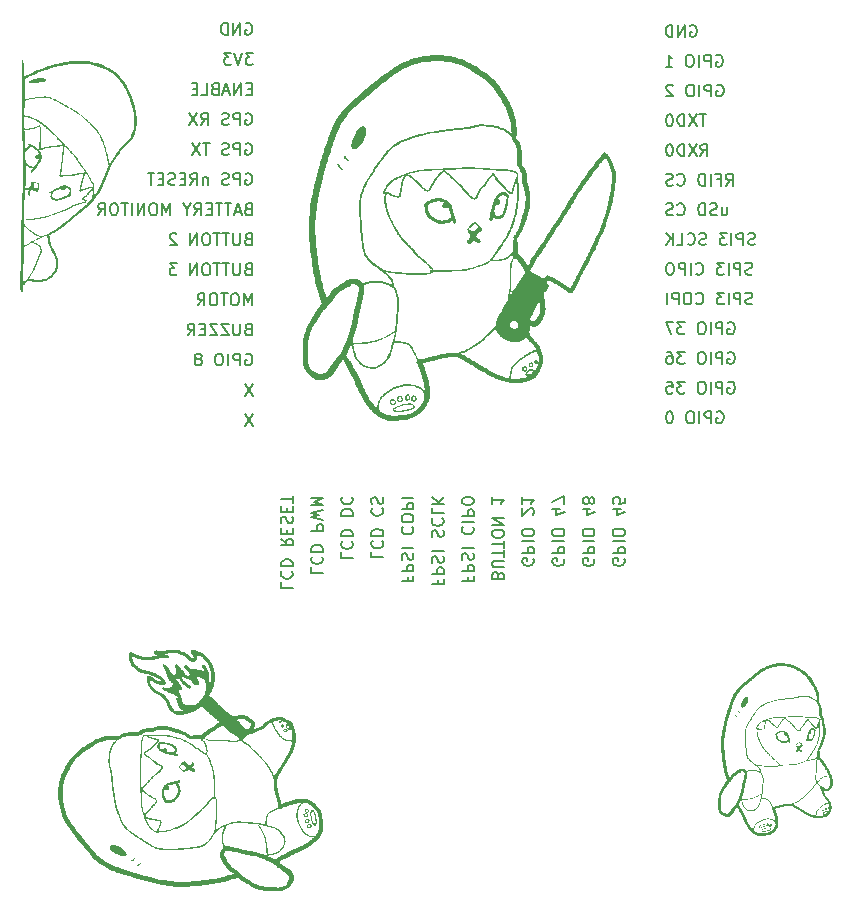
<source format=gbo>
%TF.GenerationSoftware,KiCad,Pcbnew,9.0.7*%
%TF.CreationDate,2026-02-25T10:13:12-05:00*%
%TF.ProjectId,remigochi-pcb,72656d69-676f-4636-9869-2d7063622e6b,rev?*%
%TF.SameCoordinates,Original*%
%TF.FileFunction,Legend,Bot*%
%TF.FilePolarity,Positive*%
%FSLAX46Y46*%
G04 Gerber Fmt 4.6, Leading zero omitted, Abs format (unit mm)*
G04 Created by KiCad (PCBNEW 9.0.7) date 2026-02-25 10:13:12*
%MOMM*%
%LPD*%
G01*
G04 APERTURE LIST*
%ADD10C,0.150000*%
%ADD11C,0.000000*%
G04 APERTURE END LIST*
D10*
X130239411Y-92025130D02*
X130334649Y-91977511D01*
X130334649Y-91977511D02*
X130477506Y-91977511D01*
X130477506Y-91977511D02*
X130620363Y-92025130D01*
X130620363Y-92025130D02*
X130715601Y-92120368D01*
X130715601Y-92120368D02*
X130763220Y-92215606D01*
X130763220Y-92215606D02*
X130810839Y-92406082D01*
X130810839Y-92406082D02*
X130810839Y-92548939D01*
X130810839Y-92548939D02*
X130763220Y-92739415D01*
X130763220Y-92739415D02*
X130715601Y-92834653D01*
X130715601Y-92834653D02*
X130620363Y-92929892D01*
X130620363Y-92929892D02*
X130477506Y-92977511D01*
X130477506Y-92977511D02*
X130382268Y-92977511D01*
X130382268Y-92977511D02*
X130239411Y-92929892D01*
X130239411Y-92929892D02*
X130191792Y-92882272D01*
X130191792Y-92882272D02*
X130191792Y-92548939D01*
X130191792Y-92548939D02*
X130382268Y-92548939D01*
X129763220Y-92977511D02*
X129763220Y-91977511D01*
X129763220Y-91977511D02*
X129382268Y-91977511D01*
X129382268Y-91977511D02*
X129287030Y-92025130D01*
X129287030Y-92025130D02*
X129239411Y-92072749D01*
X129239411Y-92072749D02*
X129191792Y-92167987D01*
X129191792Y-92167987D02*
X129191792Y-92310844D01*
X129191792Y-92310844D02*
X129239411Y-92406082D01*
X129239411Y-92406082D02*
X129287030Y-92453701D01*
X129287030Y-92453701D02*
X129382268Y-92501320D01*
X129382268Y-92501320D02*
X129763220Y-92501320D01*
X128763220Y-92977511D02*
X128763220Y-91977511D01*
X128096554Y-91977511D02*
X127906078Y-91977511D01*
X127906078Y-91977511D02*
X127810840Y-92025130D01*
X127810840Y-92025130D02*
X127715602Y-92120368D01*
X127715602Y-92120368D02*
X127667983Y-92310844D01*
X127667983Y-92310844D02*
X127667983Y-92644177D01*
X127667983Y-92644177D02*
X127715602Y-92834653D01*
X127715602Y-92834653D02*
X127810840Y-92929892D01*
X127810840Y-92929892D02*
X127906078Y-92977511D01*
X127906078Y-92977511D02*
X128096554Y-92977511D01*
X128096554Y-92977511D02*
X128191792Y-92929892D01*
X128191792Y-92929892D02*
X128287030Y-92834653D01*
X128287030Y-92834653D02*
X128334649Y-92644177D01*
X128334649Y-92644177D02*
X128334649Y-92310844D01*
X128334649Y-92310844D02*
X128287030Y-92120368D01*
X128287030Y-92120368D02*
X128191792Y-92025130D01*
X128191792Y-92025130D02*
X128096554Y-91977511D01*
X126334649Y-92406082D02*
X126429887Y-92358463D01*
X126429887Y-92358463D02*
X126477506Y-92310844D01*
X126477506Y-92310844D02*
X126525125Y-92215606D01*
X126525125Y-92215606D02*
X126525125Y-92167987D01*
X126525125Y-92167987D02*
X126477506Y-92072749D01*
X126477506Y-92072749D02*
X126429887Y-92025130D01*
X126429887Y-92025130D02*
X126334649Y-91977511D01*
X126334649Y-91977511D02*
X126144173Y-91977511D01*
X126144173Y-91977511D02*
X126048935Y-92025130D01*
X126048935Y-92025130D02*
X126001316Y-92072749D01*
X126001316Y-92072749D02*
X125953697Y-92167987D01*
X125953697Y-92167987D02*
X125953697Y-92215606D01*
X125953697Y-92215606D02*
X126001316Y-92310844D01*
X126001316Y-92310844D02*
X126048935Y-92358463D01*
X126048935Y-92358463D02*
X126144173Y-92406082D01*
X126144173Y-92406082D02*
X126334649Y-92406082D01*
X126334649Y-92406082D02*
X126429887Y-92453701D01*
X126429887Y-92453701D02*
X126477506Y-92501320D01*
X126477506Y-92501320D02*
X126525125Y-92596558D01*
X126525125Y-92596558D02*
X126525125Y-92787034D01*
X126525125Y-92787034D02*
X126477506Y-92882272D01*
X126477506Y-92882272D02*
X126429887Y-92929892D01*
X126429887Y-92929892D02*
X126334649Y-92977511D01*
X126334649Y-92977511D02*
X126144173Y-92977511D01*
X126144173Y-92977511D02*
X126048935Y-92929892D01*
X126048935Y-92929892D02*
X126001316Y-92882272D01*
X126001316Y-92882272D02*
X125953697Y-92787034D01*
X125953697Y-92787034D02*
X125953697Y-92596558D01*
X125953697Y-92596558D02*
X126001316Y-92501320D01*
X126001316Y-92501320D02*
X126048935Y-92453701D01*
X126048935Y-92453701D02*
X126144173Y-92406082D01*
X130763220Y-87885204D02*
X130763220Y-86885204D01*
X130763220Y-86885204D02*
X130429887Y-87599489D01*
X130429887Y-87599489D02*
X130096554Y-86885204D01*
X130096554Y-86885204D02*
X130096554Y-87885204D01*
X129429887Y-86885204D02*
X129239411Y-86885204D01*
X129239411Y-86885204D02*
X129144173Y-86932823D01*
X129144173Y-86932823D02*
X129048935Y-87028061D01*
X129048935Y-87028061D02*
X129001316Y-87218537D01*
X129001316Y-87218537D02*
X129001316Y-87551870D01*
X129001316Y-87551870D02*
X129048935Y-87742346D01*
X129048935Y-87742346D02*
X129144173Y-87837585D01*
X129144173Y-87837585D02*
X129239411Y-87885204D01*
X129239411Y-87885204D02*
X129429887Y-87885204D01*
X129429887Y-87885204D02*
X129525125Y-87837585D01*
X129525125Y-87837585D02*
X129620363Y-87742346D01*
X129620363Y-87742346D02*
X129667982Y-87551870D01*
X129667982Y-87551870D02*
X129667982Y-87218537D01*
X129667982Y-87218537D02*
X129620363Y-87028061D01*
X129620363Y-87028061D02*
X129525125Y-86932823D01*
X129525125Y-86932823D02*
X129429887Y-86885204D01*
X128715601Y-86885204D02*
X128144173Y-86885204D01*
X128429887Y-87885204D02*
X128429887Y-86885204D01*
X127620363Y-86885204D02*
X127429887Y-86885204D01*
X127429887Y-86885204D02*
X127334649Y-86932823D01*
X127334649Y-86932823D02*
X127239411Y-87028061D01*
X127239411Y-87028061D02*
X127191792Y-87218537D01*
X127191792Y-87218537D02*
X127191792Y-87551870D01*
X127191792Y-87551870D02*
X127239411Y-87742346D01*
X127239411Y-87742346D02*
X127334649Y-87837585D01*
X127334649Y-87837585D02*
X127429887Y-87885204D01*
X127429887Y-87885204D02*
X127620363Y-87885204D01*
X127620363Y-87885204D02*
X127715601Y-87837585D01*
X127715601Y-87837585D02*
X127810839Y-87742346D01*
X127810839Y-87742346D02*
X127858458Y-87551870D01*
X127858458Y-87551870D02*
X127858458Y-87218537D01*
X127858458Y-87218537D02*
X127810839Y-87028061D01*
X127810839Y-87028061D02*
X127715601Y-86932823D01*
X127715601Y-86932823D02*
X127620363Y-86885204D01*
X126191792Y-87885204D02*
X126525125Y-87409013D01*
X126763220Y-87885204D02*
X126763220Y-86885204D01*
X126763220Y-86885204D02*
X126382268Y-86885204D01*
X126382268Y-86885204D02*
X126287030Y-86932823D01*
X126287030Y-86932823D02*
X126239411Y-86980442D01*
X126239411Y-86980442D02*
X126191792Y-87075680D01*
X126191792Y-87075680D02*
X126191792Y-87218537D01*
X126191792Y-87218537D02*
X126239411Y-87313775D01*
X126239411Y-87313775D02*
X126287030Y-87361394D01*
X126287030Y-87361394D02*
X126382268Y-87409013D01*
X126382268Y-87409013D02*
X126763220Y-87409013D01*
X130239411Y-71655900D02*
X130334649Y-71608281D01*
X130334649Y-71608281D02*
X130477506Y-71608281D01*
X130477506Y-71608281D02*
X130620363Y-71655900D01*
X130620363Y-71655900D02*
X130715601Y-71751138D01*
X130715601Y-71751138D02*
X130763220Y-71846376D01*
X130763220Y-71846376D02*
X130810839Y-72036852D01*
X130810839Y-72036852D02*
X130810839Y-72179709D01*
X130810839Y-72179709D02*
X130763220Y-72370185D01*
X130763220Y-72370185D02*
X130715601Y-72465423D01*
X130715601Y-72465423D02*
X130620363Y-72560662D01*
X130620363Y-72560662D02*
X130477506Y-72608281D01*
X130477506Y-72608281D02*
X130382268Y-72608281D01*
X130382268Y-72608281D02*
X130239411Y-72560662D01*
X130239411Y-72560662D02*
X130191792Y-72513042D01*
X130191792Y-72513042D02*
X130191792Y-72179709D01*
X130191792Y-72179709D02*
X130382268Y-72179709D01*
X129763220Y-72608281D02*
X129763220Y-71608281D01*
X129763220Y-71608281D02*
X129382268Y-71608281D01*
X129382268Y-71608281D02*
X129287030Y-71655900D01*
X129287030Y-71655900D02*
X129239411Y-71703519D01*
X129239411Y-71703519D02*
X129191792Y-71798757D01*
X129191792Y-71798757D02*
X129191792Y-71941614D01*
X129191792Y-71941614D02*
X129239411Y-72036852D01*
X129239411Y-72036852D02*
X129287030Y-72084471D01*
X129287030Y-72084471D02*
X129382268Y-72132090D01*
X129382268Y-72132090D02*
X129763220Y-72132090D01*
X128810839Y-72560662D02*
X128667982Y-72608281D01*
X128667982Y-72608281D02*
X128429887Y-72608281D01*
X128429887Y-72608281D02*
X128334649Y-72560662D01*
X128334649Y-72560662D02*
X128287030Y-72513042D01*
X128287030Y-72513042D02*
X128239411Y-72417804D01*
X128239411Y-72417804D02*
X128239411Y-72322566D01*
X128239411Y-72322566D02*
X128287030Y-72227328D01*
X128287030Y-72227328D02*
X128334649Y-72179709D01*
X128334649Y-72179709D02*
X128429887Y-72132090D01*
X128429887Y-72132090D02*
X128620363Y-72084471D01*
X128620363Y-72084471D02*
X128715601Y-72036852D01*
X128715601Y-72036852D02*
X128763220Y-71989233D01*
X128763220Y-71989233D02*
X128810839Y-71893995D01*
X128810839Y-71893995D02*
X128810839Y-71798757D01*
X128810839Y-71798757D02*
X128763220Y-71703519D01*
X128763220Y-71703519D02*
X128715601Y-71655900D01*
X128715601Y-71655900D02*
X128620363Y-71608281D01*
X128620363Y-71608281D02*
X128382268Y-71608281D01*
X128382268Y-71608281D02*
X128239411Y-71655900D01*
X126477506Y-72608281D02*
X126810839Y-72132090D01*
X127048934Y-72608281D02*
X127048934Y-71608281D01*
X127048934Y-71608281D02*
X126667982Y-71608281D01*
X126667982Y-71608281D02*
X126572744Y-71655900D01*
X126572744Y-71655900D02*
X126525125Y-71703519D01*
X126525125Y-71703519D02*
X126477506Y-71798757D01*
X126477506Y-71798757D02*
X126477506Y-71941614D01*
X126477506Y-71941614D02*
X126525125Y-72036852D01*
X126525125Y-72036852D02*
X126572744Y-72084471D01*
X126572744Y-72084471D02*
X126667982Y-72132090D01*
X126667982Y-72132090D02*
X127048934Y-72132090D01*
X126144172Y-71608281D02*
X125477506Y-72608281D01*
X125477506Y-71608281D02*
X126144172Y-72608281D01*
X130239411Y-74202053D02*
X130334649Y-74154434D01*
X130334649Y-74154434D02*
X130477506Y-74154434D01*
X130477506Y-74154434D02*
X130620363Y-74202053D01*
X130620363Y-74202053D02*
X130715601Y-74297291D01*
X130715601Y-74297291D02*
X130763220Y-74392529D01*
X130763220Y-74392529D02*
X130810839Y-74583005D01*
X130810839Y-74583005D02*
X130810839Y-74725862D01*
X130810839Y-74725862D02*
X130763220Y-74916338D01*
X130763220Y-74916338D02*
X130715601Y-75011576D01*
X130715601Y-75011576D02*
X130620363Y-75106815D01*
X130620363Y-75106815D02*
X130477506Y-75154434D01*
X130477506Y-75154434D02*
X130382268Y-75154434D01*
X130382268Y-75154434D02*
X130239411Y-75106815D01*
X130239411Y-75106815D02*
X130191792Y-75059195D01*
X130191792Y-75059195D02*
X130191792Y-74725862D01*
X130191792Y-74725862D02*
X130382268Y-74725862D01*
X129763220Y-75154434D02*
X129763220Y-74154434D01*
X129763220Y-74154434D02*
X129382268Y-74154434D01*
X129382268Y-74154434D02*
X129287030Y-74202053D01*
X129287030Y-74202053D02*
X129239411Y-74249672D01*
X129239411Y-74249672D02*
X129191792Y-74344910D01*
X129191792Y-74344910D02*
X129191792Y-74487767D01*
X129191792Y-74487767D02*
X129239411Y-74583005D01*
X129239411Y-74583005D02*
X129287030Y-74630624D01*
X129287030Y-74630624D02*
X129382268Y-74678243D01*
X129382268Y-74678243D02*
X129763220Y-74678243D01*
X128810839Y-75106815D02*
X128667982Y-75154434D01*
X128667982Y-75154434D02*
X128429887Y-75154434D01*
X128429887Y-75154434D02*
X128334649Y-75106815D01*
X128334649Y-75106815D02*
X128287030Y-75059195D01*
X128287030Y-75059195D02*
X128239411Y-74963957D01*
X128239411Y-74963957D02*
X128239411Y-74868719D01*
X128239411Y-74868719D02*
X128287030Y-74773481D01*
X128287030Y-74773481D02*
X128334649Y-74725862D01*
X128334649Y-74725862D02*
X128429887Y-74678243D01*
X128429887Y-74678243D02*
X128620363Y-74630624D01*
X128620363Y-74630624D02*
X128715601Y-74583005D01*
X128715601Y-74583005D02*
X128763220Y-74535386D01*
X128763220Y-74535386D02*
X128810839Y-74440148D01*
X128810839Y-74440148D02*
X128810839Y-74344910D01*
X128810839Y-74344910D02*
X128763220Y-74249672D01*
X128763220Y-74249672D02*
X128715601Y-74202053D01*
X128715601Y-74202053D02*
X128620363Y-74154434D01*
X128620363Y-74154434D02*
X128382268Y-74154434D01*
X128382268Y-74154434D02*
X128239411Y-74202053D01*
X127191791Y-74154434D02*
X126620363Y-74154434D01*
X126906077Y-75154434D02*
X126906077Y-74154434D01*
X126382267Y-74154434D02*
X125715601Y-75154434D01*
X125715601Y-74154434D02*
X126382267Y-75154434D01*
X170139411Y-96917438D02*
X170234649Y-96869819D01*
X170234649Y-96869819D02*
X170377506Y-96869819D01*
X170377506Y-96869819D02*
X170520363Y-96917438D01*
X170520363Y-96917438D02*
X170615601Y-97012676D01*
X170615601Y-97012676D02*
X170663220Y-97107914D01*
X170663220Y-97107914D02*
X170710839Y-97298390D01*
X170710839Y-97298390D02*
X170710839Y-97441247D01*
X170710839Y-97441247D02*
X170663220Y-97631723D01*
X170663220Y-97631723D02*
X170615601Y-97726961D01*
X170615601Y-97726961D02*
X170520363Y-97822200D01*
X170520363Y-97822200D02*
X170377506Y-97869819D01*
X170377506Y-97869819D02*
X170282268Y-97869819D01*
X170282268Y-97869819D02*
X170139411Y-97822200D01*
X170139411Y-97822200D02*
X170091792Y-97774580D01*
X170091792Y-97774580D02*
X170091792Y-97441247D01*
X170091792Y-97441247D02*
X170282268Y-97441247D01*
X169663220Y-97869819D02*
X169663220Y-96869819D01*
X169663220Y-96869819D02*
X169282268Y-96869819D01*
X169282268Y-96869819D02*
X169187030Y-96917438D01*
X169187030Y-96917438D02*
X169139411Y-96965057D01*
X169139411Y-96965057D02*
X169091792Y-97060295D01*
X169091792Y-97060295D02*
X169091792Y-97203152D01*
X169091792Y-97203152D02*
X169139411Y-97298390D01*
X169139411Y-97298390D02*
X169187030Y-97346009D01*
X169187030Y-97346009D02*
X169282268Y-97393628D01*
X169282268Y-97393628D02*
X169663220Y-97393628D01*
X168663220Y-97869819D02*
X168663220Y-96869819D01*
X167996554Y-96869819D02*
X167806078Y-96869819D01*
X167806078Y-96869819D02*
X167710840Y-96917438D01*
X167710840Y-96917438D02*
X167615602Y-97012676D01*
X167615602Y-97012676D02*
X167567983Y-97203152D01*
X167567983Y-97203152D02*
X167567983Y-97536485D01*
X167567983Y-97536485D02*
X167615602Y-97726961D01*
X167615602Y-97726961D02*
X167710840Y-97822200D01*
X167710840Y-97822200D02*
X167806078Y-97869819D01*
X167806078Y-97869819D02*
X167996554Y-97869819D01*
X167996554Y-97869819D02*
X168091792Y-97822200D01*
X168091792Y-97822200D02*
X168187030Y-97726961D01*
X168187030Y-97726961D02*
X168234649Y-97536485D01*
X168234649Y-97536485D02*
X168234649Y-97203152D01*
X168234649Y-97203152D02*
X168187030Y-97012676D01*
X168187030Y-97012676D02*
X168091792Y-96917438D01*
X168091792Y-96917438D02*
X167996554Y-96869819D01*
X166187030Y-96869819D02*
X166091792Y-96869819D01*
X166091792Y-96869819D02*
X165996554Y-96917438D01*
X165996554Y-96917438D02*
X165948935Y-96965057D01*
X165948935Y-96965057D02*
X165901316Y-97060295D01*
X165901316Y-97060295D02*
X165853697Y-97250771D01*
X165853697Y-97250771D02*
X165853697Y-97488866D01*
X165853697Y-97488866D02*
X165901316Y-97679342D01*
X165901316Y-97679342D02*
X165948935Y-97774580D01*
X165948935Y-97774580D02*
X165996554Y-97822200D01*
X165996554Y-97822200D02*
X166091792Y-97869819D01*
X166091792Y-97869819D02*
X166187030Y-97869819D01*
X166187030Y-97869819D02*
X166282268Y-97822200D01*
X166282268Y-97822200D02*
X166329887Y-97774580D01*
X166329887Y-97774580D02*
X166377506Y-97679342D01*
X166377506Y-97679342D02*
X166425125Y-97488866D01*
X166425125Y-97488866D02*
X166425125Y-97250771D01*
X166425125Y-97250771D02*
X166377506Y-97060295D01*
X166377506Y-97060295D02*
X166329887Y-96965057D01*
X166329887Y-96965057D02*
X166282268Y-96917438D01*
X166282268Y-96917438D02*
X166187030Y-96869819D01*
X170901316Y-77746742D02*
X171234649Y-77270551D01*
X171472744Y-77746742D02*
X171472744Y-76746742D01*
X171472744Y-76746742D02*
X171091792Y-76746742D01*
X171091792Y-76746742D02*
X170996554Y-76794361D01*
X170996554Y-76794361D02*
X170948935Y-76841980D01*
X170948935Y-76841980D02*
X170901316Y-76937218D01*
X170901316Y-76937218D02*
X170901316Y-77080075D01*
X170901316Y-77080075D02*
X170948935Y-77175313D01*
X170948935Y-77175313D02*
X170996554Y-77222932D01*
X170996554Y-77222932D02*
X171091792Y-77270551D01*
X171091792Y-77270551D02*
X171472744Y-77270551D01*
X170139411Y-77222932D02*
X170472744Y-77222932D01*
X170472744Y-77746742D02*
X170472744Y-76746742D01*
X170472744Y-76746742D02*
X169996554Y-76746742D01*
X169615601Y-77746742D02*
X169615601Y-76746742D01*
X169139411Y-77746742D02*
X169139411Y-76746742D01*
X169139411Y-76746742D02*
X168901316Y-76746742D01*
X168901316Y-76746742D02*
X168758459Y-76794361D01*
X168758459Y-76794361D02*
X168663221Y-76889599D01*
X168663221Y-76889599D02*
X168615602Y-76984837D01*
X168615602Y-76984837D02*
X168567983Y-77175313D01*
X168567983Y-77175313D02*
X168567983Y-77318170D01*
X168567983Y-77318170D02*
X168615602Y-77508646D01*
X168615602Y-77508646D02*
X168663221Y-77603884D01*
X168663221Y-77603884D02*
X168758459Y-77699123D01*
X168758459Y-77699123D02*
X168901316Y-77746742D01*
X168901316Y-77746742D02*
X169139411Y-77746742D01*
X166806078Y-77651503D02*
X166853697Y-77699123D01*
X166853697Y-77699123D02*
X166996554Y-77746742D01*
X166996554Y-77746742D02*
X167091792Y-77746742D01*
X167091792Y-77746742D02*
X167234649Y-77699123D01*
X167234649Y-77699123D02*
X167329887Y-77603884D01*
X167329887Y-77603884D02*
X167377506Y-77508646D01*
X167377506Y-77508646D02*
X167425125Y-77318170D01*
X167425125Y-77318170D02*
X167425125Y-77175313D01*
X167425125Y-77175313D02*
X167377506Y-76984837D01*
X167377506Y-76984837D02*
X167329887Y-76889599D01*
X167329887Y-76889599D02*
X167234649Y-76794361D01*
X167234649Y-76794361D02*
X167091792Y-76746742D01*
X167091792Y-76746742D02*
X166996554Y-76746742D01*
X166996554Y-76746742D02*
X166853697Y-76794361D01*
X166853697Y-76794361D02*
X166806078Y-76841980D01*
X166425125Y-77699123D02*
X166282268Y-77746742D01*
X166282268Y-77746742D02*
X166044173Y-77746742D01*
X166044173Y-77746742D02*
X165948935Y-77699123D01*
X165948935Y-77699123D02*
X165901316Y-77651503D01*
X165901316Y-77651503D02*
X165853697Y-77556265D01*
X165853697Y-77556265D02*
X165853697Y-77461027D01*
X165853697Y-77461027D02*
X165901316Y-77365789D01*
X165901316Y-77365789D02*
X165948935Y-77318170D01*
X165948935Y-77318170D02*
X166044173Y-77270551D01*
X166044173Y-77270551D02*
X166234649Y-77222932D01*
X166234649Y-77222932D02*
X166329887Y-77175313D01*
X166329887Y-77175313D02*
X166377506Y-77127694D01*
X166377506Y-77127694D02*
X166425125Y-77032456D01*
X166425125Y-77032456D02*
X166425125Y-76937218D01*
X166425125Y-76937218D02*
X166377506Y-76841980D01*
X166377506Y-76841980D02*
X166329887Y-76794361D01*
X166329887Y-76794361D02*
X166234649Y-76746742D01*
X166234649Y-76746742D02*
X165996554Y-76746742D01*
X165996554Y-76746742D02*
X165853697Y-76794361D01*
X130858458Y-97069819D02*
X130191792Y-98069819D01*
X130191792Y-97069819D02*
X130858458Y-98069819D01*
X130239411Y-76748207D02*
X130334649Y-76700588D01*
X130334649Y-76700588D02*
X130477506Y-76700588D01*
X130477506Y-76700588D02*
X130620363Y-76748207D01*
X130620363Y-76748207D02*
X130715601Y-76843445D01*
X130715601Y-76843445D02*
X130763220Y-76938683D01*
X130763220Y-76938683D02*
X130810839Y-77129159D01*
X130810839Y-77129159D02*
X130810839Y-77272016D01*
X130810839Y-77272016D02*
X130763220Y-77462492D01*
X130763220Y-77462492D02*
X130715601Y-77557730D01*
X130715601Y-77557730D02*
X130620363Y-77652969D01*
X130620363Y-77652969D02*
X130477506Y-77700588D01*
X130477506Y-77700588D02*
X130382268Y-77700588D01*
X130382268Y-77700588D02*
X130239411Y-77652969D01*
X130239411Y-77652969D02*
X130191792Y-77605349D01*
X130191792Y-77605349D02*
X130191792Y-77272016D01*
X130191792Y-77272016D02*
X130382268Y-77272016D01*
X129763220Y-77700588D02*
X129763220Y-76700588D01*
X129763220Y-76700588D02*
X129382268Y-76700588D01*
X129382268Y-76700588D02*
X129287030Y-76748207D01*
X129287030Y-76748207D02*
X129239411Y-76795826D01*
X129239411Y-76795826D02*
X129191792Y-76891064D01*
X129191792Y-76891064D02*
X129191792Y-77033921D01*
X129191792Y-77033921D02*
X129239411Y-77129159D01*
X129239411Y-77129159D02*
X129287030Y-77176778D01*
X129287030Y-77176778D02*
X129382268Y-77224397D01*
X129382268Y-77224397D02*
X129763220Y-77224397D01*
X128810839Y-77652969D02*
X128667982Y-77700588D01*
X128667982Y-77700588D02*
X128429887Y-77700588D01*
X128429887Y-77700588D02*
X128334649Y-77652969D01*
X128334649Y-77652969D02*
X128287030Y-77605349D01*
X128287030Y-77605349D02*
X128239411Y-77510111D01*
X128239411Y-77510111D02*
X128239411Y-77414873D01*
X128239411Y-77414873D02*
X128287030Y-77319635D01*
X128287030Y-77319635D02*
X128334649Y-77272016D01*
X128334649Y-77272016D02*
X128429887Y-77224397D01*
X128429887Y-77224397D02*
X128620363Y-77176778D01*
X128620363Y-77176778D02*
X128715601Y-77129159D01*
X128715601Y-77129159D02*
X128763220Y-77081540D01*
X128763220Y-77081540D02*
X128810839Y-76986302D01*
X128810839Y-76986302D02*
X128810839Y-76891064D01*
X128810839Y-76891064D02*
X128763220Y-76795826D01*
X128763220Y-76795826D02*
X128715601Y-76748207D01*
X128715601Y-76748207D02*
X128620363Y-76700588D01*
X128620363Y-76700588D02*
X128382268Y-76700588D01*
X128382268Y-76700588D02*
X128239411Y-76748207D01*
X127048934Y-77033921D02*
X127048934Y-77700588D01*
X127048934Y-77129159D02*
X127001315Y-77081540D01*
X127001315Y-77081540D02*
X126906077Y-77033921D01*
X126906077Y-77033921D02*
X126763220Y-77033921D01*
X126763220Y-77033921D02*
X126667982Y-77081540D01*
X126667982Y-77081540D02*
X126620363Y-77176778D01*
X126620363Y-77176778D02*
X126620363Y-77700588D01*
X125572744Y-77700588D02*
X125906077Y-77224397D01*
X126144172Y-77700588D02*
X126144172Y-76700588D01*
X126144172Y-76700588D02*
X125763220Y-76700588D01*
X125763220Y-76700588D02*
X125667982Y-76748207D01*
X125667982Y-76748207D02*
X125620363Y-76795826D01*
X125620363Y-76795826D02*
X125572744Y-76891064D01*
X125572744Y-76891064D02*
X125572744Y-77033921D01*
X125572744Y-77033921D02*
X125620363Y-77129159D01*
X125620363Y-77129159D02*
X125667982Y-77176778D01*
X125667982Y-77176778D02*
X125763220Y-77224397D01*
X125763220Y-77224397D02*
X126144172Y-77224397D01*
X125144172Y-77176778D02*
X124810839Y-77176778D01*
X124667982Y-77700588D02*
X125144172Y-77700588D01*
X125144172Y-77700588D02*
X125144172Y-76700588D01*
X125144172Y-76700588D02*
X124667982Y-76700588D01*
X124287029Y-77652969D02*
X124144172Y-77700588D01*
X124144172Y-77700588D02*
X123906077Y-77700588D01*
X123906077Y-77700588D02*
X123810839Y-77652969D01*
X123810839Y-77652969D02*
X123763220Y-77605349D01*
X123763220Y-77605349D02*
X123715601Y-77510111D01*
X123715601Y-77510111D02*
X123715601Y-77414873D01*
X123715601Y-77414873D02*
X123763220Y-77319635D01*
X123763220Y-77319635D02*
X123810839Y-77272016D01*
X123810839Y-77272016D02*
X123906077Y-77224397D01*
X123906077Y-77224397D02*
X124096553Y-77176778D01*
X124096553Y-77176778D02*
X124191791Y-77129159D01*
X124191791Y-77129159D02*
X124239410Y-77081540D01*
X124239410Y-77081540D02*
X124287029Y-76986302D01*
X124287029Y-76986302D02*
X124287029Y-76891064D01*
X124287029Y-76891064D02*
X124239410Y-76795826D01*
X124239410Y-76795826D02*
X124191791Y-76748207D01*
X124191791Y-76748207D02*
X124096553Y-76700588D01*
X124096553Y-76700588D02*
X123858458Y-76700588D01*
X123858458Y-76700588D02*
X123715601Y-76748207D01*
X123287029Y-77176778D02*
X122953696Y-77176778D01*
X122810839Y-77700588D02*
X123287029Y-77700588D01*
X123287029Y-77700588D02*
X123287029Y-76700588D01*
X123287029Y-76700588D02*
X122810839Y-76700588D01*
X122525124Y-76700588D02*
X121953696Y-76700588D01*
X122239410Y-77700588D02*
X122239410Y-76700588D01*
X154618925Y-109358459D02*
X154666544Y-109453697D01*
X154666544Y-109453697D02*
X154666544Y-109596554D01*
X154666544Y-109596554D02*
X154618925Y-109739411D01*
X154618925Y-109739411D02*
X154523687Y-109834649D01*
X154523687Y-109834649D02*
X154428449Y-109882268D01*
X154428449Y-109882268D02*
X154237973Y-109929887D01*
X154237973Y-109929887D02*
X154095116Y-109929887D01*
X154095116Y-109929887D02*
X153904640Y-109882268D01*
X153904640Y-109882268D02*
X153809402Y-109834649D01*
X153809402Y-109834649D02*
X153714164Y-109739411D01*
X153714164Y-109739411D02*
X153666544Y-109596554D01*
X153666544Y-109596554D02*
X153666544Y-109501316D01*
X153666544Y-109501316D02*
X153714164Y-109358459D01*
X153714164Y-109358459D02*
X153761783Y-109310840D01*
X153761783Y-109310840D02*
X154095116Y-109310840D01*
X154095116Y-109310840D02*
X154095116Y-109501316D01*
X153666544Y-108882268D02*
X154666544Y-108882268D01*
X154666544Y-108882268D02*
X154666544Y-108501316D01*
X154666544Y-108501316D02*
X154618925Y-108406078D01*
X154618925Y-108406078D02*
X154571306Y-108358459D01*
X154571306Y-108358459D02*
X154476068Y-108310840D01*
X154476068Y-108310840D02*
X154333211Y-108310840D01*
X154333211Y-108310840D02*
X154237973Y-108358459D01*
X154237973Y-108358459D02*
X154190354Y-108406078D01*
X154190354Y-108406078D02*
X154142735Y-108501316D01*
X154142735Y-108501316D02*
X154142735Y-108882268D01*
X153666544Y-107882268D02*
X154666544Y-107882268D01*
X154666544Y-107215602D02*
X154666544Y-107025126D01*
X154666544Y-107025126D02*
X154618925Y-106929888D01*
X154618925Y-106929888D02*
X154523687Y-106834650D01*
X154523687Y-106834650D02*
X154333211Y-106787031D01*
X154333211Y-106787031D02*
X153999878Y-106787031D01*
X153999878Y-106787031D02*
X153809402Y-106834650D01*
X153809402Y-106834650D02*
X153714164Y-106929888D01*
X153714164Y-106929888D02*
X153666544Y-107025126D01*
X153666544Y-107025126D02*
X153666544Y-107215602D01*
X153666544Y-107215602D02*
X153714164Y-107310840D01*
X153714164Y-107310840D02*
X153809402Y-107406078D01*
X153809402Y-107406078D02*
X153999878Y-107453697D01*
X153999878Y-107453697D02*
X154333211Y-107453697D01*
X154333211Y-107453697D02*
X154523687Y-107406078D01*
X154523687Y-107406078D02*
X154618925Y-107310840D01*
X154618925Y-107310840D02*
X154666544Y-107215602D01*
X154571306Y-105644173D02*
X154618925Y-105596554D01*
X154618925Y-105596554D02*
X154666544Y-105501316D01*
X154666544Y-105501316D02*
X154666544Y-105263221D01*
X154666544Y-105263221D02*
X154618925Y-105167983D01*
X154618925Y-105167983D02*
X154571306Y-105120364D01*
X154571306Y-105120364D02*
X154476068Y-105072745D01*
X154476068Y-105072745D02*
X154380830Y-105072745D01*
X154380830Y-105072745D02*
X154237973Y-105120364D01*
X154237973Y-105120364D02*
X153666544Y-105691792D01*
X153666544Y-105691792D02*
X153666544Y-105072745D01*
X153666544Y-104120364D02*
X153666544Y-104691792D01*
X153666544Y-104406078D02*
X154666544Y-104406078D01*
X154666544Y-104406078D02*
X154523687Y-104501316D01*
X154523687Y-104501316D02*
X154428449Y-104596554D01*
X154428449Y-104596554D02*
X154380830Y-104691792D01*
X173139410Y-85245277D02*
X172996553Y-85292896D01*
X172996553Y-85292896D02*
X172758458Y-85292896D01*
X172758458Y-85292896D02*
X172663220Y-85245277D01*
X172663220Y-85245277D02*
X172615601Y-85197657D01*
X172615601Y-85197657D02*
X172567982Y-85102419D01*
X172567982Y-85102419D02*
X172567982Y-85007181D01*
X172567982Y-85007181D02*
X172615601Y-84911943D01*
X172615601Y-84911943D02*
X172663220Y-84864324D01*
X172663220Y-84864324D02*
X172758458Y-84816705D01*
X172758458Y-84816705D02*
X172948934Y-84769086D01*
X172948934Y-84769086D02*
X173044172Y-84721467D01*
X173044172Y-84721467D02*
X173091791Y-84673848D01*
X173091791Y-84673848D02*
X173139410Y-84578610D01*
X173139410Y-84578610D02*
X173139410Y-84483372D01*
X173139410Y-84483372D02*
X173091791Y-84388134D01*
X173091791Y-84388134D02*
X173044172Y-84340515D01*
X173044172Y-84340515D02*
X172948934Y-84292896D01*
X172948934Y-84292896D02*
X172710839Y-84292896D01*
X172710839Y-84292896D02*
X172567982Y-84340515D01*
X172139410Y-85292896D02*
X172139410Y-84292896D01*
X172139410Y-84292896D02*
X171758458Y-84292896D01*
X171758458Y-84292896D02*
X171663220Y-84340515D01*
X171663220Y-84340515D02*
X171615601Y-84388134D01*
X171615601Y-84388134D02*
X171567982Y-84483372D01*
X171567982Y-84483372D02*
X171567982Y-84626229D01*
X171567982Y-84626229D02*
X171615601Y-84721467D01*
X171615601Y-84721467D02*
X171663220Y-84769086D01*
X171663220Y-84769086D02*
X171758458Y-84816705D01*
X171758458Y-84816705D02*
X172139410Y-84816705D01*
X171139410Y-85292896D02*
X171139410Y-84292896D01*
X170758458Y-84292896D02*
X170139411Y-84292896D01*
X170139411Y-84292896D02*
X170472744Y-84673848D01*
X170472744Y-84673848D02*
X170329887Y-84673848D01*
X170329887Y-84673848D02*
X170234649Y-84721467D01*
X170234649Y-84721467D02*
X170187030Y-84769086D01*
X170187030Y-84769086D02*
X170139411Y-84864324D01*
X170139411Y-84864324D02*
X170139411Y-85102419D01*
X170139411Y-85102419D02*
X170187030Y-85197657D01*
X170187030Y-85197657D02*
X170234649Y-85245277D01*
X170234649Y-85245277D02*
X170329887Y-85292896D01*
X170329887Y-85292896D02*
X170615601Y-85292896D01*
X170615601Y-85292896D02*
X170710839Y-85245277D01*
X170710839Y-85245277D02*
X170758458Y-85197657D01*
X168377506Y-85197657D02*
X168425125Y-85245277D01*
X168425125Y-85245277D02*
X168567982Y-85292896D01*
X168567982Y-85292896D02*
X168663220Y-85292896D01*
X168663220Y-85292896D02*
X168806077Y-85245277D01*
X168806077Y-85245277D02*
X168901315Y-85150038D01*
X168901315Y-85150038D02*
X168948934Y-85054800D01*
X168948934Y-85054800D02*
X168996553Y-84864324D01*
X168996553Y-84864324D02*
X168996553Y-84721467D01*
X168996553Y-84721467D02*
X168948934Y-84530991D01*
X168948934Y-84530991D02*
X168901315Y-84435753D01*
X168901315Y-84435753D02*
X168806077Y-84340515D01*
X168806077Y-84340515D02*
X168663220Y-84292896D01*
X168663220Y-84292896D02*
X168567982Y-84292896D01*
X168567982Y-84292896D02*
X168425125Y-84340515D01*
X168425125Y-84340515D02*
X168377506Y-84388134D01*
X167948934Y-85292896D02*
X167948934Y-84292896D01*
X167472744Y-85292896D02*
X167472744Y-84292896D01*
X167472744Y-84292896D02*
X167091792Y-84292896D01*
X167091792Y-84292896D02*
X166996554Y-84340515D01*
X166996554Y-84340515D02*
X166948935Y-84388134D01*
X166948935Y-84388134D02*
X166901316Y-84483372D01*
X166901316Y-84483372D02*
X166901316Y-84626229D01*
X166901316Y-84626229D02*
X166948935Y-84721467D01*
X166948935Y-84721467D02*
X166996554Y-84769086D01*
X166996554Y-84769086D02*
X167091792Y-84816705D01*
X167091792Y-84816705D02*
X167472744Y-84816705D01*
X166282268Y-84292896D02*
X166091792Y-84292896D01*
X166091792Y-84292896D02*
X165996554Y-84340515D01*
X165996554Y-84340515D02*
X165901316Y-84435753D01*
X165901316Y-84435753D02*
X165853697Y-84626229D01*
X165853697Y-84626229D02*
X165853697Y-84959562D01*
X165853697Y-84959562D02*
X165901316Y-85150038D01*
X165901316Y-85150038D02*
X165996554Y-85245277D01*
X165996554Y-85245277D02*
X166091792Y-85292896D01*
X166091792Y-85292896D02*
X166282268Y-85292896D01*
X166282268Y-85292896D02*
X166377506Y-85245277D01*
X166377506Y-85245277D02*
X166472744Y-85150038D01*
X166472744Y-85150038D02*
X166520363Y-84959562D01*
X166520363Y-84959562D02*
X166520363Y-84626229D01*
X166520363Y-84626229D02*
X166472744Y-84435753D01*
X166472744Y-84435753D02*
X166377506Y-84340515D01*
X166377506Y-84340515D02*
X166282268Y-84292896D01*
X130429887Y-82269086D02*
X130287030Y-82316705D01*
X130287030Y-82316705D02*
X130239411Y-82364324D01*
X130239411Y-82364324D02*
X130191792Y-82459562D01*
X130191792Y-82459562D02*
X130191792Y-82602419D01*
X130191792Y-82602419D02*
X130239411Y-82697657D01*
X130239411Y-82697657D02*
X130287030Y-82745277D01*
X130287030Y-82745277D02*
X130382268Y-82792896D01*
X130382268Y-82792896D02*
X130763220Y-82792896D01*
X130763220Y-82792896D02*
X130763220Y-81792896D01*
X130763220Y-81792896D02*
X130429887Y-81792896D01*
X130429887Y-81792896D02*
X130334649Y-81840515D01*
X130334649Y-81840515D02*
X130287030Y-81888134D01*
X130287030Y-81888134D02*
X130239411Y-81983372D01*
X130239411Y-81983372D02*
X130239411Y-82078610D01*
X130239411Y-82078610D02*
X130287030Y-82173848D01*
X130287030Y-82173848D02*
X130334649Y-82221467D01*
X130334649Y-82221467D02*
X130429887Y-82269086D01*
X130429887Y-82269086D02*
X130763220Y-82269086D01*
X129763220Y-81792896D02*
X129763220Y-82602419D01*
X129763220Y-82602419D02*
X129715601Y-82697657D01*
X129715601Y-82697657D02*
X129667982Y-82745277D01*
X129667982Y-82745277D02*
X129572744Y-82792896D01*
X129572744Y-82792896D02*
X129382268Y-82792896D01*
X129382268Y-82792896D02*
X129287030Y-82745277D01*
X129287030Y-82745277D02*
X129239411Y-82697657D01*
X129239411Y-82697657D02*
X129191792Y-82602419D01*
X129191792Y-82602419D02*
X129191792Y-81792896D01*
X128858458Y-81792896D02*
X128287030Y-81792896D01*
X128572744Y-82792896D02*
X128572744Y-81792896D01*
X128096553Y-81792896D02*
X127525125Y-81792896D01*
X127810839Y-82792896D02*
X127810839Y-81792896D01*
X127001315Y-81792896D02*
X126810839Y-81792896D01*
X126810839Y-81792896D02*
X126715601Y-81840515D01*
X126715601Y-81840515D02*
X126620363Y-81935753D01*
X126620363Y-81935753D02*
X126572744Y-82126229D01*
X126572744Y-82126229D02*
X126572744Y-82459562D01*
X126572744Y-82459562D02*
X126620363Y-82650038D01*
X126620363Y-82650038D02*
X126715601Y-82745277D01*
X126715601Y-82745277D02*
X126810839Y-82792896D01*
X126810839Y-82792896D02*
X127001315Y-82792896D01*
X127001315Y-82792896D02*
X127096553Y-82745277D01*
X127096553Y-82745277D02*
X127191791Y-82650038D01*
X127191791Y-82650038D02*
X127239410Y-82459562D01*
X127239410Y-82459562D02*
X127239410Y-82126229D01*
X127239410Y-82126229D02*
X127191791Y-81935753D01*
X127191791Y-81935753D02*
X127096553Y-81840515D01*
X127096553Y-81840515D02*
X127001315Y-81792896D01*
X126144172Y-82792896D02*
X126144172Y-81792896D01*
X126144172Y-81792896D02*
X125572744Y-82792896D01*
X125572744Y-82792896D02*
X125572744Y-81792896D01*
X124382267Y-81888134D02*
X124334648Y-81840515D01*
X124334648Y-81840515D02*
X124239410Y-81792896D01*
X124239410Y-81792896D02*
X124001315Y-81792896D01*
X124001315Y-81792896D02*
X123906077Y-81840515D01*
X123906077Y-81840515D02*
X123858458Y-81888134D01*
X123858458Y-81888134D02*
X123810839Y-81983372D01*
X123810839Y-81983372D02*
X123810839Y-82078610D01*
X123810839Y-82078610D02*
X123858458Y-82221467D01*
X123858458Y-82221467D02*
X124429886Y-82792896D01*
X124429886Y-82792896D02*
X123810839Y-82792896D01*
X130239411Y-64017438D02*
X130334649Y-63969819D01*
X130334649Y-63969819D02*
X130477506Y-63969819D01*
X130477506Y-63969819D02*
X130620363Y-64017438D01*
X130620363Y-64017438D02*
X130715601Y-64112676D01*
X130715601Y-64112676D02*
X130763220Y-64207914D01*
X130763220Y-64207914D02*
X130810839Y-64398390D01*
X130810839Y-64398390D02*
X130810839Y-64541247D01*
X130810839Y-64541247D02*
X130763220Y-64731723D01*
X130763220Y-64731723D02*
X130715601Y-64826961D01*
X130715601Y-64826961D02*
X130620363Y-64922200D01*
X130620363Y-64922200D02*
X130477506Y-64969819D01*
X130477506Y-64969819D02*
X130382268Y-64969819D01*
X130382268Y-64969819D02*
X130239411Y-64922200D01*
X130239411Y-64922200D02*
X130191792Y-64874580D01*
X130191792Y-64874580D02*
X130191792Y-64541247D01*
X130191792Y-64541247D02*
X130382268Y-64541247D01*
X129763220Y-64969819D02*
X129763220Y-63969819D01*
X129763220Y-63969819D02*
X129191792Y-64969819D01*
X129191792Y-64969819D02*
X129191792Y-63969819D01*
X128715601Y-64969819D02*
X128715601Y-63969819D01*
X128715601Y-63969819D02*
X128477506Y-63969819D01*
X128477506Y-63969819D02*
X128334649Y-64017438D01*
X128334649Y-64017438D02*
X128239411Y-64112676D01*
X128239411Y-64112676D02*
X128191792Y-64207914D01*
X128191792Y-64207914D02*
X128144173Y-64398390D01*
X128144173Y-64398390D02*
X128144173Y-64541247D01*
X128144173Y-64541247D02*
X128191792Y-64731723D01*
X128191792Y-64731723D02*
X128239411Y-64826961D01*
X128239411Y-64826961D02*
X128334649Y-64922200D01*
X128334649Y-64922200D02*
X128477506Y-64969819D01*
X128477506Y-64969819D02*
X128715601Y-64969819D01*
X130429887Y-84815240D02*
X130287030Y-84862859D01*
X130287030Y-84862859D02*
X130239411Y-84910478D01*
X130239411Y-84910478D02*
X130191792Y-85005716D01*
X130191792Y-85005716D02*
X130191792Y-85148573D01*
X130191792Y-85148573D02*
X130239411Y-85243811D01*
X130239411Y-85243811D02*
X130287030Y-85291431D01*
X130287030Y-85291431D02*
X130382268Y-85339050D01*
X130382268Y-85339050D02*
X130763220Y-85339050D01*
X130763220Y-85339050D02*
X130763220Y-84339050D01*
X130763220Y-84339050D02*
X130429887Y-84339050D01*
X130429887Y-84339050D02*
X130334649Y-84386669D01*
X130334649Y-84386669D02*
X130287030Y-84434288D01*
X130287030Y-84434288D02*
X130239411Y-84529526D01*
X130239411Y-84529526D02*
X130239411Y-84624764D01*
X130239411Y-84624764D02*
X130287030Y-84720002D01*
X130287030Y-84720002D02*
X130334649Y-84767621D01*
X130334649Y-84767621D02*
X130429887Y-84815240D01*
X130429887Y-84815240D02*
X130763220Y-84815240D01*
X129763220Y-84339050D02*
X129763220Y-85148573D01*
X129763220Y-85148573D02*
X129715601Y-85243811D01*
X129715601Y-85243811D02*
X129667982Y-85291431D01*
X129667982Y-85291431D02*
X129572744Y-85339050D01*
X129572744Y-85339050D02*
X129382268Y-85339050D01*
X129382268Y-85339050D02*
X129287030Y-85291431D01*
X129287030Y-85291431D02*
X129239411Y-85243811D01*
X129239411Y-85243811D02*
X129191792Y-85148573D01*
X129191792Y-85148573D02*
X129191792Y-84339050D01*
X128858458Y-84339050D02*
X128287030Y-84339050D01*
X128572744Y-85339050D02*
X128572744Y-84339050D01*
X128096553Y-84339050D02*
X127525125Y-84339050D01*
X127810839Y-85339050D02*
X127810839Y-84339050D01*
X127001315Y-84339050D02*
X126810839Y-84339050D01*
X126810839Y-84339050D02*
X126715601Y-84386669D01*
X126715601Y-84386669D02*
X126620363Y-84481907D01*
X126620363Y-84481907D02*
X126572744Y-84672383D01*
X126572744Y-84672383D02*
X126572744Y-85005716D01*
X126572744Y-85005716D02*
X126620363Y-85196192D01*
X126620363Y-85196192D02*
X126715601Y-85291431D01*
X126715601Y-85291431D02*
X126810839Y-85339050D01*
X126810839Y-85339050D02*
X127001315Y-85339050D01*
X127001315Y-85339050D02*
X127096553Y-85291431D01*
X127096553Y-85291431D02*
X127191791Y-85196192D01*
X127191791Y-85196192D02*
X127239410Y-85005716D01*
X127239410Y-85005716D02*
X127239410Y-84672383D01*
X127239410Y-84672383D02*
X127191791Y-84481907D01*
X127191791Y-84481907D02*
X127096553Y-84386669D01*
X127096553Y-84386669D02*
X127001315Y-84339050D01*
X126144172Y-85339050D02*
X126144172Y-84339050D01*
X126144172Y-84339050D02*
X125572744Y-85339050D01*
X125572744Y-85339050D02*
X125572744Y-84339050D01*
X124429886Y-84339050D02*
X123810839Y-84339050D01*
X123810839Y-84339050D02*
X124144172Y-84720002D01*
X124144172Y-84720002D02*
X124001315Y-84720002D01*
X124001315Y-84720002D02*
X123906077Y-84767621D01*
X123906077Y-84767621D02*
X123858458Y-84815240D01*
X123858458Y-84815240D02*
X123810839Y-84910478D01*
X123810839Y-84910478D02*
X123810839Y-85148573D01*
X123810839Y-85148573D02*
X123858458Y-85243811D01*
X123858458Y-85243811D02*
X123906077Y-85291431D01*
X123906077Y-85291431D02*
X124001315Y-85339050D01*
X124001315Y-85339050D02*
X124287029Y-85339050D01*
X124287029Y-85339050D02*
X124382267Y-85291431D01*
X124382267Y-85291431D02*
X124429886Y-85243811D01*
X130763220Y-69538317D02*
X130429887Y-69538317D01*
X130287030Y-70062127D02*
X130763220Y-70062127D01*
X130763220Y-70062127D02*
X130763220Y-69062127D01*
X130763220Y-69062127D02*
X130287030Y-69062127D01*
X129858458Y-70062127D02*
X129858458Y-69062127D01*
X129858458Y-69062127D02*
X129287030Y-70062127D01*
X129287030Y-70062127D02*
X129287030Y-69062127D01*
X128858458Y-69776412D02*
X128382268Y-69776412D01*
X128953696Y-70062127D02*
X128620363Y-69062127D01*
X128620363Y-69062127D02*
X128287030Y-70062127D01*
X127620363Y-69538317D02*
X127477506Y-69585936D01*
X127477506Y-69585936D02*
X127429887Y-69633555D01*
X127429887Y-69633555D02*
X127382268Y-69728793D01*
X127382268Y-69728793D02*
X127382268Y-69871650D01*
X127382268Y-69871650D02*
X127429887Y-69966888D01*
X127429887Y-69966888D02*
X127477506Y-70014508D01*
X127477506Y-70014508D02*
X127572744Y-70062127D01*
X127572744Y-70062127D02*
X127953696Y-70062127D01*
X127953696Y-70062127D02*
X127953696Y-69062127D01*
X127953696Y-69062127D02*
X127620363Y-69062127D01*
X127620363Y-69062127D02*
X127525125Y-69109746D01*
X127525125Y-69109746D02*
X127477506Y-69157365D01*
X127477506Y-69157365D02*
X127429887Y-69252603D01*
X127429887Y-69252603D02*
X127429887Y-69347841D01*
X127429887Y-69347841D02*
X127477506Y-69443079D01*
X127477506Y-69443079D02*
X127525125Y-69490698D01*
X127525125Y-69490698D02*
X127620363Y-69538317D01*
X127620363Y-69538317D02*
X127953696Y-69538317D01*
X126477506Y-70062127D02*
X126953696Y-70062127D01*
X126953696Y-70062127D02*
X126953696Y-69062127D01*
X126144172Y-69538317D02*
X125810839Y-69538317D01*
X125667982Y-70062127D02*
X126144172Y-70062127D01*
X126144172Y-70062127D02*
X126144172Y-69062127D01*
X126144172Y-69062127D02*
X125667982Y-69062127D01*
X170086779Y-66732823D02*
X170182017Y-66685204D01*
X170182017Y-66685204D02*
X170324874Y-66685204D01*
X170324874Y-66685204D02*
X170467731Y-66732823D01*
X170467731Y-66732823D02*
X170562969Y-66828061D01*
X170562969Y-66828061D02*
X170610588Y-66923299D01*
X170610588Y-66923299D02*
X170658207Y-67113775D01*
X170658207Y-67113775D02*
X170658207Y-67256632D01*
X170658207Y-67256632D02*
X170610588Y-67447108D01*
X170610588Y-67447108D02*
X170562969Y-67542346D01*
X170562969Y-67542346D02*
X170467731Y-67637585D01*
X170467731Y-67637585D02*
X170324874Y-67685204D01*
X170324874Y-67685204D02*
X170229636Y-67685204D01*
X170229636Y-67685204D02*
X170086779Y-67637585D01*
X170086779Y-67637585D02*
X170039160Y-67589965D01*
X170039160Y-67589965D02*
X170039160Y-67256632D01*
X170039160Y-67256632D02*
X170229636Y-67256632D01*
X169610588Y-67685204D02*
X169610588Y-66685204D01*
X169610588Y-66685204D02*
X169229636Y-66685204D01*
X169229636Y-66685204D02*
X169134398Y-66732823D01*
X169134398Y-66732823D02*
X169086779Y-66780442D01*
X169086779Y-66780442D02*
X169039160Y-66875680D01*
X169039160Y-66875680D02*
X169039160Y-67018537D01*
X169039160Y-67018537D02*
X169086779Y-67113775D01*
X169086779Y-67113775D02*
X169134398Y-67161394D01*
X169134398Y-67161394D02*
X169229636Y-67209013D01*
X169229636Y-67209013D02*
X169610588Y-67209013D01*
X168610588Y-67685204D02*
X168610588Y-66685204D01*
X167943922Y-66685204D02*
X167753446Y-66685204D01*
X167753446Y-66685204D02*
X167658208Y-66732823D01*
X167658208Y-66732823D02*
X167562970Y-66828061D01*
X167562970Y-66828061D02*
X167515351Y-67018537D01*
X167515351Y-67018537D02*
X167515351Y-67351870D01*
X167515351Y-67351870D02*
X167562970Y-67542346D01*
X167562970Y-67542346D02*
X167658208Y-67637585D01*
X167658208Y-67637585D02*
X167753446Y-67685204D01*
X167753446Y-67685204D02*
X167943922Y-67685204D01*
X167943922Y-67685204D02*
X168039160Y-67637585D01*
X168039160Y-67637585D02*
X168134398Y-67542346D01*
X168134398Y-67542346D02*
X168182017Y-67351870D01*
X168182017Y-67351870D02*
X168182017Y-67018537D01*
X168182017Y-67018537D02*
X168134398Y-66828061D01*
X168134398Y-66828061D02*
X168039160Y-66732823D01*
X168039160Y-66732823D02*
X167943922Y-66685204D01*
X165801065Y-67685204D02*
X166372493Y-67685204D01*
X166086779Y-67685204D02*
X166086779Y-66685204D01*
X166086779Y-66685204D02*
X166182017Y-66828061D01*
X166182017Y-66828061D02*
X166277255Y-66923299D01*
X166277255Y-66923299D02*
X166372493Y-66970918D01*
X130858458Y-66515973D02*
X130239411Y-66515973D01*
X130239411Y-66515973D02*
X130572744Y-66896925D01*
X130572744Y-66896925D02*
X130429887Y-66896925D01*
X130429887Y-66896925D02*
X130334649Y-66944544D01*
X130334649Y-66944544D02*
X130287030Y-66992163D01*
X130287030Y-66992163D02*
X130239411Y-67087401D01*
X130239411Y-67087401D02*
X130239411Y-67325496D01*
X130239411Y-67325496D02*
X130287030Y-67420734D01*
X130287030Y-67420734D02*
X130334649Y-67468354D01*
X130334649Y-67468354D02*
X130429887Y-67515973D01*
X130429887Y-67515973D02*
X130715601Y-67515973D01*
X130715601Y-67515973D02*
X130810839Y-67468354D01*
X130810839Y-67468354D02*
X130858458Y-67420734D01*
X129953696Y-66515973D02*
X129620363Y-67515973D01*
X129620363Y-67515973D02*
X129287030Y-66515973D01*
X129048934Y-66515973D02*
X128429887Y-66515973D01*
X128429887Y-66515973D02*
X128763220Y-66896925D01*
X128763220Y-66896925D02*
X128620363Y-66896925D01*
X128620363Y-66896925D02*
X128525125Y-66944544D01*
X128525125Y-66944544D02*
X128477506Y-66992163D01*
X128477506Y-66992163D02*
X128429887Y-67087401D01*
X128429887Y-67087401D02*
X128429887Y-67325496D01*
X128429887Y-67325496D02*
X128477506Y-67420734D01*
X128477506Y-67420734D02*
X128525125Y-67468354D01*
X128525125Y-67468354D02*
X128620363Y-67515973D01*
X128620363Y-67515973D02*
X128906077Y-67515973D01*
X128906077Y-67515973D02*
X129001315Y-67468354D01*
X129001315Y-67468354D02*
X129048934Y-67420734D01*
X130858458Y-94523665D02*
X130191792Y-95523665D01*
X130191792Y-94523665D02*
X130858458Y-95523665D01*
X130429887Y-89907547D02*
X130287030Y-89955166D01*
X130287030Y-89955166D02*
X130239411Y-90002785D01*
X130239411Y-90002785D02*
X130191792Y-90098023D01*
X130191792Y-90098023D02*
X130191792Y-90240880D01*
X130191792Y-90240880D02*
X130239411Y-90336118D01*
X130239411Y-90336118D02*
X130287030Y-90383738D01*
X130287030Y-90383738D02*
X130382268Y-90431357D01*
X130382268Y-90431357D02*
X130763220Y-90431357D01*
X130763220Y-90431357D02*
X130763220Y-89431357D01*
X130763220Y-89431357D02*
X130429887Y-89431357D01*
X130429887Y-89431357D02*
X130334649Y-89478976D01*
X130334649Y-89478976D02*
X130287030Y-89526595D01*
X130287030Y-89526595D02*
X130239411Y-89621833D01*
X130239411Y-89621833D02*
X130239411Y-89717071D01*
X130239411Y-89717071D02*
X130287030Y-89812309D01*
X130287030Y-89812309D02*
X130334649Y-89859928D01*
X130334649Y-89859928D02*
X130429887Y-89907547D01*
X130429887Y-89907547D02*
X130763220Y-89907547D01*
X129763220Y-89431357D02*
X129763220Y-90240880D01*
X129763220Y-90240880D02*
X129715601Y-90336118D01*
X129715601Y-90336118D02*
X129667982Y-90383738D01*
X129667982Y-90383738D02*
X129572744Y-90431357D01*
X129572744Y-90431357D02*
X129382268Y-90431357D01*
X129382268Y-90431357D02*
X129287030Y-90383738D01*
X129287030Y-90383738D02*
X129239411Y-90336118D01*
X129239411Y-90336118D02*
X129191792Y-90240880D01*
X129191792Y-90240880D02*
X129191792Y-89431357D01*
X128810839Y-89431357D02*
X128144173Y-89431357D01*
X128144173Y-89431357D02*
X128810839Y-90431357D01*
X128810839Y-90431357D02*
X128144173Y-90431357D01*
X127858458Y-89431357D02*
X127191792Y-89431357D01*
X127191792Y-89431357D02*
X127858458Y-90431357D01*
X127858458Y-90431357D02*
X127191792Y-90431357D01*
X126810839Y-89907547D02*
X126477506Y-89907547D01*
X126334649Y-90431357D02*
X126810839Y-90431357D01*
X126810839Y-90431357D02*
X126810839Y-89431357D01*
X126810839Y-89431357D02*
X126334649Y-89431357D01*
X125334649Y-90431357D02*
X125667982Y-89955166D01*
X125906077Y-90431357D02*
X125906077Y-89431357D01*
X125906077Y-89431357D02*
X125525125Y-89431357D01*
X125525125Y-89431357D02*
X125429887Y-89478976D01*
X125429887Y-89478976D02*
X125382268Y-89526595D01*
X125382268Y-89526595D02*
X125334649Y-89621833D01*
X125334649Y-89621833D02*
X125334649Y-89764690D01*
X125334649Y-89764690D02*
X125382268Y-89859928D01*
X125382268Y-89859928D02*
X125429887Y-89907547D01*
X125429887Y-89907547D02*
X125525125Y-89955166D01*
X125525125Y-89955166D02*
X125906077Y-89955166D01*
X171091792Y-91886669D02*
X171187030Y-91839050D01*
X171187030Y-91839050D02*
X171329887Y-91839050D01*
X171329887Y-91839050D02*
X171472744Y-91886669D01*
X171472744Y-91886669D02*
X171567982Y-91981907D01*
X171567982Y-91981907D02*
X171615601Y-92077145D01*
X171615601Y-92077145D02*
X171663220Y-92267621D01*
X171663220Y-92267621D02*
X171663220Y-92410478D01*
X171663220Y-92410478D02*
X171615601Y-92600954D01*
X171615601Y-92600954D02*
X171567982Y-92696192D01*
X171567982Y-92696192D02*
X171472744Y-92791431D01*
X171472744Y-92791431D02*
X171329887Y-92839050D01*
X171329887Y-92839050D02*
X171234649Y-92839050D01*
X171234649Y-92839050D02*
X171091792Y-92791431D01*
X171091792Y-92791431D02*
X171044173Y-92743811D01*
X171044173Y-92743811D02*
X171044173Y-92410478D01*
X171044173Y-92410478D02*
X171234649Y-92410478D01*
X170615601Y-92839050D02*
X170615601Y-91839050D01*
X170615601Y-91839050D02*
X170234649Y-91839050D01*
X170234649Y-91839050D02*
X170139411Y-91886669D01*
X170139411Y-91886669D02*
X170091792Y-91934288D01*
X170091792Y-91934288D02*
X170044173Y-92029526D01*
X170044173Y-92029526D02*
X170044173Y-92172383D01*
X170044173Y-92172383D02*
X170091792Y-92267621D01*
X170091792Y-92267621D02*
X170139411Y-92315240D01*
X170139411Y-92315240D02*
X170234649Y-92362859D01*
X170234649Y-92362859D02*
X170615601Y-92362859D01*
X169615601Y-92839050D02*
X169615601Y-91839050D01*
X168948935Y-91839050D02*
X168758459Y-91839050D01*
X168758459Y-91839050D02*
X168663221Y-91886669D01*
X168663221Y-91886669D02*
X168567983Y-91981907D01*
X168567983Y-91981907D02*
X168520364Y-92172383D01*
X168520364Y-92172383D02*
X168520364Y-92505716D01*
X168520364Y-92505716D02*
X168567983Y-92696192D01*
X168567983Y-92696192D02*
X168663221Y-92791431D01*
X168663221Y-92791431D02*
X168758459Y-92839050D01*
X168758459Y-92839050D02*
X168948935Y-92839050D01*
X168948935Y-92839050D02*
X169044173Y-92791431D01*
X169044173Y-92791431D02*
X169139411Y-92696192D01*
X169139411Y-92696192D02*
X169187030Y-92505716D01*
X169187030Y-92505716D02*
X169187030Y-92172383D01*
X169187030Y-92172383D02*
X169139411Y-91981907D01*
X169139411Y-91981907D02*
X169044173Y-91886669D01*
X169044173Y-91886669D02*
X168948935Y-91839050D01*
X167425125Y-91839050D02*
X166806078Y-91839050D01*
X166806078Y-91839050D02*
X167139411Y-92220002D01*
X167139411Y-92220002D02*
X166996554Y-92220002D01*
X166996554Y-92220002D02*
X166901316Y-92267621D01*
X166901316Y-92267621D02*
X166853697Y-92315240D01*
X166853697Y-92315240D02*
X166806078Y-92410478D01*
X166806078Y-92410478D02*
X166806078Y-92648573D01*
X166806078Y-92648573D02*
X166853697Y-92743811D01*
X166853697Y-92743811D02*
X166901316Y-92791431D01*
X166901316Y-92791431D02*
X166996554Y-92839050D01*
X166996554Y-92839050D02*
X167282268Y-92839050D01*
X167282268Y-92839050D02*
X167377506Y-92791431D01*
X167377506Y-92791431D02*
X167425125Y-92743811D01*
X165948935Y-91839050D02*
X166139411Y-91839050D01*
X166139411Y-91839050D02*
X166234649Y-91886669D01*
X166234649Y-91886669D02*
X166282268Y-91934288D01*
X166282268Y-91934288D02*
X166377506Y-92077145D01*
X166377506Y-92077145D02*
X166425125Y-92267621D01*
X166425125Y-92267621D02*
X166425125Y-92648573D01*
X166425125Y-92648573D02*
X166377506Y-92743811D01*
X166377506Y-92743811D02*
X166329887Y-92791431D01*
X166329887Y-92791431D02*
X166234649Y-92839050D01*
X166234649Y-92839050D02*
X166044173Y-92839050D01*
X166044173Y-92839050D02*
X165948935Y-92791431D01*
X165948935Y-92791431D02*
X165901316Y-92743811D01*
X165901316Y-92743811D02*
X165853697Y-92648573D01*
X165853697Y-92648573D02*
X165853697Y-92410478D01*
X165853697Y-92410478D02*
X165901316Y-92315240D01*
X165901316Y-92315240D02*
X165948935Y-92267621D01*
X165948935Y-92267621D02*
X166044173Y-92220002D01*
X166044173Y-92220002D02*
X166234649Y-92220002D01*
X166234649Y-92220002D02*
X166329887Y-92267621D01*
X166329887Y-92267621D02*
X166377506Y-92315240D01*
X166377506Y-92315240D02*
X166425125Y-92410478D01*
X169234649Y-71715973D02*
X168663221Y-71715973D01*
X168948935Y-72715973D02*
X168948935Y-71715973D01*
X168425125Y-71715973D02*
X167758459Y-72715973D01*
X167758459Y-71715973D02*
X168425125Y-72715973D01*
X167377506Y-72715973D02*
X167377506Y-71715973D01*
X167377506Y-71715973D02*
X167139411Y-71715973D01*
X167139411Y-71715973D02*
X166996554Y-71763592D01*
X166996554Y-71763592D02*
X166901316Y-71858830D01*
X166901316Y-71858830D02*
X166853697Y-71954068D01*
X166853697Y-71954068D02*
X166806078Y-72144544D01*
X166806078Y-72144544D02*
X166806078Y-72287401D01*
X166806078Y-72287401D02*
X166853697Y-72477877D01*
X166853697Y-72477877D02*
X166901316Y-72573115D01*
X166901316Y-72573115D02*
X166996554Y-72668354D01*
X166996554Y-72668354D02*
X167139411Y-72715973D01*
X167139411Y-72715973D02*
X167377506Y-72715973D01*
X166187030Y-71715973D02*
X166091792Y-71715973D01*
X166091792Y-71715973D02*
X165996554Y-71763592D01*
X165996554Y-71763592D02*
X165948935Y-71811211D01*
X165948935Y-71811211D02*
X165901316Y-71906449D01*
X165901316Y-71906449D02*
X165853697Y-72096925D01*
X165853697Y-72096925D02*
X165853697Y-72335020D01*
X165853697Y-72335020D02*
X165901316Y-72525496D01*
X165901316Y-72525496D02*
X165948935Y-72620734D01*
X165948935Y-72620734D02*
X165996554Y-72668354D01*
X165996554Y-72668354D02*
X166091792Y-72715973D01*
X166091792Y-72715973D02*
X166187030Y-72715973D01*
X166187030Y-72715973D02*
X166282268Y-72668354D01*
X166282268Y-72668354D02*
X166329887Y-72620734D01*
X166329887Y-72620734D02*
X166377506Y-72525496D01*
X166377506Y-72525496D02*
X166425125Y-72335020D01*
X166425125Y-72335020D02*
X166425125Y-72096925D01*
X166425125Y-72096925D02*
X166377506Y-71906449D01*
X166377506Y-71906449D02*
X166329887Y-71811211D01*
X166329887Y-71811211D02*
X166282268Y-71763592D01*
X166282268Y-71763592D02*
X166187030Y-71715973D01*
X170567983Y-79595460D02*
X170567983Y-80262127D01*
X170996554Y-79595460D02*
X170996554Y-80119269D01*
X170996554Y-80119269D02*
X170948935Y-80214508D01*
X170948935Y-80214508D02*
X170853697Y-80262127D01*
X170853697Y-80262127D02*
X170710840Y-80262127D01*
X170710840Y-80262127D02*
X170615602Y-80214508D01*
X170615602Y-80214508D02*
X170567983Y-80166888D01*
X170139411Y-80214508D02*
X169996554Y-80262127D01*
X169996554Y-80262127D02*
X169758459Y-80262127D01*
X169758459Y-80262127D02*
X169663221Y-80214508D01*
X169663221Y-80214508D02*
X169615602Y-80166888D01*
X169615602Y-80166888D02*
X169567983Y-80071650D01*
X169567983Y-80071650D02*
X169567983Y-79976412D01*
X169567983Y-79976412D02*
X169615602Y-79881174D01*
X169615602Y-79881174D02*
X169663221Y-79833555D01*
X169663221Y-79833555D02*
X169758459Y-79785936D01*
X169758459Y-79785936D02*
X169948935Y-79738317D01*
X169948935Y-79738317D02*
X170044173Y-79690698D01*
X170044173Y-79690698D02*
X170091792Y-79643079D01*
X170091792Y-79643079D02*
X170139411Y-79547841D01*
X170139411Y-79547841D02*
X170139411Y-79452603D01*
X170139411Y-79452603D02*
X170091792Y-79357365D01*
X170091792Y-79357365D02*
X170044173Y-79309746D01*
X170044173Y-79309746D02*
X169948935Y-79262127D01*
X169948935Y-79262127D02*
X169710840Y-79262127D01*
X169710840Y-79262127D02*
X169567983Y-79309746D01*
X169139411Y-80262127D02*
X169139411Y-79262127D01*
X169139411Y-79262127D02*
X168901316Y-79262127D01*
X168901316Y-79262127D02*
X168758459Y-79309746D01*
X168758459Y-79309746D02*
X168663221Y-79404984D01*
X168663221Y-79404984D02*
X168615602Y-79500222D01*
X168615602Y-79500222D02*
X168567983Y-79690698D01*
X168567983Y-79690698D02*
X168567983Y-79833555D01*
X168567983Y-79833555D02*
X168615602Y-80024031D01*
X168615602Y-80024031D02*
X168663221Y-80119269D01*
X168663221Y-80119269D02*
X168758459Y-80214508D01*
X168758459Y-80214508D02*
X168901316Y-80262127D01*
X168901316Y-80262127D02*
X169139411Y-80262127D01*
X166806078Y-80166888D02*
X166853697Y-80214508D01*
X166853697Y-80214508D02*
X166996554Y-80262127D01*
X166996554Y-80262127D02*
X167091792Y-80262127D01*
X167091792Y-80262127D02*
X167234649Y-80214508D01*
X167234649Y-80214508D02*
X167329887Y-80119269D01*
X167329887Y-80119269D02*
X167377506Y-80024031D01*
X167377506Y-80024031D02*
X167425125Y-79833555D01*
X167425125Y-79833555D02*
X167425125Y-79690698D01*
X167425125Y-79690698D02*
X167377506Y-79500222D01*
X167377506Y-79500222D02*
X167329887Y-79404984D01*
X167329887Y-79404984D02*
X167234649Y-79309746D01*
X167234649Y-79309746D02*
X167091792Y-79262127D01*
X167091792Y-79262127D02*
X166996554Y-79262127D01*
X166996554Y-79262127D02*
X166853697Y-79309746D01*
X166853697Y-79309746D02*
X166806078Y-79357365D01*
X166425125Y-80214508D02*
X166282268Y-80262127D01*
X166282268Y-80262127D02*
X166044173Y-80262127D01*
X166044173Y-80262127D02*
X165948935Y-80214508D01*
X165948935Y-80214508D02*
X165901316Y-80166888D01*
X165901316Y-80166888D02*
X165853697Y-80071650D01*
X165853697Y-80071650D02*
X165853697Y-79976412D01*
X165853697Y-79976412D02*
X165901316Y-79881174D01*
X165901316Y-79881174D02*
X165948935Y-79833555D01*
X165948935Y-79833555D02*
X166044173Y-79785936D01*
X166044173Y-79785936D02*
X166234649Y-79738317D01*
X166234649Y-79738317D02*
X166329887Y-79690698D01*
X166329887Y-79690698D02*
X166377506Y-79643079D01*
X166377506Y-79643079D02*
X166425125Y-79547841D01*
X166425125Y-79547841D02*
X166425125Y-79452603D01*
X166425125Y-79452603D02*
X166377506Y-79357365D01*
X166377506Y-79357365D02*
X166329887Y-79309746D01*
X166329887Y-79309746D02*
X166234649Y-79262127D01*
X166234649Y-79262127D02*
X165996554Y-79262127D01*
X165996554Y-79262127D02*
X165853697Y-79309746D01*
X173139410Y-87760662D02*
X172996553Y-87808281D01*
X172996553Y-87808281D02*
X172758458Y-87808281D01*
X172758458Y-87808281D02*
X172663220Y-87760662D01*
X172663220Y-87760662D02*
X172615601Y-87713042D01*
X172615601Y-87713042D02*
X172567982Y-87617804D01*
X172567982Y-87617804D02*
X172567982Y-87522566D01*
X172567982Y-87522566D02*
X172615601Y-87427328D01*
X172615601Y-87427328D02*
X172663220Y-87379709D01*
X172663220Y-87379709D02*
X172758458Y-87332090D01*
X172758458Y-87332090D02*
X172948934Y-87284471D01*
X172948934Y-87284471D02*
X173044172Y-87236852D01*
X173044172Y-87236852D02*
X173091791Y-87189233D01*
X173091791Y-87189233D02*
X173139410Y-87093995D01*
X173139410Y-87093995D02*
X173139410Y-86998757D01*
X173139410Y-86998757D02*
X173091791Y-86903519D01*
X173091791Y-86903519D02*
X173044172Y-86855900D01*
X173044172Y-86855900D02*
X172948934Y-86808281D01*
X172948934Y-86808281D02*
X172710839Y-86808281D01*
X172710839Y-86808281D02*
X172567982Y-86855900D01*
X172139410Y-87808281D02*
X172139410Y-86808281D01*
X172139410Y-86808281D02*
X171758458Y-86808281D01*
X171758458Y-86808281D02*
X171663220Y-86855900D01*
X171663220Y-86855900D02*
X171615601Y-86903519D01*
X171615601Y-86903519D02*
X171567982Y-86998757D01*
X171567982Y-86998757D02*
X171567982Y-87141614D01*
X171567982Y-87141614D02*
X171615601Y-87236852D01*
X171615601Y-87236852D02*
X171663220Y-87284471D01*
X171663220Y-87284471D02*
X171758458Y-87332090D01*
X171758458Y-87332090D02*
X172139410Y-87332090D01*
X171139410Y-87808281D02*
X171139410Y-86808281D01*
X170758458Y-86808281D02*
X170139411Y-86808281D01*
X170139411Y-86808281D02*
X170472744Y-87189233D01*
X170472744Y-87189233D02*
X170329887Y-87189233D01*
X170329887Y-87189233D02*
X170234649Y-87236852D01*
X170234649Y-87236852D02*
X170187030Y-87284471D01*
X170187030Y-87284471D02*
X170139411Y-87379709D01*
X170139411Y-87379709D02*
X170139411Y-87617804D01*
X170139411Y-87617804D02*
X170187030Y-87713042D01*
X170187030Y-87713042D02*
X170234649Y-87760662D01*
X170234649Y-87760662D02*
X170329887Y-87808281D01*
X170329887Y-87808281D02*
X170615601Y-87808281D01*
X170615601Y-87808281D02*
X170710839Y-87760662D01*
X170710839Y-87760662D02*
X170758458Y-87713042D01*
X168377506Y-87713042D02*
X168425125Y-87760662D01*
X168425125Y-87760662D02*
X168567982Y-87808281D01*
X168567982Y-87808281D02*
X168663220Y-87808281D01*
X168663220Y-87808281D02*
X168806077Y-87760662D01*
X168806077Y-87760662D02*
X168901315Y-87665423D01*
X168901315Y-87665423D02*
X168948934Y-87570185D01*
X168948934Y-87570185D02*
X168996553Y-87379709D01*
X168996553Y-87379709D02*
X168996553Y-87236852D01*
X168996553Y-87236852D02*
X168948934Y-87046376D01*
X168948934Y-87046376D02*
X168901315Y-86951138D01*
X168901315Y-86951138D02*
X168806077Y-86855900D01*
X168806077Y-86855900D02*
X168663220Y-86808281D01*
X168663220Y-86808281D02*
X168567982Y-86808281D01*
X168567982Y-86808281D02*
X168425125Y-86855900D01*
X168425125Y-86855900D02*
X168377506Y-86903519D01*
X167758458Y-86808281D02*
X167567982Y-86808281D01*
X167567982Y-86808281D02*
X167472744Y-86855900D01*
X167472744Y-86855900D02*
X167377506Y-86951138D01*
X167377506Y-86951138D02*
X167329887Y-87141614D01*
X167329887Y-87141614D02*
X167329887Y-87474947D01*
X167329887Y-87474947D02*
X167377506Y-87665423D01*
X167377506Y-87665423D02*
X167472744Y-87760662D01*
X167472744Y-87760662D02*
X167567982Y-87808281D01*
X167567982Y-87808281D02*
X167758458Y-87808281D01*
X167758458Y-87808281D02*
X167853696Y-87760662D01*
X167853696Y-87760662D02*
X167948934Y-87665423D01*
X167948934Y-87665423D02*
X167996553Y-87474947D01*
X167996553Y-87474947D02*
X167996553Y-87141614D01*
X167996553Y-87141614D02*
X167948934Y-86951138D01*
X167948934Y-86951138D02*
X167853696Y-86855900D01*
X167853696Y-86855900D02*
X167758458Y-86808281D01*
X166901315Y-87808281D02*
X166901315Y-86808281D01*
X166901315Y-86808281D02*
X166520363Y-86808281D01*
X166520363Y-86808281D02*
X166425125Y-86855900D01*
X166425125Y-86855900D02*
X166377506Y-86903519D01*
X166377506Y-86903519D02*
X166329887Y-86998757D01*
X166329887Y-86998757D02*
X166329887Y-87141614D01*
X166329887Y-87141614D02*
X166377506Y-87236852D01*
X166377506Y-87236852D02*
X166425125Y-87284471D01*
X166425125Y-87284471D02*
X166520363Y-87332090D01*
X166520363Y-87332090D02*
X166901315Y-87332090D01*
X165901315Y-87808281D02*
X165901315Y-86808281D01*
X162282561Y-109358459D02*
X162330180Y-109453697D01*
X162330180Y-109453697D02*
X162330180Y-109596554D01*
X162330180Y-109596554D02*
X162282561Y-109739411D01*
X162282561Y-109739411D02*
X162187323Y-109834649D01*
X162187323Y-109834649D02*
X162092085Y-109882268D01*
X162092085Y-109882268D02*
X161901609Y-109929887D01*
X161901609Y-109929887D02*
X161758752Y-109929887D01*
X161758752Y-109929887D02*
X161568276Y-109882268D01*
X161568276Y-109882268D02*
X161473038Y-109834649D01*
X161473038Y-109834649D02*
X161377800Y-109739411D01*
X161377800Y-109739411D02*
X161330180Y-109596554D01*
X161330180Y-109596554D02*
X161330180Y-109501316D01*
X161330180Y-109501316D02*
X161377800Y-109358459D01*
X161377800Y-109358459D02*
X161425419Y-109310840D01*
X161425419Y-109310840D02*
X161758752Y-109310840D01*
X161758752Y-109310840D02*
X161758752Y-109501316D01*
X161330180Y-108882268D02*
X162330180Y-108882268D01*
X162330180Y-108882268D02*
X162330180Y-108501316D01*
X162330180Y-108501316D02*
X162282561Y-108406078D01*
X162282561Y-108406078D02*
X162234942Y-108358459D01*
X162234942Y-108358459D02*
X162139704Y-108310840D01*
X162139704Y-108310840D02*
X161996847Y-108310840D01*
X161996847Y-108310840D02*
X161901609Y-108358459D01*
X161901609Y-108358459D02*
X161853990Y-108406078D01*
X161853990Y-108406078D02*
X161806371Y-108501316D01*
X161806371Y-108501316D02*
X161806371Y-108882268D01*
X161330180Y-107882268D02*
X162330180Y-107882268D01*
X162330180Y-107215602D02*
X162330180Y-107025126D01*
X162330180Y-107025126D02*
X162282561Y-106929888D01*
X162282561Y-106929888D02*
X162187323Y-106834650D01*
X162187323Y-106834650D02*
X161996847Y-106787031D01*
X161996847Y-106787031D02*
X161663514Y-106787031D01*
X161663514Y-106787031D02*
X161473038Y-106834650D01*
X161473038Y-106834650D02*
X161377800Y-106929888D01*
X161377800Y-106929888D02*
X161330180Y-107025126D01*
X161330180Y-107025126D02*
X161330180Y-107215602D01*
X161330180Y-107215602D02*
X161377800Y-107310840D01*
X161377800Y-107310840D02*
X161473038Y-107406078D01*
X161473038Y-107406078D02*
X161663514Y-107453697D01*
X161663514Y-107453697D02*
X161996847Y-107453697D01*
X161996847Y-107453697D02*
X162187323Y-107406078D01*
X162187323Y-107406078D02*
X162282561Y-107310840D01*
X162282561Y-107310840D02*
X162330180Y-107215602D01*
X161996847Y-105167983D02*
X161330180Y-105167983D01*
X162377800Y-105406078D02*
X161663514Y-105644173D01*
X161663514Y-105644173D02*
X161663514Y-105025126D01*
X162330180Y-104167983D02*
X162330180Y-104644173D01*
X162330180Y-104644173D02*
X161853990Y-104691792D01*
X161853990Y-104691792D02*
X161901609Y-104644173D01*
X161901609Y-104644173D02*
X161949228Y-104548935D01*
X161949228Y-104548935D02*
X161949228Y-104310840D01*
X161949228Y-104310840D02*
X161901609Y-104215602D01*
X161901609Y-104215602D02*
X161853990Y-104167983D01*
X161853990Y-104167983D02*
X161758752Y-104120364D01*
X161758752Y-104120364D02*
X161520657Y-104120364D01*
X161520657Y-104120364D02*
X161425419Y-104167983D01*
X161425419Y-104167983D02*
X161377800Y-104215602D01*
X161377800Y-104215602D02*
X161330180Y-104310840D01*
X161330180Y-104310840D02*
X161330180Y-104548935D01*
X161330180Y-104548935D02*
X161377800Y-104644173D01*
X161377800Y-104644173D02*
X161425419Y-104691792D01*
X173377506Y-82729892D02*
X173234649Y-82777511D01*
X173234649Y-82777511D02*
X172996554Y-82777511D01*
X172996554Y-82777511D02*
X172901316Y-82729892D01*
X172901316Y-82729892D02*
X172853697Y-82682272D01*
X172853697Y-82682272D02*
X172806078Y-82587034D01*
X172806078Y-82587034D02*
X172806078Y-82491796D01*
X172806078Y-82491796D02*
X172853697Y-82396558D01*
X172853697Y-82396558D02*
X172901316Y-82348939D01*
X172901316Y-82348939D02*
X172996554Y-82301320D01*
X172996554Y-82301320D02*
X173187030Y-82253701D01*
X173187030Y-82253701D02*
X173282268Y-82206082D01*
X173282268Y-82206082D02*
X173329887Y-82158463D01*
X173329887Y-82158463D02*
X173377506Y-82063225D01*
X173377506Y-82063225D02*
X173377506Y-81967987D01*
X173377506Y-81967987D02*
X173329887Y-81872749D01*
X173329887Y-81872749D02*
X173282268Y-81825130D01*
X173282268Y-81825130D02*
X173187030Y-81777511D01*
X173187030Y-81777511D02*
X172948935Y-81777511D01*
X172948935Y-81777511D02*
X172806078Y-81825130D01*
X172377506Y-82777511D02*
X172377506Y-81777511D01*
X172377506Y-81777511D02*
X171996554Y-81777511D01*
X171996554Y-81777511D02*
X171901316Y-81825130D01*
X171901316Y-81825130D02*
X171853697Y-81872749D01*
X171853697Y-81872749D02*
X171806078Y-81967987D01*
X171806078Y-81967987D02*
X171806078Y-82110844D01*
X171806078Y-82110844D02*
X171853697Y-82206082D01*
X171853697Y-82206082D02*
X171901316Y-82253701D01*
X171901316Y-82253701D02*
X171996554Y-82301320D01*
X171996554Y-82301320D02*
X172377506Y-82301320D01*
X171377506Y-82777511D02*
X171377506Y-81777511D01*
X170996554Y-81777511D02*
X170377507Y-81777511D01*
X170377507Y-81777511D02*
X170710840Y-82158463D01*
X170710840Y-82158463D02*
X170567983Y-82158463D01*
X170567983Y-82158463D02*
X170472745Y-82206082D01*
X170472745Y-82206082D02*
X170425126Y-82253701D01*
X170425126Y-82253701D02*
X170377507Y-82348939D01*
X170377507Y-82348939D02*
X170377507Y-82587034D01*
X170377507Y-82587034D02*
X170425126Y-82682272D01*
X170425126Y-82682272D02*
X170472745Y-82729892D01*
X170472745Y-82729892D02*
X170567983Y-82777511D01*
X170567983Y-82777511D02*
X170853697Y-82777511D01*
X170853697Y-82777511D02*
X170948935Y-82729892D01*
X170948935Y-82729892D02*
X170996554Y-82682272D01*
X169234649Y-82729892D02*
X169091792Y-82777511D01*
X169091792Y-82777511D02*
X168853697Y-82777511D01*
X168853697Y-82777511D02*
X168758459Y-82729892D01*
X168758459Y-82729892D02*
X168710840Y-82682272D01*
X168710840Y-82682272D02*
X168663221Y-82587034D01*
X168663221Y-82587034D02*
X168663221Y-82491796D01*
X168663221Y-82491796D02*
X168710840Y-82396558D01*
X168710840Y-82396558D02*
X168758459Y-82348939D01*
X168758459Y-82348939D02*
X168853697Y-82301320D01*
X168853697Y-82301320D02*
X169044173Y-82253701D01*
X169044173Y-82253701D02*
X169139411Y-82206082D01*
X169139411Y-82206082D02*
X169187030Y-82158463D01*
X169187030Y-82158463D02*
X169234649Y-82063225D01*
X169234649Y-82063225D02*
X169234649Y-81967987D01*
X169234649Y-81967987D02*
X169187030Y-81872749D01*
X169187030Y-81872749D02*
X169139411Y-81825130D01*
X169139411Y-81825130D02*
X169044173Y-81777511D01*
X169044173Y-81777511D02*
X168806078Y-81777511D01*
X168806078Y-81777511D02*
X168663221Y-81825130D01*
X167663221Y-82682272D02*
X167710840Y-82729892D01*
X167710840Y-82729892D02*
X167853697Y-82777511D01*
X167853697Y-82777511D02*
X167948935Y-82777511D01*
X167948935Y-82777511D02*
X168091792Y-82729892D01*
X168091792Y-82729892D02*
X168187030Y-82634653D01*
X168187030Y-82634653D02*
X168234649Y-82539415D01*
X168234649Y-82539415D02*
X168282268Y-82348939D01*
X168282268Y-82348939D02*
X168282268Y-82206082D01*
X168282268Y-82206082D02*
X168234649Y-82015606D01*
X168234649Y-82015606D02*
X168187030Y-81920368D01*
X168187030Y-81920368D02*
X168091792Y-81825130D01*
X168091792Y-81825130D02*
X167948935Y-81777511D01*
X167948935Y-81777511D02*
X167853697Y-81777511D01*
X167853697Y-81777511D02*
X167710840Y-81825130D01*
X167710840Y-81825130D02*
X167663221Y-81872749D01*
X166758459Y-82777511D02*
X167234649Y-82777511D01*
X167234649Y-82777511D02*
X167234649Y-81777511D01*
X166425125Y-82777511D02*
X166425125Y-81777511D01*
X165853697Y-82777511D02*
X166282268Y-82206082D01*
X165853697Y-81777511D02*
X166425125Y-82348939D01*
X146526717Y-111167983D02*
X146526717Y-111501316D01*
X146002907Y-111501316D02*
X147002907Y-111501316D01*
X147002907Y-111501316D02*
X147002907Y-111025126D01*
X146002907Y-110644173D02*
X147002907Y-110644173D01*
X147002907Y-110644173D02*
X147002907Y-110263221D01*
X147002907Y-110263221D02*
X146955288Y-110167983D01*
X146955288Y-110167983D02*
X146907669Y-110120364D01*
X146907669Y-110120364D02*
X146812431Y-110072745D01*
X146812431Y-110072745D02*
X146669574Y-110072745D01*
X146669574Y-110072745D02*
X146574336Y-110120364D01*
X146574336Y-110120364D02*
X146526717Y-110167983D01*
X146526717Y-110167983D02*
X146479098Y-110263221D01*
X146479098Y-110263221D02*
X146479098Y-110644173D01*
X146050527Y-109691792D02*
X146002907Y-109548935D01*
X146002907Y-109548935D02*
X146002907Y-109310840D01*
X146002907Y-109310840D02*
X146050527Y-109215602D01*
X146050527Y-109215602D02*
X146098146Y-109167983D01*
X146098146Y-109167983D02*
X146193384Y-109120364D01*
X146193384Y-109120364D02*
X146288622Y-109120364D01*
X146288622Y-109120364D02*
X146383860Y-109167983D01*
X146383860Y-109167983D02*
X146431479Y-109215602D01*
X146431479Y-109215602D02*
X146479098Y-109310840D01*
X146479098Y-109310840D02*
X146526717Y-109501316D01*
X146526717Y-109501316D02*
X146574336Y-109596554D01*
X146574336Y-109596554D02*
X146621955Y-109644173D01*
X146621955Y-109644173D02*
X146717193Y-109691792D01*
X146717193Y-109691792D02*
X146812431Y-109691792D01*
X146812431Y-109691792D02*
X146907669Y-109644173D01*
X146907669Y-109644173D02*
X146955288Y-109596554D01*
X146955288Y-109596554D02*
X147002907Y-109501316D01*
X147002907Y-109501316D02*
X147002907Y-109263221D01*
X147002907Y-109263221D02*
X146955288Y-109120364D01*
X146002907Y-108691792D02*
X147002907Y-108691792D01*
X146050527Y-107501316D02*
X146002907Y-107358459D01*
X146002907Y-107358459D02*
X146002907Y-107120364D01*
X146002907Y-107120364D02*
X146050527Y-107025126D01*
X146050527Y-107025126D02*
X146098146Y-106977507D01*
X146098146Y-106977507D02*
X146193384Y-106929888D01*
X146193384Y-106929888D02*
X146288622Y-106929888D01*
X146288622Y-106929888D02*
X146383860Y-106977507D01*
X146383860Y-106977507D02*
X146431479Y-107025126D01*
X146431479Y-107025126D02*
X146479098Y-107120364D01*
X146479098Y-107120364D02*
X146526717Y-107310840D01*
X146526717Y-107310840D02*
X146574336Y-107406078D01*
X146574336Y-107406078D02*
X146621955Y-107453697D01*
X146621955Y-107453697D02*
X146717193Y-107501316D01*
X146717193Y-107501316D02*
X146812431Y-107501316D01*
X146812431Y-107501316D02*
X146907669Y-107453697D01*
X146907669Y-107453697D02*
X146955288Y-107406078D01*
X146955288Y-107406078D02*
X147002907Y-107310840D01*
X147002907Y-107310840D02*
X147002907Y-107072745D01*
X147002907Y-107072745D02*
X146955288Y-106929888D01*
X146098146Y-105929888D02*
X146050527Y-105977507D01*
X146050527Y-105977507D02*
X146002907Y-106120364D01*
X146002907Y-106120364D02*
X146002907Y-106215602D01*
X146002907Y-106215602D02*
X146050527Y-106358459D01*
X146050527Y-106358459D02*
X146145765Y-106453697D01*
X146145765Y-106453697D02*
X146241003Y-106501316D01*
X146241003Y-106501316D02*
X146431479Y-106548935D01*
X146431479Y-106548935D02*
X146574336Y-106548935D01*
X146574336Y-106548935D02*
X146764812Y-106501316D01*
X146764812Y-106501316D02*
X146860050Y-106453697D01*
X146860050Y-106453697D02*
X146955288Y-106358459D01*
X146955288Y-106358459D02*
X147002907Y-106215602D01*
X147002907Y-106215602D02*
X147002907Y-106120364D01*
X147002907Y-106120364D02*
X146955288Y-105977507D01*
X146955288Y-105977507D02*
X146907669Y-105929888D01*
X146002907Y-105025126D02*
X146002907Y-105501316D01*
X146002907Y-105501316D02*
X147002907Y-105501316D01*
X146002907Y-104691792D02*
X147002907Y-104691792D01*
X146002907Y-104120364D02*
X146574336Y-104548935D01*
X147002907Y-104120364D02*
X146431479Y-104691792D01*
X130429887Y-79722932D02*
X130287030Y-79770551D01*
X130287030Y-79770551D02*
X130239411Y-79818170D01*
X130239411Y-79818170D02*
X130191792Y-79913408D01*
X130191792Y-79913408D02*
X130191792Y-80056265D01*
X130191792Y-80056265D02*
X130239411Y-80151503D01*
X130239411Y-80151503D02*
X130287030Y-80199123D01*
X130287030Y-80199123D02*
X130382268Y-80246742D01*
X130382268Y-80246742D02*
X130763220Y-80246742D01*
X130763220Y-80246742D02*
X130763220Y-79246742D01*
X130763220Y-79246742D02*
X130429887Y-79246742D01*
X130429887Y-79246742D02*
X130334649Y-79294361D01*
X130334649Y-79294361D02*
X130287030Y-79341980D01*
X130287030Y-79341980D02*
X130239411Y-79437218D01*
X130239411Y-79437218D02*
X130239411Y-79532456D01*
X130239411Y-79532456D02*
X130287030Y-79627694D01*
X130287030Y-79627694D02*
X130334649Y-79675313D01*
X130334649Y-79675313D02*
X130429887Y-79722932D01*
X130429887Y-79722932D02*
X130763220Y-79722932D01*
X129810839Y-79961027D02*
X129334649Y-79961027D01*
X129906077Y-80246742D02*
X129572744Y-79246742D01*
X129572744Y-79246742D02*
X129239411Y-80246742D01*
X129048934Y-79246742D02*
X128477506Y-79246742D01*
X128763220Y-80246742D02*
X128763220Y-79246742D01*
X128287029Y-79246742D02*
X127715601Y-79246742D01*
X128001315Y-80246742D02*
X128001315Y-79246742D01*
X127382267Y-79722932D02*
X127048934Y-79722932D01*
X126906077Y-80246742D02*
X127382267Y-80246742D01*
X127382267Y-80246742D02*
X127382267Y-79246742D01*
X127382267Y-79246742D02*
X126906077Y-79246742D01*
X125906077Y-80246742D02*
X126239410Y-79770551D01*
X126477505Y-80246742D02*
X126477505Y-79246742D01*
X126477505Y-79246742D02*
X126096553Y-79246742D01*
X126096553Y-79246742D02*
X126001315Y-79294361D01*
X126001315Y-79294361D02*
X125953696Y-79341980D01*
X125953696Y-79341980D02*
X125906077Y-79437218D01*
X125906077Y-79437218D02*
X125906077Y-79580075D01*
X125906077Y-79580075D02*
X125953696Y-79675313D01*
X125953696Y-79675313D02*
X126001315Y-79722932D01*
X126001315Y-79722932D02*
X126096553Y-79770551D01*
X126096553Y-79770551D02*
X126477505Y-79770551D01*
X125287029Y-79770551D02*
X125287029Y-80246742D01*
X125620362Y-79246742D02*
X125287029Y-79770551D01*
X125287029Y-79770551D02*
X124953696Y-79246742D01*
X123858457Y-80246742D02*
X123858457Y-79246742D01*
X123858457Y-79246742D02*
X123525124Y-79961027D01*
X123525124Y-79961027D02*
X123191791Y-79246742D01*
X123191791Y-79246742D02*
X123191791Y-80246742D01*
X122525124Y-79246742D02*
X122334648Y-79246742D01*
X122334648Y-79246742D02*
X122239410Y-79294361D01*
X122239410Y-79294361D02*
X122144172Y-79389599D01*
X122144172Y-79389599D02*
X122096553Y-79580075D01*
X122096553Y-79580075D02*
X122096553Y-79913408D01*
X122096553Y-79913408D02*
X122144172Y-80103884D01*
X122144172Y-80103884D02*
X122239410Y-80199123D01*
X122239410Y-80199123D02*
X122334648Y-80246742D01*
X122334648Y-80246742D02*
X122525124Y-80246742D01*
X122525124Y-80246742D02*
X122620362Y-80199123D01*
X122620362Y-80199123D02*
X122715600Y-80103884D01*
X122715600Y-80103884D02*
X122763219Y-79913408D01*
X122763219Y-79913408D02*
X122763219Y-79580075D01*
X122763219Y-79580075D02*
X122715600Y-79389599D01*
X122715600Y-79389599D02*
X122620362Y-79294361D01*
X122620362Y-79294361D02*
X122525124Y-79246742D01*
X121667981Y-80246742D02*
X121667981Y-79246742D01*
X121667981Y-79246742D02*
X121096553Y-80246742D01*
X121096553Y-80246742D02*
X121096553Y-79246742D01*
X120620362Y-80246742D02*
X120620362Y-79246742D01*
X120287029Y-79246742D02*
X119715601Y-79246742D01*
X120001315Y-80246742D02*
X120001315Y-79246742D01*
X119191791Y-79246742D02*
X119001315Y-79246742D01*
X119001315Y-79246742D02*
X118906077Y-79294361D01*
X118906077Y-79294361D02*
X118810839Y-79389599D01*
X118810839Y-79389599D02*
X118763220Y-79580075D01*
X118763220Y-79580075D02*
X118763220Y-79913408D01*
X118763220Y-79913408D02*
X118810839Y-80103884D01*
X118810839Y-80103884D02*
X118906077Y-80199123D01*
X118906077Y-80199123D02*
X119001315Y-80246742D01*
X119001315Y-80246742D02*
X119191791Y-80246742D01*
X119191791Y-80246742D02*
X119287029Y-80199123D01*
X119287029Y-80199123D02*
X119382267Y-80103884D01*
X119382267Y-80103884D02*
X119429886Y-79913408D01*
X119429886Y-79913408D02*
X119429886Y-79580075D01*
X119429886Y-79580075D02*
X119382267Y-79389599D01*
X119382267Y-79389599D02*
X119287029Y-79294361D01*
X119287029Y-79294361D02*
X119191791Y-79246742D01*
X117763220Y-80246742D02*
X118096553Y-79770551D01*
X118334648Y-80246742D02*
X118334648Y-79246742D01*
X118334648Y-79246742D02*
X117953696Y-79246742D01*
X117953696Y-79246742D02*
X117858458Y-79294361D01*
X117858458Y-79294361D02*
X117810839Y-79341980D01*
X117810839Y-79341980D02*
X117763220Y-79437218D01*
X117763220Y-79437218D02*
X117763220Y-79580075D01*
X117763220Y-79580075D02*
X117810839Y-79675313D01*
X117810839Y-79675313D02*
X117858458Y-79722932D01*
X117858458Y-79722932D02*
X117953696Y-79770551D01*
X117953696Y-79770551D02*
X118334648Y-79770551D01*
X159728016Y-109358459D02*
X159775635Y-109453697D01*
X159775635Y-109453697D02*
X159775635Y-109596554D01*
X159775635Y-109596554D02*
X159728016Y-109739411D01*
X159728016Y-109739411D02*
X159632778Y-109834649D01*
X159632778Y-109834649D02*
X159537540Y-109882268D01*
X159537540Y-109882268D02*
X159347064Y-109929887D01*
X159347064Y-109929887D02*
X159204207Y-109929887D01*
X159204207Y-109929887D02*
X159013731Y-109882268D01*
X159013731Y-109882268D02*
X158918493Y-109834649D01*
X158918493Y-109834649D02*
X158823255Y-109739411D01*
X158823255Y-109739411D02*
X158775635Y-109596554D01*
X158775635Y-109596554D02*
X158775635Y-109501316D01*
X158775635Y-109501316D02*
X158823255Y-109358459D01*
X158823255Y-109358459D02*
X158870874Y-109310840D01*
X158870874Y-109310840D02*
X159204207Y-109310840D01*
X159204207Y-109310840D02*
X159204207Y-109501316D01*
X158775635Y-108882268D02*
X159775635Y-108882268D01*
X159775635Y-108882268D02*
X159775635Y-108501316D01*
X159775635Y-108501316D02*
X159728016Y-108406078D01*
X159728016Y-108406078D02*
X159680397Y-108358459D01*
X159680397Y-108358459D02*
X159585159Y-108310840D01*
X159585159Y-108310840D02*
X159442302Y-108310840D01*
X159442302Y-108310840D02*
X159347064Y-108358459D01*
X159347064Y-108358459D02*
X159299445Y-108406078D01*
X159299445Y-108406078D02*
X159251826Y-108501316D01*
X159251826Y-108501316D02*
X159251826Y-108882268D01*
X158775635Y-107882268D02*
X159775635Y-107882268D01*
X159775635Y-107215602D02*
X159775635Y-107025126D01*
X159775635Y-107025126D02*
X159728016Y-106929888D01*
X159728016Y-106929888D02*
X159632778Y-106834650D01*
X159632778Y-106834650D02*
X159442302Y-106787031D01*
X159442302Y-106787031D02*
X159108969Y-106787031D01*
X159108969Y-106787031D02*
X158918493Y-106834650D01*
X158918493Y-106834650D02*
X158823255Y-106929888D01*
X158823255Y-106929888D02*
X158775635Y-107025126D01*
X158775635Y-107025126D02*
X158775635Y-107215602D01*
X158775635Y-107215602D02*
X158823255Y-107310840D01*
X158823255Y-107310840D02*
X158918493Y-107406078D01*
X158918493Y-107406078D02*
X159108969Y-107453697D01*
X159108969Y-107453697D02*
X159442302Y-107453697D01*
X159442302Y-107453697D02*
X159632778Y-107406078D01*
X159632778Y-107406078D02*
X159728016Y-107310840D01*
X159728016Y-107310840D02*
X159775635Y-107215602D01*
X159442302Y-105167983D02*
X158775635Y-105167983D01*
X159823255Y-105406078D02*
X159108969Y-105644173D01*
X159108969Y-105644173D02*
X159108969Y-105025126D01*
X159347064Y-104501316D02*
X159394683Y-104596554D01*
X159394683Y-104596554D02*
X159442302Y-104644173D01*
X159442302Y-104644173D02*
X159537540Y-104691792D01*
X159537540Y-104691792D02*
X159585159Y-104691792D01*
X159585159Y-104691792D02*
X159680397Y-104644173D01*
X159680397Y-104644173D02*
X159728016Y-104596554D01*
X159728016Y-104596554D02*
X159775635Y-104501316D01*
X159775635Y-104501316D02*
X159775635Y-104310840D01*
X159775635Y-104310840D02*
X159728016Y-104215602D01*
X159728016Y-104215602D02*
X159680397Y-104167983D01*
X159680397Y-104167983D02*
X159585159Y-104120364D01*
X159585159Y-104120364D02*
X159537540Y-104120364D01*
X159537540Y-104120364D02*
X159442302Y-104167983D01*
X159442302Y-104167983D02*
X159394683Y-104215602D01*
X159394683Y-104215602D02*
X159347064Y-104310840D01*
X159347064Y-104310840D02*
X159347064Y-104501316D01*
X159347064Y-104501316D02*
X159299445Y-104596554D01*
X159299445Y-104596554D02*
X159251826Y-104644173D01*
X159251826Y-104644173D02*
X159156588Y-104691792D01*
X159156588Y-104691792D02*
X158966112Y-104691792D01*
X158966112Y-104691792D02*
X158870874Y-104644173D01*
X158870874Y-104644173D02*
X158823255Y-104596554D01*
X158823255Y-104596554D02*
X158775635Y-104501316D01*
X158775635Y-104501316D02*
X158775635Y-104310840D01*
X158775635Y-104310840D02*
X158823255Y-104215602D01*
X158823255Y-104215602D02*
X158870874Y-104167983D01*
X158870874Y-104167983D02*
X158966112Y-104120364D01*
X158966112Y-104120364D02*
X159156588Y-104120364D01*
X159156588Y-104120364D02*
X159251826Y-104167983D01*
X159251826Y-104167983D02*
X159299445Y-104215602D01*
X159299445Y-104215602D02*
X159347064Y-104310840D01*
X135784725Y-110072745D02*
X135784725Y-110548935D01*
X135784725Y-110548935D02*
X136784725Y-110548935D01*
X135879964Y-109167983D02*
X135832345Y-109215602D01*
X135832345Y-109215602D02*
X135784725Y-109358459D01*
X135784725Y-109358459D02*
X135784725Y-109453697D01*
X135784725Y-109453697D02*
X135832345Y-109596554D01*
X135832345Y-109596554D02*
X135927583Y-109691792D01*
X135927583Y-109691792D02*
X136022821Y-109739411D01*
X136022821Y-109739411D02*
X136213297Y-109787030D01*
X136213297Y-109787030D02*
X136356154Y-109787030D01*
X136356154Y-109787030D02*
X136546630Y-109739411D01*
X136546630Y-109739411D02*
X136641868Y-109691792D01*
X136641868Y-109691792D02*
X136737106Y-109596554D01*
X136737106Y-109596554D02*
X136784725Y-109453697D01*
X136784725Y-109453697D02*
X136784725Y-109358459D01*
X136784725Y-109358459D02*
X136737106Y-109215602D01*
X136737106Y-109215602D02*
X136689487Y-109167983D01*
X135784725Y-108739411D02*
X136784725Y-108739411D01*
X136784725Y-108739411D02*
X136784725Y-108501316D01*
X136784725Y-108501316D02*
X136737106Y-108358459D01*
X136737106Y-108358459D02*
X136641868Y-108263221D01*
X136641868Y-108263221D02*
X136546630Y-108215602D01*
X136546630Y-108215602D02*
X136356154Y-108167983D01*
X136356154Y-108167983D02*
X136213297Y-108167983D01*
X136213297Y-108167983D02*
X136022821Y-108215602D01*
X136022821Y-108215602D02*
X135927583Y-108263221D01*
X135927583Y-108263221D02*
X135832345Y-108358459D01*
X135832345Y-108358459D02*
X135784725Y-108501316D01*
X135784725Y-108501316D02*
X135784725Y-108739411D01*
X135784725Y-106977506D02*
X136784725Y-106977506D01*
X136784725Y-106977506D02*
X136784725Y-106596554D01*
X136784725Y-106596554D02*
X136737106Y-106501316D01*
X136737106Y-106501316D02*
X136689487Y-106453697D01*
X136689487Y-106453697D02*
X136594249Y-106406078D01*
X136594249Y-106406078D02*
X136451392Y-106406078D01*
X136451392Y-106406078D02*
X136356154Y-106453697D01*
X136356154Y-106453697D02*
X136308535Y-106501316D01*
X136308535Y-106501316D02*
X136260916Y-106596554D01*
X136260916Y-106596554D02*
X136260916Y-106977506D01*
X136784725Y-106072744D02*
X135784725Y-105834649D01*
X135784725Y-105834649D02*
X136499011Y-105644173D01*
X136499011Y-105644173D02*
X135784725Y-105453697D01*
X135784725Y-105453697D02*
X136784725Y-105215602D01*
X135784725Y-104834649D02*
X136784725Y-104834649D01*
X136784725Y-104834649D02*
X136070440Y-104501316D01*
X136070440Y-104501316D02*
X136784725Y-104167983D01*
X136784725Y-104167983D02*
X135784725Y-104167983D01*
X140893816Y-108739412D02*
X140893816Y-109215602D01*
X140893816Y-109215602D02*
X141893816Y-109215602D01*
X140989055Y-107834650D02*
X140941436Y-107882269D01*
X140941436Y-107882269D02*
X140893816Y-108025126D01*
X140893816Y-108025126D02*
X140893816Y-108120364D01*
X140893816Y-108120364D02*
X140941436Y-108263221D01*
X140941436Y-108263221D02*
X141036674Y-108358459D01*
X141036674Y-108358459D02*
X141131912Y-108406078D01*
X141131912Y-108406078D02*
X141322388Y-108453697D01*
X141322388Y-108453697D02*
X141465245Y-108453697D01*
X141465245Y-108453697D02*
X141655721Y-108406078D01*
X141655721Y-108406078D02*
X141750959Y-108358459D01*
X141750959Y-108358459D02*
X141846197Y-108263221D01*
X141846197Y-108263221D02*
X141893816Y-108120364D01*
X141893816Y-108120364D02*
X141893816Y-108025126D01*
X141893816Y-108025126D02*
X141846197Y-107882269D01*
X141846197Y-107882269D02*
X141798578Y-107834650D01*
X140893816Y-107406078D02*
X141893816Y-107406078D01*
X141893816Y-107406078D02*
X141893816Y-107167983D01*
X141893816Y-107167983D02*
X141846197Y-107025126D01*
X141846197Y-107025126D02*
X141750959Y-106929888D01*
X141750959Y-106929888D02*
X141655721Y-106882269D01*
X141655721Y-106882269D02*
X141465245Y-106834650D01*
X141465245Y-106834650D02*
X141322388Y-106834650D01*
X141322388Y-106834650D02*
X141131912Y-106882269D01*
X141131912Y-106882269D02*
X141036674Y-106929888D01*
X141036674Y-106929888D02*
X140941436Y-107025126D01*
X140941436Y-107025126D02*
X140893816Y-107167983D01*
X140893816Y-107167983D02*
X140893816Y-107406078D01*
X140989055Y-105072745D02*
X140941436Y-105120364D01*
X140941436Y-105120364D02*
X140893816Y-105263221D01*
X140893816Y-105263221D02*
X140893816Y-105358459D01*
X140893816Y-105358459D02*
X140941436Y-105501316D01*
X140941436Y-105501316D02*
X141036674Y-105596554D01*
X141036674Y-105596554D02*
X141131912Y-105644173D01*
X141131912Y-105644173D02*
X141322388Y-105691792D01*
X141322388Y-105691792D02*
X141465245Y-105691792D01*
X141465245Y-105691792D02*
X141655721Y-105644173D01*
X141655721Y-105644173D02*
X141750959Y-105596554D01*
X141750959Y-105596554D02*
X141846197Y-105501316D01*
X141846197Y-105501316D02*
X141893816Y-105358459D01*
X141893816Y-105358459D02*
X141893816Y-105263221D01*
X141893816Y-105263221D02*
X141846197Y-105120364D01*
X141846197Y-105120364D02*
X141798578Y-105072745D01*
X140941436Y-104691792D02*
X140893816Y-104548935D01*
X140893816Y-104548935D02*
X140893816Y-104310840D01*
X140893816Y-104310840D02*
X140941436Y-104215602D01*
X140941436Y-104215602D02*
X140989055Y-104167983D01*
X140989055Y-104167983D02*
X141084293Y-104120364D01*
X141084293Y-104120364D02*
X141179531Y-104120364D01*
X141179531Y-104120364D02*
X141274769Y-104167983D01*
X141274769Y-104167983D02*
X141322388Y-104215602D01*
X141322388Y-104215602D02*
X141370007Y-104310840D01*
X141370007Y-104310840D02*
X141417626Y-104501316D01*
X141417626Y-104501316D02*
X141465245Y-104596554D01*
X141465245Y-104596554D02*
X141512864Y-104644173D01*
X141512864Y-104644173D02*
X141608102Y-104691792D01*
X141608102Y-104691792D02*
X141703340Y-104691792D01*
X141703340Y-104691792D02*
X141798578Y-104644173D01*
X141798578Y-104644173D02*
X141846197Y-104596554D01*
X141846197Y-104596554D02*
X141893816Y-104501316D01*
X141893816Y-104501316D02*
X141893816Y-104263221D01*
X141893816Y-104263221D02*
X141846197Y-104120364D01*
X157173470Y-109358459D02*
X157221089Y-109453697D01*
X157221089Y-109453697D02*
X157221089Y-109596554D01*
X157221089Y-109596554D02*
X157173470Y-109739411D01*
X157173470Y-109739411D02*
X157078232Y-109834649D01*
X157078232Y-109834649D02*
X156982994Y-109882268D01*
X156982994Y-109882268D02*
X156792518Y-109929887D01*
X156792518Y-109929887D02*
X156649661Y-109929887D01*
X156649661Y-109929887D02*
X156459185Y-109882268D01*
X156459185Y-109882268D02*
X156363947Y-109834649D01*
X156363947Y-109834649D02*
X156268709Y-109739411D01*
X156268709Y-109739411D02*
X156221089Y-109596554D01*
X156221089Y-109596554D02*
X156221089Y-109501316D01*
X156221089Y-109501316D02*
X156268709Y-109358459D01*
X156268709Y-109358459D02*
X156316328Y-109310840D01*
X156316328Y-109310840D02*
X156649661Y-109310840D01*
X156649661Y-109310840D02*
X156649661Y-109501316D01*
X156221089Y-108882268D02*
X157221089Y-108882268D01*
X157221089Y-108882268D02*
X157221089Y-108501316D01*
X157221089Y-108501316D02*
X157173470Y-108406078D01*
X157173470Y-108406078D02*
X157125851Y-108358459D01*
X157125851Y-108358459D02*
X157030613Y-108310840D01*
X157030613Y-108310840D02*
X156887756Y-108310840D01*
X156887756Y-108310840D02*
X156792518Y-108358459D01*
X156792518Y-108358459D02*
X156744899Y-108406078D01*
X156744899Y-108406078D02*
X156697280Y-108501316D01*
X156697280Y-108501316D02*
X156697280Y-108882268D01*
X156221089Y-107882268D02*
X157221089Y-107882268D01*
X157221089Y-107215602D02*
X157221089Y-107025126D01*
X157221089Y-107025126D02*
X157173470Y-106929888D01*
X157173470Y-106929888D02*
X157078232Y-106834650D01*
X157078232Y-106834650D02*
X156887756Y-106787031D01*
X156887756Y-106787031D02*
X156554423Y-106787031D01*
X156554423Y-106787031D02*
X156363947Y-106834650D01*
X156363947Y-106834650D02*
X156268709Y-106929888D01*
X156268709Y-106929888D02*
X156221089Y-107025126D01*
X156221089Y-107025126D02*
X156221089Y-107215602D01*
X156221089Y-107215602D02*
X156268709Y-107310840D01*
X156268709Y-107310840D02*
X156363947Y-107406078D01*
X156363947Y-107406078D02*
X156554423Y-107453697D01*
X156554423Y-107453697D02*
X156887756Y-107453697D01*
X156887756Y-107453697D02*
X157078232Y-107406078D01*
X157078232Y-107406078D02*
X157173470Y-107310840D01*
X157173470Y-107310840D02*
X157221089Y-107215602D01*
X156887756Y-105167983D02*
X156221089Y-105167983D01*
X157268709Y-105406078D02*
X156554423Y-105644173D01*
X156554423Y-105644173D02*
X156554423Y-105025126D01*
X157221089Y-104739411D02*
X157221089Y-104072745D01*
X157221089Y-104072745D02*
X156221089Y-104501316D01*
X138339271Y-108787031D02*
X138339271Y-109263221D01*
X138339271Y-109263221D02*
X139339271Y-109263221D01*
X138434510Y-107882269D02*
X138386891Y-107929888D01*
X138386891Y-107929888D02*
X138339271Y-108072745D01*
X138339271Y-108072745D02*
X138339271Y-108167983D01*
X138339271Y-108167983D02*
X138386891Y-108310840D01*
X138386891Y-108310840D02*
X138482129Y-108406078D01*
X138482129Y-108406078D02*
X138577367Y-108453697D01*
X138577367Y-108453697D02*
X138767843Y-108501316D01*
X138767843Y-108501316D02*
X138910700Y-108501316D01*
X138910700Y-108501316D02*
X139101176Y-108453697D01*
X139101176Y-108453697D02*
X139196414Y-108406078D01*
X139196414Y-108406078D02*
X139291652Y-108310840D01*
X139291652Y-108310840D02*
X139339271Y-108167983D01*
X139339271Y-108167983D02*
X139339271Y-108072745D01*
X139339271Y-108072745D02*
X139291652Y-107929888D01*
X139291652Y-107929888D02*
X139244033Y-107882269D01*
X138339271Y-107453697D02*
X139339271Y-107453697D01*
X139339271Y-107453697D02*
X139339271Y-107215602D01*
X139339271Y-107215602D02*
X139291652Y-107072745D01*
X139291652Y-107072745D02*
X139196414Y-106977507D01*
X139196414Y-106977507D02*
X139101176Y-106929888D01*
X139101176Y-106929888D02*
X138910700Y-106882269D01*
X138910700Y-106882269D02*
X138767843Y-106882269D01*
X138767843Y-106882269D02*
X138577367Y-106929888D01*
X138577367Y-106929888D02*
X138482129Y-106977507D01*
X138482129Y-106977507D02*
X138386891Y-107072745D01*
X138386891Y-107072745D02*
X138339271Y-107215602D01*
X138339271Y-107215602D02*
X138339271Y-107453697D01*
X138339271Y-105691792D02*
X139339271Y-105691792D01*
X139339271Y-105691792D02*
X139339271Y-105453697D01*
X139339271Y-105453697D02*
X139291652Y-105310840D01*
X139291652Y-105310840D02*
X139196414Y-105215602D01*
X139196414Y-105215602D02*
X139101176Y-105167983D01*
X139101176Y-105167983D02*
X138910700Y-105120364D01*
X138910700Y-105120364D02*
X138767843Y-105120364D01*
X138767843Y-105120364D02*
X138577367Y-105167983D01*
X138577367Y-105167983D02*
X138482129Y-105215602D01*
X138482129Y-105215602D02*
X138386891Y-105310840D01*
X138386891Y-105310840D02*
X138339271Y-105453697D01*
X138339271Y-105453697D02*
X138339271Y-105691792D01*
X138434510Y-104120364D02*
X138386891Y-104167983D01*
X138386891Y-104167983D02*
X138339271Y-104310840D01*
X138339271Y-104310840D02*
X138339271Y-104406078D01*
X138339271Y-104406078D02*
X138386891Y-104548935D01*
X138386891Y-104548935D02*
X138482129Y-104644173D01*
X138482129Y-104644173D02*
X138577367Y-104691792D01*
X138577367Y-104691792D02*
X138767843Y-104739411D01*
X138767843Y-104739411D02*
X138910700Y-104739411D01*
X138910700Y-104739411D02*
X139101176Y-104691792D01*
X139101176Y-104691792D02*
X139196414Y-104644173D01*
X139196414Y-104644173D02*
X139291652Y-104548935D01*
X139291652Y-104548935D02*
X139339271Y-104406078D01*
X139339271Y-104406078D02*
X139339271Y-104310840D01*
X139339271Y-104310840D02*
X139291652Y-104167983D01*
X139291652Y-104167983D02*
X139244033Y-104120364D01*
X168758459Y-75231357D02*
X169091792Y-74755166D01*
X169329887Y-75231357D02*
X169329887Y-74231357D01*
X169329887Y-74231357D02*
X168948935Y-74231357D01*
X168948935Y-74231357D02*
X168853697Y-74278976D01*
X168853697Y-74278976D02*
X168806078Y-74326595D01*
X168806078Y-74326595D02*
X168758459Y-74421833D01*
X168758459Y-74421833D02*
X168758459Y-74564690D01*
X168758459Y-74564690D02*
X168806078Y-74659928D01*
X168806078Y-74659928D02*
X168853697Y-74707547D01*
X168853697Y-74707547D02*
X168948935Y-74755166D01*
X168948935Y-74755166D02*
X169329887Y-74755166D01*
X168425125Y-74231357D02*
X167758459Y-75231357D01*
X167758459Y-74231357D02*
X168425125Y-75231357D01*
X167377506Y-75231357D02*
X167377506Y-74231357D01*
X167377506Y-74231357D02*
X167139411Y-74231357D01*
X167139411Y-74231357D02*
X166996554Y-74278976D01*
X166996554Y-74278976D02*
X166901316Y-74374214D01*
X166901316Y-74374214D02*
X166853697Y-74469452D01*
X166853697Y-74469452D02*
X166806078Y-74659928D01*
X166806078Y-74659928D02*
X166806078Y-74802785D01*
X166806078Y-74802785D02*
X166853697Y-74993261D01*
X166853697Y-74993261D02*
X166901316Y-75088499D01*
X166901316Y-75088499D02*
X166996554Y-75183738D01*
X166996554Y-75183738D02*
X167139411Y-75231357D01*
X167139411Y-75231357D02*
X167377506Y-75231357D01*
X166187030Y-74231357D02*
X166091792Y-74231357D01*
X166091792Y-74231357D02*
X165996554Y-74278976D01*
X165996554Y-74278976D02*
X165948935Y-74326595D01*
X165948935Y-74326595D02*
X165901316Y-74421833D01*
X165901316Y-74421833D02*
X165853697Y-74612309D01*
X165853697Y-74612309D02*
X165853697Y-74850404D01*
X165853697Y-74850404D02*
X165901316Y-75040880D01*
X165901316Y-75040880D02*
X165948935Y-75136118D01*
X165948935Y-75136118D02*
X165996554Y-75183738D01*
X165996554Y-75183738D02*
X166091792Y-75231357D01*
X166091792Y-75231357D02*
X166187030Y-75231357D01*
X166187030Y-75231357D02*
X166282268Y-75183738D01*
X166282268Y-75183738D02*
X166329887Y-75136118D01*
X166329887Y-75136118D02*
X166377506Y-75040880D01*
X166377506Y-75040880D02*
X166425125Y-74850404D01*
X166425125Y-74850404D02*
X166425125Y-74612309D01*
X166425125Y-74612309D02*
X166377506Y-74421833D01*
X166377506Y-74421833D02*
X166329887Y-74326595D01*
X166329887Y-74326595D02*
X166282268Y-74278976D01*
X166282268Y-74278976D02*
X166187030Y-74231357D01*
X133230180Y-111310841D02*
X133230180Y-111787031D01*
X133230180Y-111787031D02*
X134230180Y-111787031D01*
X133325419Y-110406079D02*
X133277800Y-110453698D01*
X133277800Y-110453698D02*
X133230180Y-110596555D01*
X133230180Y-110596555D02*
X133230180Y-110691793D01*
X133230180Y-110691793D02*
X133277800Y-110834650D01*
X133277800Y-110834650D02*
X133373038Y-110929888D01*
X133373038Y-110929888D02*
X133468276Y-110977507D01*
X133468276Y-110977507D02*
X133658752Y-111025126D01*
X133658752Y-111025126D02*
X133801609Y-111025126D01*
X133801609Y-111025126D02*
X133992085Y-110977507D01*
X133992085Y-110977507D02*
X134087323Y-110929888D01*
X134087323Y-110929888D02*
X134182561Y-110834650D01*
X134182561Y-110834650D02*
X134230180Y-110691793D01*
X134230180Y-110691793D02*
X134230180Y-110596555D01*
X134230180Y-110596555D02*
X134182561Y-110453698D01*
X134182561Y-110453698D02*
X134134942Y-110406079D01*
X133230180Y-109977507D02*
X134230180Y-109977507D01*
X134230180Y-109977507D02*
X134230180Y-109739412D01*
X134230180Y-109739412D02*
X134182561Y-109596555D01*
X134182561Y-109596555D02*
X134087323Y-109501317D01*
X134087323Y-109501317D02*
X133992085Y-109453698D01*
X133992085Y-109453698D02*
X133801609Y-109406079D01*
X133801609Y-109406079D02*
X133658752Y-109406079D01*
X133658752Y-109406079D02*
X133468276Y-109453698D01*
X133468276Y-109453698D02*
X133373038Y-109501317D01*
X133373038Y-109501317D02*
X133277800Y-109596555D01*
X133277800Y-109596555D02*
X133230180Y-109739412D01*
X133230180Y-109739412D02*
X133230180Y-109977507D01*
X133230180Y-107644174D02*
X133706371Y-107977507D01*
X133230180Y-108215602D02*
X134230180Y-108215602D01*
X134230180Y-108215602D02*
X134230180Y-107834650D01*
X134230180Y-107834650D02*
X134182561Y-107739412D01*
X134182561Y-107739412D02*
X134134942Y-107691793D01*
X134134942Y-107691793D02*
X134039704Y-107644174D01*
X134039704Y-107644174D02*
X133896847Y-107644174D01*
X133896847Y-107644174D02*
X133801609Y-107691793D01*
X133801609Y-107691793D02*
X133753990Y-107739412D01*
X133753990Y-107739412D02*
X133706371Y-107834650D01*
X133706371Y-107834650D02*
X133706371Y-108215602D01*
X133753990Y-107215602D02*
X133753990Y-106882269D01*
X133230180Y-106739412D02*
X133230180Y-107215602D01*
X133230180Y-107215602D02*
X134230180Y-107215602D01*
X134230180Y-107215602D02*
X134230180Y-106739412D01*
X133277800Y-106358459D02*
X133230180Y-106215602D01*
X133230180Y-106215602D02*
X133230180Y-105977507D01*
X133230180Y-105977507D02*
X133277800Y-105882269D01*
X133277800Y-105882269D02*
X133325419Y-105834650D01*
X133325419Y-105834650D02*
X133420657Y-105787031D01*
X133420657Y-105787031D02*
X133515895Y-105787031D01*
X133515895Y-105787031D02*
X133611133Y-105834650D01*
X133611133Y-105834650D02*
X133658752Y-105882269D01*
X133658752Y-105882269D02*
X133706371Y-105977507D01*
X133706371Y-105977507D02*
X133753990Y-106167983D01*
X133753990Y-106167983D02*
X133801609Y-106263221D01*
X133801609Y-106263221D02*
X133849228Y-106310840D01*
X133849228Y-106310840D02*
X133944466Y-106358459D01*
X133944466Y-106358459D02*
X134039704Y-106358459D01*
X134039704Y-106358459D02*
X134134942Y-106310840D01*
X134134942Y-106310840D02*
X134182561Y-106263221D01*
X134182561Y-106263221D02*
X134230180Y-106167983D01*
X134230180Y-106167983D02*
X134230180Y-105929888D01*
X134230180Y-105929888D02*
X134182561Y-105787031D01*
X133753990Y-105358459D02*
X133753990Y-105025126D01*
X133230180Y-104882269D02*
X133230180Y-105358459D01*
X133230180Y-105358459D02*
X134230180Y-105358459D01*
X134230180Y-105358459D02*
X134230180Y-104882269D01*
X134230180Y-104596554D02*
X134230180Y-104025126D01*
X133230180Y-104310840D02*
X134230180Y-104310840D01*
X151635808Y-110739412D02*
X151588189Y-110596555D01*
X151588189Y-110596555D02*
X151540570Y-110548936D01*
X151540570Y-110548936D02*
X151445332Y-110501317D01*
X151445332Y-110501317D02*
X151302475Y-110501317D01*
X151302475Y-110501317D02*
X151207237Y-110548936D01*
X151207237Y-110548936D02*
X151159618Y-110596555D01*
X151159618Y-110596555D02*
X151111998Y-110691793D01*
X151111998Y-110691793D02*
X151111998Y-111072745D01*
X151111998Y-111072745D02*
X152111998Y-111072745D01*
X152111998Y-111072745D02*
X152111998Y-110739412D01*
X152111998Y-110739412D02*
X152064379Y-110644174D01*
X152064379Y-110644174D02*
X152016760Y-110596555D01*
X152016760Y-110596555D02*
X151921522Y-110548936D01*
X151921522Y-110548936D02*
X151826284Y-110548936D01*
X151826284Y-110548936D02*
X151731046Y-110596555D01*
X151731046Y-110596555D02*
X151683427Y-110644174D01*
X151683427Y-110644174D02*
X151635808Y-110739412D01*
X151635808Y-110739412D02*
X151635808Y-111072745D01*
X152111998Y-110072745D02*
X151302475Y-110072745D01*
X151302475Y-110072745D02*
X151207237Y-110025126D01*
X151207237Y-110025126D02*
X151159618Y-109977507D01*
X151159618Y-109977507D02*
X151111998Y-109882269D01*
X151111998Y-109882269D02*
X151111998Y-109691793D01*
X151111998Y-109691793D02*
X151159618Y-109596555D01*
X151159618Y-109596555D02*
X151207237Y-109548936D01*
X151207237Y-109548936D02*
X151302475Y-109501317D01*
X151302475Y-109501317D02*
X152111998Y-109501317D01*
X152111998Y-109167983D02*
X152111998Y-108596555D01*
X151111998Y-108882269D02*
X152111998Y-108882269D01*
X152111998Y-108406078D02*
X152111998Y-107834650D01*
X151111998Y-108120364D02*
X152111998Y-108120364D01*
X152111998Y-107310840D02*
X152111998Y-107120364D01*
X152111998Y-107120364D02*
X152064379Y-107025126D01*
X152064379Y-107025126D02*
X151969141Y-106929888D01*
X151969141Y-106929888D02*
X151778665Y-106882269D01*
X151778665Y-106882269D02*
X151445332Y-106882269D01*
X151445332Y-106882269D02*
X151254856Y-106929888D01*
X151254856Y-106929888D02*
X151159618Y-107025126D01*
X151159618Y-107025126D02*
X151111998Y-107120364D01*
X151111998Y-107120364D02*
X151111998Y-107310840D01*
X151111998Y-107310840D02*
X151159618Y-107406078D01*
X151159618Y-107406078D02*
X151254856Y-107501316D01*
X151254856Y-107501316D02*
X151445332Y-107548935D01*
X151445332Y-107548935D02*
X151778665Y-107548935D01*
X151778665Y-107548935D02*
X151969141Y-107501316D01*
X151969141Y-107501316D02*
X152064379Y-107406078D01*
X152064379Y-107406078D02*
X152111998Y-107310840D01*
X151111998Y-106453697D02*
X152111998Y-106453697D01*
X152111998Y-106453697D02*
X151111998Y-105882269D01*
X151111998Y-105882269D02*
X152111998Y-105882269D01*
X151111998Y-104120364D02*
X151111998Y-104691792D01*
X151111998Y-104406078D02*
X152111998Y-104406078D01*
X152111998Y-104406078D02*
X151969141Y-104501316D01*
X151969141Y-104501316D02*
X151873903Y-104596554D01*
X151873903Y-104596554D02*
X151826284Y-104691792D01*
X167896303Y-64217438D02*
X167991541Y-64169819D01*
X167991541Y-64169819D02*
X168134398Y-64169819D01*
X168134398Y-64169819D02*
X168277255Y-64217438D01*
X168277255Y-64217438D02*
X168372493Y-64312676D01*
X168372493Y-64312676D02*
X168420112Y-64407914D01*
X168420112Y-64407914D02*
X168467731Y-64598390D01*
X168467731Y-64598390D02*
X168467731Y-64741247D01*
X168467731Y-64741247D02*
X168420112Y-64931723D01*
X168420112Y-64931723D02*
X168372493Y-65026961D01*
X168372493Y-65026961D02*
X168277255Y-65122200D01*
X168277255Y-65122200D02*
X168134398Y-65169819D01*
X168134398Y-65169819D02*
X168039160Y-65169819D01*
X168039160Y-65169819D02*
X167896303Y-65122200D01*
X167896303Y-65122200D02*
X167848684Y-65074580D01*
X167848684Y-65074580D02*
X167848684Y-64741247D01*
X167848684Y-64741247D02*
X168039160Y-64741247D01*
X167420112Y-65169819D02*
X167420112Y-64169819D01*
X167420112Y-64169819D02*
X166848684Y-65169819D01*
X166848684Y-65169819D02*
X166848684Y-64169819D01*
X166372493Y-65169819D02*
X166372493Y-64169819D01*
X166372493Y-64169819D02*
X166134398Y-64169819D01*
X166134398Y-64169819D02*
X165991541Y-64217438D01*
X165991541Y-64217438D02*
X165896303Y-64312676D01*
X165896303Y-64312676D02*
X165848684Y-64407914D01*
X165848684Y-64407914D02*
X165801065Y-64598390D01*
X165801065Y-64598390D02*
X165801065Y-64741247D01*
X165801065Y-64741247D02*
X165848684Y-64931723D01*
X165848684Y-64931723D02*
X165896303Y-65026961D01*
X165896303Y-65026961D02*
X165991541Y-65122200D01*
X165991541Y-65122200D02*
X166134398Y-65169819D01*
X166134398Y-65169819D02*
X166372493Y-65169819D01*
X171091792Y-94402053D02*
X171187030Y-94354434D01*
X171187030Y-94354434D02*
X171329887Y-94354434D01*
X171329887Y-94354434D02*
X171472744Y-94402053D01*
X171472744Y-94402053D02*
X171567982Y-94497291D01*
X171567982Y-94497291D02*
X171615601Y-94592529D01*
X171615601Y-94592529D02*
X171663220Y-94783005D01*
X171663220Y-94783005D02*
X171663220Y-94925862D01*
X171663220Y-94925862D02*
X171615601Y-95116338D01*
X171615601Y-95116338D02*
X171567982Y-95211576D01*
X171567982Y-95211576D02*
X171472744Y-95306815D01*
X171472744Y-95306815D02*
X171329887Y-95354434D01*
X171329887Y-95354434D02*
X171234649Y-95354434D01*
X171234649Y-95354434D02*
X171091792Y-95306815D01*
X171091792Y-95306815D02*
X171044173Y-95259195D01*
X171044173Y-95259195D02*
X171044173Y-94925862D01*
X171044173Y-94925862D02*
X171234649Y-94925862D01*
X170615601Y-95354434D02*
X170615601Y-94354434D01*
X170615601Y-94354434D02*
X170234649Y-94354434D01*
X170234649Y-94354434D02*
X170139411Y-94402053D01*
X170139411Y-94402053D02*
X170091792Y-94449672D01*
X170091792Y-94449672D02*
X170044173Y-94544910D01*
X170044173Y-94544910D02*
X170044173Y-94687767D01*
X170044173Y-94687767D02*
X170091792Y-94783005D01*
X170091792Y-94783005D02*
X170139411Y-94830624D01*
X170139411Y-94830624D02*
X170234649Y-94878243D01*
X170234649Y-94878243D02*
X170615601Y-94878243D01*
X169615601Y-95354434D02*
X169615601Y-94354434D01*
X168948935Y-94354434D02*
X168758459Y-94354434D01*
X168758459Y-94354434D02*
X168663221Y-94402053D01*
X168663221Y-94402053D02*
X168567983Y-94497291D01*
X168567983Y-94497291D02*
X168520364Y-94687767D01*
X168520364Y-94687767D02*
X168520364Y-95021100D01*
X168520364Y-95021100D02*
X168567983Y-95211576D01*
X168567983Y-95211576D02*
X168663221Y-95306815D01*
X168663221Y-95306815D02*
X168758459Y-95354434D01*
X168758459Y-95354434D02*
X168948935Y-95354434D01*
X168948935Y-95354434D02*
X169044173Y-95306815D01*
X169044173Y-95306815D02*
X169139411Y-95211576D01*
X169139411Y-95211576D02*
X169187030Y-95021100D01*
X169187030Y-95021100D02*
X169187030Y-94687767D01*
X169187030Y-94687767D02*
X169139411Y-94497291D01*
X169139411Y-94497291D02*
X169044173Y-94402053D01*
X169044173Y-94402053D02*
X168948935Y-94354434D01*
X167425125Y-94354434D02*
X166806078Y-94354434D01*
X166806078Y-94354434D02*
X167139411Y-94735386D01*
X167139411Y-94735386D02*
X166996554Y-94735386D01*
X166996554Y-94735386D02*
X166901316Y-94783005D01*
X166901316Y-94783005D02*
X166853697Y-94830624D01*
X166853697Y-94830624D02*
X166806078Y-94925862D01*
X166806078Y-94925862D02*
X166806078Y-95163957D01*
X166806078Y-95163957D02*
X166853697Y-95259195D01*
X166853697Y-95259195D02*
X166901316Y-95306815D01*
X166901316Y-95306815D02*
X166996554Y-95354434D01*
X166996554Y-95354434D02*
X167282268Y-95354434D01*
X167282268Y-95354434D02*
X167377506Y-95306815D01*
X167377506Y-95306815D02*
X167425125Y-95259195D01*
X165901316Y-94354434D02*
X166377506Y-94354434D01*
X166377506Y-94354434D02*
X166425125Y-94830624D01*
X166425125Y-94830624D02*
X166377506Y-94783005D01*
X166377506Y-94783005D02*
X166282268Y-94735386D01*
X166282268Y-94735386D02*
X166044173Y-94735386D01*
X166044173Y-94735386D02*
X165948935Y-94783005D01*
X165948935Y-94783005D02*
X165901316Y-94830624D01*
X165901316Y-94830624D02*
X165853697Y-94925862D01*
X165853697Y-94925862D02*
X165853697Y-95163957D01*
X165853697Y-95163957D02*
X165901316Y-95259195D01*
X165901316Y-95259195D02*
X165948935Y-95306815D01*
X165948935Y-95306815D02*
X166044173Y-95354434D01*
X166044173Y-95354434D02*
X166282268Y-95354434D01*
X166282268Y-95354434D02*
X166377506Y-95306815D01*
X166377506Y-95306815D02*
X166425125Y-95259195D01*
X143972172Y-110929887D02*
X143972172Y-111263220D01*
X143448362Y-111263220D02*
X144448362Y-111263220D01*
X144448362Y-111263220D02*
X144448362Y-110787030D01*
X143448362Y-110406077D02*
X144448362Y-110406077D01*
X144448362Y-110406077D02*
X144448362Y-110025125D01*
X144448362Y-110025125D02*
X144400743Y-109929887D01*
X144400743Y-109929887D02*
X144353124Y-109882268D01*
X144353124Y-109882268D02*
X144257886Y-109834649D01*
X144257886Y-109834649D02*
X144115029Y-109834649D01*
X144115029Y-109834649D02*
X144019791Y-109882268D01*
X144019791Y-109882268D02*
X143972172Y-109929887D01*
X143972172Y-109929887D02*
X143924553Y-110025125D01*
X143924553Y-110025125D02*
X143924553Y-110406077D01*
X143495982Y-109453696D02*
X143448362Y-109310839D01*
X143448362Y-109310839D02*
X143448362Y-109072744D01*
X143448362Y-109072744D02*
X143495982Y-108977506D01*
X143495982Y-108977506D02*
X143543601Y-108929887D01*
X143543601Y-108929887D02*
X143638839Y-108882268D01*
X143638839Y-108882268D02*
X143734077Y-108882268D01*
X143734077Y-108882268D02*
X143829315Y-108929887D01*
X143829315Y-108929887D02*
X143876934Y-108977506D01*
X143876934Y-108977506D02*
X143924553Y-109072744D01*
X143924553Y-109072744D02*
X143972172Y-109263220D01*
X143972172Y-109263220D02*
X144019791Y-109358458D01*
X144019791Y-109358458D02*
X144067410Y-109406077D01*
X144067410Y-109406077D02*
X144162648Y-109453696D01*
X144162648Y-109453696D02*
X144257886Y-109453696D01*
X144257886Y-109453696D02*
X144353124Y-109406077D01*
X144353124Y-109406077D02*
X144400743Y-109358458D01*
X144400743Y-109358458D02*
X144448362Y-109263220D01*
X144448362Y-109263220D02*
X144448362Y-109025125D01*
X144448362Y-109025125D02*
X144400743Y-108882268D01*
X143448362Y-108453696D02*
X144448362Y-108453696D01*
X143543601Y-106644173D02*
X143495982Y-106691792D01*
X143495982Y-106691792D02*
X143448362Y-106834649D01*
X143448362Y-106834649D02*
X143448362Y-106929887D01*
X143448362Y-106929887D02*
X143495982Y-107072744D01*
X143495982Y-107072744D02*
X143591220Y-107167982D01*
X143591220Y-107167982D02*
X143686458Y-107215601D01*
X143686458Y-107215601D02*
X143876934Y-107263220D01*
X143876934Y-107263220D02*
X144019791Y-107263220D01*
X144019791Y-107263220D02*
X144210267Y-107215601D01*
X144210267Y-107215601D02*
X144305505Y-107167982D01*
X144305505Y-107167982D02*
X144400743Y-107072744D01*
X144400743Y-107072744D02*
X144448362Y-106929887D01*
X144448362Y-106929887D02*
X144448362Y-106834649D01*
X144448362Y-106834649D02*
X144400743Y-106691792D01*
X144400743Y-106691792D02*
X144353124Y-106644173D01*
X144448362Y-106025125D02*
X144448362Y-105834649D01*
X144448362Y-105834649D02*
X144400743Y-105739411D01*
X144400743Y-105739411D02*
X144305505Y-105644173D01*
X144305505Y-105644173D02*
X144115029Y-105596554D01*
X144115029Y-105596554D02*
X143781696Y-105596554D01*
X143781696Y-105596554D02*
X143591220Y-105644173D01*
X143591220Y-105644173D02*
X143495982Y-105739411D01*
X143495982Y-105739411D02*
X143448362Y-105834649D01*
X143448362Y-105834649D02*
X143448362Y-106025125D01*
X143448362Y-106025125D02*
X143495982Y-106120363D01*
X143495982Y-106120363D02*
X143591220Y-106215601D01*
X143591220Y-106215601D02*
X143781696Y-106263220D01*
X143781696Y-106263220D02*
X144115029Y-106263220D01*
X144115029Y-106263220D02*
X144305505Y-106215601D01*
X144305505Y-106215601D02*
X144400743Y-106120363D01*
X144400743Y-106120363D02*
X144448362Y-106025125D01*
X143448362Y-105167982D02*
X144448362Y-105167982D01*
X144448362Y-105167982D02*
X144448362Y-104787030D01*
X144448362Y-104787030D02*
X144400743Y-104691792D01*
X144400743Y-104691792D02*
X144353124Y-104644173D01*
X144353124Y-104644173D02*
X144257886Y-104596554D01*
X144257886Y-104596554D02*
X144115029Y-104596554D01*
X144115029Y-104596554D02*
X144019791Y-104644173D01*
X144019791Y-104644173D02*
X143972172Y-104691792D01*
X143972172Y-104691792D02*
X143924553Y-104787030D01*
X143924553Y-104787030D02*
X143924553Y-105167982D01*
X143448362Y-104167982D02*
X144448362Y-104167982D01*
X171091792Y-89371284D02*
X171187030Y-89323665D01*
X171187030Y-89323665D02*
X171329887Y-89323665D01*
X171329887Y-89323665D02*
X171472744Y-89371284D01*
X171472744Y-89371284D02*
X171567982Y-89466522D01*
X171567982Y-89466522D02*
X171615601Y-89561760D01*
X171615601Y-89561760D02*
X171663220Y-89752236D01*
X171663220Y-89752236D02*
X171663220Y-89895093D01*
X171663220Y-89895093D02*
X171615601Y-90085569D01*
X171615601Y-90085569D02*
X171567982Y-90180807D01*
X171567982Y-90180807D02*
X171472744Y-90276046D01*
X171472744Y-90276046D02*
X171329887Y-90323665D01*
X171329887Y-90323665D02*
X171234649Y-90323665D01*
X171234649Y-90323665D02*
X171091792Y-90276046D01*
X171091792Y-90276046D02*
X171044173Y-90228426D01*
X171044173Y-90228426D02*
X171044173Y-89895093D01*
X171044173Y-89895093D02*
X171234649Y-89895093D01*
X170615601Y-90323665D02*
X170615601Y-89323665D01*
X170615601Y-89323665D02*
X170234649Y-89323665D01*
X170234649Y-89323665D02*
X170139411Y-89371284D01*
X170139411Y-89371284D02*
X170091792Y-89418903D01*
X170091792Y-89418903D02*
X170044173Y-89514141D01*
X170044173Y-89514141D02*
X170044173Y-89656998D01*
X170044173Y-89656998D02*
X170091792Y-89752236D01*
X170091792Y-89752236D02*
X170139411Y-89799855D01*
X170139411Y-89799855D02*
X170234649Y-89847474D01*
X170234649Y-89847474D02*
X170615601Y-89847474D01*
X169615601Y-90323665D02*
X169615601Y-89323665D01*
X168948935Y-89323665D02*
X168758459Y-89323665D01*
X168758459Y-89323665D02*
X168663221Y-89371284D01*
X168663221Y-89371284D02*
X168567983Y-89466522D01*
X168567983Y-89466522D02*
X168520364Y-89656998D01*
X168520364Y-89656998D02*
X168520364Y-89990331D01*
X168520364Y-89990331D02*
X168567983Y-90180807D01*
X168567983Y-90180807D02*
X168663221Y-90276046D01*
X168663221Y-90276046D02*
X168758459Y-90323665D01*
X168758459Y-90323665D02*
X168948935Y-90323665D01*
X168948935Y-90323665D02*
X169044173Y-90276046D01*
X169044173Y-90276046D02*
X169139411Y-90180807D01*
X169139411Y-90180807D02*
X169187030Y-89990331D01*
X169187030Y-89990331D02*
X169187030Y-89656998D01*
X169187030Y-89656998D02*
X169139411Y-89466522D01*
X169139411Y-89466522D02*
X169044173Y-89371284D01*
X169044173Y-89371284D02*
X168948935Y-89323665D01*
X167425125Y-89323665D02*
X166806078Y-89323665D01*
X166806078Y-89323665D02*
X167139411Y-89704617D01*
X167139411Y-89704617D02*
X166996554Y-89704617D01*
X166996554Y-89704617D02*
X166901316Y-89752236D01*
X166901316Y-89752236D02*
X166853697Y-89799855D01*
X166853697Y-89799855D02*
X166806078Y-89895093D01*
X166806078Y-89895093D02*
X166806078Y-90133188D01*
X166806078Y-90133188D02*
X166853697Y-90228426D01*
X166853697Y-90228426D02*
X166901316Y-90276046D01*
X166901316Y-90276046D02*
X166996554Y-90323665D01*
X166996554Y-90323665D02*
X167282268Y-90323665D01*
X167282268Y-90323665D02*
X167377506Y-90276046D01*
X167377506Y-90276046D02*
X167425125Y-90228426D01*
X166472744Y-89323665D02*
X165806078Y-89323665D01*
X165806078Y-89323665D02*
X166234649Y-90323665D01*
X149081263Y-110929887D02*
X149081263Y-111263220D01*
X148557453Y-111263220D02*
X149557453Y-111263220D01*
X149557453Y-111263220D02*
X149557453Y-110787030D01*
X148557453Y-110406077D02*
X149557453Y-110406077D01*
X149557453Y-110406077D02*
X149557453Y-110025125D01*
X149557453Y-110025125D02*
X149509834Y-109929887D01*
X149509834Y-109929887D02*
X149462215Y-109882268D01*
X149462215Y-109882268D02*
X149366977Y-109834649D01*
X149366977Y-109834649D02*
X149224120Y-109834649D01*
X149224120Y-109834649D02*
X149128882Y-109882268D01*
X149128882Y-109882268D02*
X149081263Y-109929887D01*
X149081263Y-109929887D02*
X149033644Y-110025125D01*
X149033644Y-110025125D02*
X149033644Y-110406077D01*
X148605073Y-109453696D02*
X148557453Y-109310839D01*
X148557453Y-109310839D02*
X148557453Y-109072744D01*
X148557453Y-109072744D02*
X148605073Y-108977506D01*
X148605073Y-108977506D02*
X148652692Y-108929887D01*
X148652692Y-108929887D02*
X148747930Y-108882268D01*
X148747930Y-108882268D02*
X148843168Y-108882268D01*
X148843168Y-108882268D02*
X148938406Y-108929887D01*
X148938406Y-108929887D02*
X148986025Y-108977506D01*
X148986025Y-108977506D02*
X149033644Y-109072744D01*
X149033644Y-109072744D02*
X149081263Y-109263220D01*
X149081263Y-109263220D02*
X149128882Y-109358458D01*
X149128882Y-109358458D02*
X149176501Y-109406077D01*
X149176501Y-109406077D02*
X149271739Y-109453696D01*
X149271739Y-109453696D02*
X149366977Y-109453696D01*
X149366977Y-109453696D02*
X149462215Y-109406077D01*
X149462215Y-109406077D02*
X149509834Y-109358458D01*
X149509834Y-109358458D02*
X149557453Y-109263220D01*
X149557453Y-109263220D02*
X149557453Y-109025125D01*
X149557453Y-109025125D02*
X149509834Y-108882268D01*
X148557453Y-108453696D02*
X149557453Y-108453696D01*
X148652692Y-106644173D02*
X148605073Y-106691792D01*
X148605073Y-106691792D02*
X148557453Y-106834649D01*
X148557453Y-106834649D02*
X148557453Y-106929887D01*
X148557453Y-106929887D02*
X148605073Y-107072744D01*
X148605073Y-107072744D02*
X148700311Y-107167982D01*
X148700311Y-107167982D02*
X148795549Y-107215601D01*
X148795549Y-107215601D02*
X148986025Y-107263220D01*
X148986025Y-107263220D02*
X149128882Y-107263220D01*
X149128882Y-107263220D02*
X149319358Y-107215601D01*
X149319358Y-107215601D02*
X149414596Y-107167982D01*
X149414596Y-107167982D02*
X149509834Y-107072744D01*
X149509834Y-107072744D02*
X149557453Y-106929887D01*
X149557453Y-106929887D02*
X149557453Y-106834649D01*
X149557453Y-106834649D02*
X149509834Y-106691792D01*
X149509834Y-106691792D02*
X149462215Y-106644173D01*
X148557453Y-106215601D02*
X149557453Y-106215601D01*
X148557453Y-105739411D02*
X149557453Y-105739411D01*
X149557453Y-105739411D02*
X149557453Y-105358459D01*
X149557453Y-105358459D02*
X149509834Y-105263221D01*
X149509834Y-105263221D02*
X149462215Y-105215602D01*
X149462215Y-105215602D02*
X149366977Y-105167983D01*
X149366977Y-105167983D02*
X149224120Y-105167983D01*
X149224120Y-105167983D02*
X149128882Y-105215602D01*
X149128882Y-105215602D02*
X149081263Y-105263221D01*
X149081263Y-105263221D02*
X149033644Y-105358459D01*
X149033644Y-105358459D02*
X149033644Y-105739411D01*
X149557453Y-104548935D02*
X149557453Y-104358459D01*
X149557453Y-104358459D02*
X149509834Y-104263221D01*
X149509834Y-104263221D02*
X149414596Y-104167983D01*
X149414596Y-104167983D02*
X149224120Y-104120364D01*
X149224120Y-104120364D02*
X148890787Y-104120364D01*
X148890787Y-104120364D02*
X148700311Y-104167983D01*
X148700311Y-104167983D02*
X148605073Y-104263221D01*
X148605073Y-104263221D02*
X148557453Y-104358459D01*
X148557453Y-104358459D02*
X148557453Y-104548935D01*
X148557453Y-104548935D02*
X148605073Y-104644173D01*
X148605073Y-104644173D02*
X148700311Y-104739411D01*
X148700311Y-104739411D02*
X148890787Y-104787030D01*
X148890787Y-104787030D02*
X149224120Y-104787030D01*
X149224120Y-104787030D02*
X149414596Y-104739411D01*
X149414596Y-104739411D02*
X149509834Y-104644173D01*
X149509834Y-104644173D02*
X149557453Y-104548935D01*
X170139411Y-69248207D02*
X170234649Y-69200588D01*
X170234649Y-69200588D02*
X170377506Y-69200588D01*
X170377506Y-69200588D02*
X170520363Y-69248207D01*
X170520363Y-69248207D02*
X170615601Y-69343445D01*
X170615601Y-69343445D02*
X170663220Y-69438683D01*
X170663220Y-69438683D02*
X170710839Y-69629159D01*
X170710839Y-69629159D02*
X170710839Y-69772016D01*
X170710839Y-69772016D02*
X170663220Y-69962492D01*
X170663220Y-69962492D02*
X170615601Y-70057730D01*
X170615601Y-70057730D02*
X170520363Y-70152969D01*
X170520363Y-70152969D02*
X170377506Y-70200588D01*
X170377506Y-70200588D02*
X170282268Y-70200588D01*
X170282268Y-70200588D02*
X170139411Y-70152969D01*
X170139411Y-70152969D02*
X170091792Y-70105349D01*
X170091792Y-70105349D02*
X170091792Y-69772016D01*
X170091792Y-69772016D02*
X170282268Y-69772016D01*
X169663220Y-70200588D02*
X169663220Y-69200588D01*
X169663220Y-69200588D02*
X169282268Y-69200588D01*
X169282268Y-69200588D02*
X169187030Y-69248207D01*
X169187030Y-69248207D02*
X169139411Y-69295826D01*
X169139411Y-69295826D02*
X169091792Y-69391064D01*
X169091792Y-69391064D02*
X169091792Y-69533921D01*
X169091792Y-69533921D02*
X169139411Y-69629159D01*
X169139411Y-69629159D02*
X169187030Y-69676778D01*
X169187030Y-69676778D02*
X169282268Y-69724397D01*
X169282268Y-69724397D02*
X169663220Y-69724397D01*
X168663220Y-70200588D02*
X168663220Y-69200588D01*
X167996554Y-69200588D02*
X167806078Y-69200588D01*
X167806078Y-69200588D02*
X167710840Y-69248207D01*
X167710840Y-69248207D02*
X167615602Y-69343445D01*
X167615602Y-69343445D02*
X167567983Y-69533921D01*
X167567983Y-69533921D02*
X167567983Y-69867254D01*
X167567983Y-69867254D02*
X167615602Y-70057730D01*
X167615602Y-70057730D02*
X167710840Y-70152969D01*
X167710840Y-70152969D02*
X167806078Y-70200588D01*
X167806078Y-70200588D02*
X167996554Y-70200588D01*
X167996554Y-70200588D02*
X168091792Y-70152969D01*
X168091792Y-70152969D02*
X168187030Y-70057730D01*
X168187030Y-70057730D02*
X168234649Y-69867254D01*
X168234649Y-69867254D02*
X168234649Y-69533921D01*
X168234649Y-69533921D02*
X168187030Y-69343445D01*
X168187030Y-69343445D02*
X168091792Y-69248207D01*
X168091792Y-69248207D02*
X167996554Y-69200588D01*
X166425125Y-69295826D02*
X166377506Y-69248207D01*
X166377506Y-69248207D02*
X166282268Y-69200588D01*
X166282268Y-69200588D02*
X166044173Y-69200588D01*
X166044173Y-69200588D02*
X165948935Y-69248207D01*
X165948935Y-69248207D02*
X165901316Y-69295826D01*
X165901316Y-69295826D02*
X165853697Y-69391064D01*
X165853697Y-69391064D02*
X165853697Y-69486302D01*
X165853697Y-69486302D02*
X165901316Y-69629159D01*
X165901316Y-69629159D02*
X166472744Y-70200588D01*
X166472744Y-70200588D02*
X165853697Y-70200588D01*
D11*
%TO.C,G\u002A\u002A\u002A*%
G36*
X171954888Y-122208218D02*
G01*
X171965996Y-122231077D01*
X171968174Y-122238675D01*
X171980494Y-122260547D01*
X172003988Y-122288785D01*
X172040179Y-122325320D01*
X172062918Y-122347650D01*
X172089648Y-122376583D01*
X172104465Y-122397755D01*
X172108551Y-122413028D01*
X172103092Y-122424263D01*
X172093461Y-122429403D01*
X172075870Y-122426733D01*
X172050425Y-122412945D01*
X172015090Y-122387180D01*
X171980516Y-122358340D01*
X171940302Y-122318502D01*
X171911524Y-122281484D01*
X171895101Y-122248799D01*
X171891951Y-122221958D01*
X171902990Y-122202473D01*
X171913702Y-122196293D01*
X171935655Y-122195805D01*
X171954888Y-122208218D01*
G37*
G36*
X171674388Y-122528251D02*
G01*
X171689211Y-122531754D01*
X171701292Y-122540824D01*
X171713872Y-122558960D01*
X171730195Y-122589661D01*
X171749636Y-122622799D01*
X171778261Y-122662902D01*
X171807425Y-122696766D01*
X171827976Y-122717957D01*
X171845293Y-122737685D01*
X171852791Y-122750779D01*
X171852078Y-122760372D01*
X171844760Y-122769598D01*
X171844679Y-122769679D01*
X171829081Y-122773414D01*
X171804460Y-122762642D01*
X171770678Y-122737279D01*
X171727599Y-122697241D01*
X171702639Y-122671239D01*
X171668818Y-122630332D01*
X171646000Y-122594502D01*
X171634606Y-122565058D01*
X171635057Y-122543308D01*
X171647774Y-122530561D01*
X171673179Y-122528126D01*
X171674388Y-122528251D01*
G37*
G36*
X179651282Y-130462494D02*
G01*
X179644097Y-130489243D01*
X179633698Y-130508548D01*
X179618719Y-130518930D01*
X179593816Y-130521191D01*
X179566398Y-130512763D01*
X179540135Y-130496123D01*
X179518696Y-130473746D01*
X179505854Y-130448312D01*
X179571276Y-130448312D01*
X179575036Y-130452837D01*
X179588793Y-130461758D01*
X179591370Y-130463102D01*
X179603283Y-130466406D01*
X179606310Y-130457687D01*
X179603176Y-130449858D01*
X179588793Y-130444241D01*
X179578644Y-130444999D01*
X179571276Y-130448312D01*
X179505854Y-130448312D01*
X179505751Y-130448109D01*
X179504968Y-130421687D01*
X179511408Y-130406999D01*
X179532783Y-130388280D01*
X179563596Y-130379911D01*
X179599885Y-130383488D01*
X179608858Y-130386050D01*
X179632883Y-130394534D01*
X179647631Y-130402142D01*
X179652697Y-130411972D01*
X179654425Y-130434628D01*
X179651824Y-130457687D01*
X179651282Y-130462494D01*
G37*
G36*
X179455177Y-130566635D02*
G01*
X179449291Y-130594571D01*
X179436486Y-130622091D01*
X179419760Y-130641282D01*
X179412075Y-130646124D01*
X179381313Y-130654697D01*
X179349598Y-130646183D01*
X179316245Y-130620443D01*
X179296332Y-130598251D01*
X179285212Y-130577431D01*
X179282440Y-130555736D01*
X179345974Y-130555736D01*
X179356985Y-130575946D01*
X179370476Y-130588064D01*
X179388320Y-130593404D01*
X179400412Y-130582676D01*
X179404862Y-130556643D01*
X179404058Y-130543912D01*
X179397091Y-130533990D01*
X179378311Y-130531827D01*
X179370469Y-130532263D01*
X179350952Y-130540175D01*
X179345974Y-130555736D01*
X179282440Y-130555736D01*
X179282241Y-130554178D01*
X179282266Y-130551796D01*
X179285253Y-130525003D01*
X179291705Y-130504234D01*
X179308709Y-130486707D01*
X179337641Y-130472262D01*
X179371678Y-130463552D01*
X179404547Y-130462145D01*
X179429976Y-130469613D01*
X179430619Y-130470059D01*
X179439710Y-130484266D01*
X179445376Y-130506599D01*
X179445386Y-130506685D01*
X179449253Y-130531979D01*
X179453740Y-130551567D01*
X179454224Y-130556643D01*
X179455177Y-130566635D01*
G37*
G36*
X179226103Y-130747921D02*
G01*
X179217746Y-130787110D01*
X179198425Y-130817887D01*
X179196307Y-130819914D01*
X179167505Y-130835496D01*
X179133154Y-130837742D01*
X179097217Y-130827701D01*
X179063658Y-130806423D01*
X179036440Y-130774958D01*
X179026741Y-130754968D01*
X179021200Y-130719896D01*
X179022858Y-130710987D01*
X179082837Y-130710987D01*
X179085694Y-130735664D01*
X179098754Y-130758930D01*
X179121581Y-130776101D01*
X179137646Y-130782463D01*
X179151491Y-130785827D01*
X179157859Y-130782327D01*
X179167206Y-130766126D01*
X179174314Y-130741801D01*
X179177138Y-130715000D01*
X179176370Y-130706710D01*
X179164714Y-130685513D01*
X179142036Y-130674273D01*
X179112228Y-130675366D01*
X179109469Y-130676154D01*
X179090616Y-130689588D01*
X179082837Y-130710987D01*
X179022858Y-130710987D01*
X179027573Y-130685656D01*
X179043536Y-130654555D01*
X179066766Y-130628896D01*
X179094938Y-130610985D01*
X179125727Y-130603127D01*
X179156809Y-130607626D01*
X179185860Y-130626788D01*
X179188672Y-130629708D01*
X179211239Y-130664239D01*
X179223825Y-130705304D01*
X179224343Y-130715000D01*
X179226103Y-130747921D01*
G37*
G36*
X173980294Y-132056884D02*
G01*
X173966579Y-132097678D01*
X173940268Y-132134886D01*
X173938168Y-132137080D01*
X173915926Y-132157484D01*
X173896575Y-132167210D01*
X173873535Y-132169689D01*
X173852756Y-132167887D01*
X173810662Y-132154843D01*
X173772952Y-132132029D01*
X173746063Y-132102818D01*
X173742285Y-132096213D01*
X173730001Y-132056093D01*
X173731369Y-132033222D01*
X173791990Y-132033222D01*
X173796090Y-132060075D01*
X173817534Y-132085703D01*
X173834739Y-132098042D01*
X173865037Y-132108473D01*
X173891665Y-132102403D01*
X173913303Y-132079913D01*
X173921648Y-132064995D01*
X173931639Y-132034615D01*
X173926337Y-132012461D01*
X173905311Y-131997668D01*
X173868129Y-131989371D01*
X173847047Y-131987198D01*
X173827056Y-131987322D01*
X173814898Y-131992539D01*
X173804963Y-132004164D01*
X173791990Y-132033222D01*
X173731369Y-132033222D01*
X173732469Y-132014836D01*
X173748187Y-131976434D01*
X173775651Y-131944877D01*
X173813357Y-131924159D01*
X173841614Y-131919627D01*
X173882373Y-131925609D01*
X173921731Y-131943181D01*
X173954637Y-131969889D01*
X173976041Y-132003275D01*
X173980115Y-132017270D01*
X173980193Y-132034615D01*
X173980294Y-132056884D01*
G37*
G36*
X174551004Y-131858046D02*
G01*
X174549219Y-131878801D01*
X174540376Y-131916790D01*
X174520719Y-131951001D01*
X174488610Y-131977385D01*
X174458652Y-131990874D01*
X174424195Y-131992070D01*
X174387835Y-131976775D01*
X174373302Y-131966128D01*
X174348132Y-131933583D01*
X174335977Y-131893092D01*
X174336382Y-131881020D01*
X174396973Y-131881020D01*
X174407152Y-131911140D01*
X174420917Y-131925751D01*
X174441875Y-131932217D01*
X174463088Y-131925428D01*
X174481733Y-131907379D01*
X174494989Y-131880064D01*
X174500035Y-131845479D01*
X174499413Y-131831829D01*
X174491349Y-131802251D01*
X174475275Y-131787135D01*
X174452862Y-131787413D01*
X174425779Y-131804016D01*
X174414627Y-131816132D01*
X174399843Y-131847169D01*
X174396973Y-131881020D01*
X174336382Y-131881020D01*
X174337491Y-131847978D01*
X174353328Y-131801564D01*
X174361738Y-131786658D01*
X174391931Y-131751331D01*
X174428251Y-131730149D01*
X174468202Y-131724778D01*
X174472721Y-131725213D01*
X174496307Y-131731036D01*
X174509054Y-131740516D01*
X174512114Y-131746788D01*
X174531083Y-131786899D01*
X174543107Y-131816126D01*
X174549357Y-131838498D01*
X174549945Y-131845479D01*
X174551004Y-131858046D01*
G37*
G36*
X174809799Y-131913768D02*
G01*
X174804012Y-131952823D01*
X174797208Y-131966284D01*
X174778317Y-131989055D01*
X174752157Y-132012692D01*
X174719694Y-132034540D01*
X174689296Y-132044144D01*
X174661507Y-132038736D01*
X174633220Y-132018468D01*
X174630550Y-132015917D01*
X174600817Y-131976573D01*
X174585661Y-131932997D01*
X174585365Y-131906823D01*
X174643991Y-131906823D01*
X174652559Y-131943194D01*
X174663305Y-131964406D01*
X174678908Y-131978488D01*
X174698079Y-131976271D01*
X174723385Y-131958302D01*
X174731911Y-131949956D01*
X174749682Y-131922321D01*
X174755426Y-131894348D01*
X174749711Y-131869758D01*
X174733106Y-131852275D01*
X174706180Y-131845620D01*
X174698240Y-131845963D01*
X174668234Y-131855655D01*
X174649684Y-131876792D01*
X174643991Y-131906823D01*
X174585365Y-131906823D01*
X174585159Y-131888554D01*
X174599390Y-131846612D01*
X174628430Y-131810535D01*
X174644535Y-131797104D01*
X174660910Y-131788042D01*
X174679768Y-131785896D01*
X174708508Y-131788640D01*
X174728088Y-131791315D01*
X174753456Y-131795540D01*
X174768020Y-131798985D01*
X174784425Y-131811820D01*
X174798940Y-131838712D01*
X174807753Y-131874212D01*
X174808795Y-131894348D01*
X174809799Y-131913768D01*
G37*
G36*
X174261110Y-131929556D02*
G01*
X174251556Y-131966032D01*
X174246335Y-131975011D01*
X174228250Y-132000383D01*
X174206866Y-132025513D01*
X174192657Y-132040058D01*
X174176840Y-132051789D01*
X174159907Y-132055037D01*
X174134391Y-132052592D01*
X174097429Y-132043721D01*
X174060674Y-132022073D01*
X174029259Y-131985847D01*
X174014508Y-131956643D01*
X174012492Y-131936607D01*
X174081595Y-131936607D01*
X174092722Y-131963294D01*
X174119065Y-131981956D01*
X174119599Y-131982179D01*
X174140601Y-131990852D01*
X174152847Y-131992533D01*
X174163582Y-131985630D01*
X174180048Y-131968550D01*
X174197168Y-131943801D01*
X174204766Y-131913489D01*
X174199971Y-131885366D01*
X174183608Y-131863515D01*
X174156502Y-131852019D01*
X174128593Y-131853044D01*
X174105997Y-131867958D01*
X174088188Y-131898635D01*
X174086292Y-131903536D01*
X174081595Y-131936607D01*
X174012492Y-131936607D01*
X174010832Y-131920102D01*
X174022365Y-131878402D01*
X174045635Y-131836542D01*
X174078298Y-131802815D01*
X174116182Y-131783898D01*
X174124990Y-131781634D01*
X174145503Y-131778920D01*
X174162943Y-131783838D01*
X174185649Y-131798089D01*
X174205886Y-131814127D01*
X174236943Y-131850208D01*
X174255795Y-131889816D01*
X174258961Y-131913489D01*
X174261110Y-131929556D01*
G37*
G36*
X172684495Y-121019290D02*
G01*
X172721890Y-121036793D01*
X172756098Y-121069407D01*
X172782244Y-121113584D01*
X172798761Y-121166615D01*
X172804079Y-121225792D01*
X172802773Y-121250120D01*
X172792916Y-121313398D01*
X172774366Y-121385895D01*
X172748214Y-121464172D01*
X172715552Y-121544789D01*
X172677474Y-121624309D01*
X172671540Y-121634987D01*
X172647128Y-121671930D01*
X172614591Y-121714647D01*
X172576931Y-121759767D01*
X172537149Y-121803916D01*
X172498245Y-121843720D01*
X172463221Y-121875806D01*
X172435076Y-121896801D01*
X172430138Y-121899840D01*
X172401942Y-121918650D01*
X172377587Y-121936859D01*
X172352404Y-121951076D01*
X172314091Y-121958173D01*
X172275018Y-121952769D01*
X172241567Y-121934954D01*
X172234211Y-121928302D01*
X172217871Y-121907661D01*
X172206308Y-121880718D01*
X172198230Y-121843742D01*
X172192342Y-121793002D01*
X172191921Y-121788079D01*
X172190371Y-121754364D01*
X172192350Y-121723418D01*
X172198620Y-121688809D01*
X172209939Y-121644106D01*
X172215670Y-121623921D01*
X172228851Y-121582290D01*
X172242201Y-121545327D01*
X172253562Y-121519206D01*
X172263657Y-121499221D01*
X172279886Y-121466503D01*
X172300539Y-121424520D01*
X172324004Y-121376548D01*
X172348668Y-121325865D01*
X172372541Y-121277249D01*
X172395804Y-121231847D01*
X172414774Y-121197869D01*
X172430962Y-121172809D01*
X172445878Y-121154162D01*
X172461032Y-121139421D01*
X172484554Y-121119127D01*
X172516877Y-121091267D01*
X172548160Y-121064327D01*
X172583970Y-121036548D01*
X172617490Y-121019258D01*
X172649589Y-121013971D01*
X172684495Y-121019290D01*
G37*
G36*
X174727775Y-132266707D02*
G01*
X174713777Y-132298220D01*
X174698307Y-132313038D01*
X174663575Y-132333592D01*
X174614701Y-132354292D01*
X174553609Y-132374627D01*
X174482222Y-132394085D01*
X174402462Y-132412154D01*
X174316252Y-132428324D01*
X174225514Y-132442082D01*
X174132172Y-132452918D01*
X174104309Y-132455391D01*
X174076795Y-132456415D01*
X174051581Y-132454633D01*
X174022247Y-132449513D01*
X173982376Y-132440524D01*
X173943502Y-132430582D01*
X173915969Y-132420950D01*
X173897177Y-132410093D01*
X173882757Y-132396059D01*
X173865287Y-132368403D01*
X173861933Y-132346811D01*
X173921289Y-132346811D01*
X173928999Y-132360076D01*
X173950431Y-132371411D01*
X173967836Y-132375485D01*
X173999594Y-132379655D01*
X174039889Y-132382994D01*
X174084000Y-132385022D01*
X174204800Y-132381321D01*
X174337445Y-132363525D01*
X174479654Y-132331627D01*
X174498949Y-132326469D01*
X174559992Y-132309194D01*
X174605997Y-132293966D01*
X174638650Y-132279714D01*
X174659641Y-132265366D01*
X174670657Y-132249848D01*
X174673384Y-132232089D01*
X174669512Y-132211017D01*
X174666842Y-132202924D01*
X174655514Y-132183644D01*
X174637018Y-132170448D01*
X174608818Y-132162491D01*
X174568382Y-132158929D01*
X174513172Y-132158916D01*
X174409883Y-132163918D01*
X174304726Y-132176002D01*
X174210170Y-132195514D01*
X174123133Y-132223107D01*
X174040531Y-132259437D01*
X174039219Y-132260097D01*
X173986267Y-132288258D01*
X173949346Y-132311619D01*
X173927879Y-132330897D01*
X173921289Y-132346811D01*
X173861933Y-132346811D01*
X173860720Y-132339002D01*
X173871699Y-132309739D01*
X173898670Y-132279944D01*
X173942079Y-132248945D01*
X174002373Y-132216070D01*
X174046674Y-132194666D01*
X174107509Y-132167785D01*
X174162288Y-132147733D01*
X174216316Y-132132898D01*
X174274900Y-132121667D01*
X174343344Y-132112428D01*
X174440243Y-132103509D01*
X174523018Y-132101290D01*
X174591024Y-132106025D01*
X174644958Y-132117807D01*
X174685521Y-132136734D01*
X174713411Y-132162899D01*
X174726224Y-132189920D01*
X174731917Y-132228137D01*
X174731493Y-132232089D01*
X174727775Y-132266707D01*
G37*
G36*
X177364103Y-125040414D02*
G01*
X177364104Y-125040505D01*
X177370536Y-125052831D01*
X177385789Y-125067846D01*
X177387995Y-125069706D01*
X177405027Y-125091193D01*
X177417301Y-125117700D01*
X177418464Y-125121799D01*
X177421899Y-125157040D01*
X177411331Y-125188833D01*
X177385649Y-125219173D01*
X177343745Y-125250057D01*
X177324519Y-125262899D01*
X177277797Y-125300736D01*
X177239983Y-125341265D01*
X177213572Y-125381536D01*
X177201064Y-125418598D01*
X177199596Y-125430061D01*
X177199327Y-125446959D01*
X177204695Y-125460471D01*
X177218300Y-125475475D01*
X177242737Y-125496848D01*
X177268419Y-125517588D01*
X177296424Y-125538015D01*
X177317861Y-125551354D01*
X177323750Y-125554603D01*
X177351039Y-125578618D01*
X177363569Y-125607716D01*
X177360657Y-125638555D01*
X177341622Y-125667794D01*
X177329837Y-125678414D01*
X177315464Y-125685696D01*
X177295616Y-125687999D01*
X177264332Y-125686786D01*
X177242179Y-125684366D01*
X177210169Y-125676162D01*
X177177089Y-125660881D01*
X177139237Y-125636686D01*
X177092908Y-125601741D01*
X177071334Y-125584693D01*
X177035852Y-125647449D01*
X177015537Y-125680563D01*
X176992500Y-125709083D01*
X176969840Y-125725953D01*
X176959745Y-125730630D01*
X176920688Y-125738321D01*
X176883753Y-125728698D01*
X176849535Y-125701880D01*
X176837098Y-125687188D01*
X176824468Y-125663386D01*
X176821069Y-125635511D01*
X176821471Y-125624030D01*
X176825966Y-125603829D01*
X176837842Y-125583867D01*
X176860044Y-125558306D01*
X176888149Y-125523976D01*
X176921291Y-125462572D01*
X176938893Y-125393549D01*
X176939181Y-125391446D01*
X176941619Y-125366778D01*
X176939109Y-125349285D01*
X176929369Y-125332261D01*
X176910115Y-125308996D01*
X176895686Y-125290679D01*
X176876429Y-125260896D01*
X176864430Y-125235458D01*
X176862963Y-125231106D01*
X176852332Y-125204777D01*
X176841719Y-125184930D01*
X176831623Y-125164433D01*
X176831114Y-125153274D01*
X176882379Y-125153274D01*
X176882423Y-125155116D01*
X176887545Y-125165140D01*
X176904114Y-125164967D01*
X176921043Y-125163567D01*
X176947453Y-125166234D01*
X176949486Y-125166847D01*
X176968443Y-125176192D01*
X176995062Y-125192918D01*
X177024252Y-125213867D01*
X177079448Y-125256078D01*
X177097888Y-125233521D01*
X177114812Y-125209872D01*
X177130665Y-125183066D01*
X177136565Y-125174197D01*
X177155844Y-125152525D01*
X177183122Y-125126462D01*
X177214517Y-125099862D01*
X177245503Y-125074814D01*
X177266513Y-125054609D01*
X177273659Y-125038812D01*
X177266833Y-125023983D01*
X177245926Y-125006683D01*
X177210828Y-124983472D01*
X177192119Y-124970713D01*
X177167010Y-124951565D01*
X177150349Y-124936349D01*
X177146073Y-124931734D01*
X177131220Y-124920715D01*
X177115675Y-124920430D01*
X177095842Y-124931711D01*
X177068125Y-124955391D01*
X177048567Y-124972759D01*
X177020594Y-124996062D01*
X176997997Y-125013228D01*
X176997166Y-125013809D01*
X176975228Y-125032257D01*
X176950210Y-125057714D01*
X176925263Y-125086364D01*
X176903540Y-125114386D01*
X176888195Y-125137962D01*
X176882379Y-125153274D01*
X176831114Y-125153274D01*
X176830254Y-125134395D01*
X176843637Y-125100275D01*
X176872229Y-125060199D01*
X176897232Y-125031280D01*
X176922948Y-125003395D01*
X176943364Y-124983107D01*
X176943533Y-124982953D01*
X176964775Y-124963464D01*
X176992730Y-124937610D01*
X177021394Y-124910943D01*
X177059614Y-124878958D01*
X177097272Y-124857628D01*
X177130697Y-124851728D01*
X177161541Y-124861009D01*
X177191456Y-124885221D01*
X177200813Y-124894110D01*
X177224552Y-124913624D01*
X177251456Y-124933233D01*
X177255177Y-124935791D01*
X177285685Y-124958718D01*
X177315097Y-124983751D01*
X177340146Y-125007781D01*
X177357570Y-125027705D01*
X177363279Y-125038812D01*
X177364103Y-125040414D01*
G37*
G36*
X178514212Y-123870081D02*
G01*
X178504554Y-123894593D01*
X178485101Y-123907799D01*
X178476268Y-123911907D01*
X178470784Y-123921564D01*
X178468284Y-123940631D01*
X178467690Y-123973153D01*
X178464256Y-124043559D01*
X178452261Y-124131658D01*
X178432937Y-124216861D01*
X178425810Y-124243872D01*
X178415178Y-124288636D01*
X178406827Y-124328802D01*
X178392807Y-124386867D01*
X178361391Y-124473969D01*
X178317603Y-124563965D01*
X178312542Y-124573094D01*
X178286200Y-124616279D01*
X178259766Y-124649694D01*
X178228114Y-124679033D01*
X178186114Y-124709991D01*
X178184860Y-124710855D01*
X178157887Y-124728200D01*
X178135839Y-124737881D01*
X178111243Y-124742177D01*
X178076624Y-124743366D01*
X178070680Y-124743361D01*
X178004604Y-124734351D01*
X177944044Y-124708770D01*
X177888717Y-124666502D01*
X177857158Y-124636231D01*
X177846215Y-124704069D01*
X177843735Y-124719342D01*
X177837575Y-124754344D01*
X177831978Y-124776994D01*
X177825406Y-124791008D01*
X177816321Y-124800099D01*
X177803186Y-124807982D01*
X177796338Y-124811654D01*
X177777947Y-124819332D01*
X177762676Y-124818224D01*
X177741351Y-124808392D01*
X177734391Y-124804544D01*
X177716722Y-124789409D01*
X177708017Y-124767876D01*
X177705690Y-124734593D01*
X177705961Y-124725841D01*
X177709642Y-124690253D01*
X177717092Y-124642309D01*
X177727628Y-124585376D01*
X177740565Y-124522822D01*
X177755217Y-124458013D01*
X177763115Y-124425935D01*
X177905027Y-124425935D01*
X177923600Y-124464301D01*
X177929038Y-124476326D01*
X177938449Y-124502177D01*
X177942172Y-124520618D01*
X177943194Y-124529083D01*
X177955910Y-124555068D01*
X177980297Y-124580941D01*
X178012720Y-124602485D01*
X178018841Y-124605394D01*
X178048804Y-124615624D01*
X178075867Y-124619758D01*
X178080124Y-124619603D01*
X178113454Y-124610761D01*
X178149675Y-124590826D01*
X178183509Y-124563277D01*
X178209677Y-124531590D01*
X178229707Y-124497806D01*
X178252433Y-124455118D01*
X178272765Y-124412731D01*
X178288395Y-124375491D01*
X178297017Y-124348241D01*
X178297545Y-124345888D01*
X178303541Y-124323711D01*
X178313659Y-124289842D01*
X178326623Y-124248455D01*
X178341160Y-124203723D01*
X178353221Y-124165974D01*
X178369742Y-124106145D01*
X178380847Y-124051009D01*
X178388112Y-123993516D01*
X178391393Y-123961421D01*
X178395790Y-123923552D01*
X178399819Y-123894053D01*
X178402900Y-123877465D01*
X178404458Y-123863578D01*
X178396262Y-123857758D01*
X178384950Y-123852791D01*
X178365004Y-123838635D01*
X178341352Y-123818510D01*
X178319193Y-123799296D01*
X178297308Y-123782593D01*
X178282991Y-123774307D01*
X178273140Y-123773469D01*
X178249113Y-123776284D01*
X178220083Y-123783101D01*
X178211669Y-123785677D01*
X178183443Y-123797388D01*
X178158851Y-123814423D01*
X178133829Y-123840103D01*
X178104316Y-123877751D01*
X178079795Y-123910882D01*
X178097986Y-123930303D01*
X178107767Y-123941955D01*
X178123641Y-123971399D01*
X178132262Y-124009074D01*
X178134862Y-124059288D01*
X178134519Y-124082470D01*
X178131892Y-124109093D01*
X178125439Y-124127701D01*
X178113708Y-124144114D01*
X178110105Y-124148218D01*
X178097985Y-124159385D01*
X178083728Y-124165537D01*
X178062212Y-124168147D01*
X178028312Y-124168689D01*
X177964069Y-124168689D01*
X177952513Y-124229999D01*
X177944669Y-124268097D01*
X177933871Y-124315282D01*
X177922992Y-124358622D01*
X177905027Y-124425935D01*
X177763115Y-124425935D01*
X177770900Y-124394318D01*
X177786929Y-124335103D01*
X177789114Y-124327364D01*
X177801807Y-124279295D01*
X177814112Y-124228337D01*
X177823638Y-124184302D01*
X177837663Y-124124854D01*
X177859837Y-124060591D01*
X177891305Y-123993516D01*
X177893011Y-123990233D01*
X177906942Y-123963341D01*
X177924871Y-123928644D01*
X177943362Y-123892792D01*
X177944996Y-123889669D01*
X177970560Y-123847564D01*
X178003584Y-123801791D01*
X178038828Y-123759658D01*
X178049050Y-123748505D01*
X178074861Y-123721388D01*
X178095423Y-123703167D01*
X178115541Y-123690642D01*
X178140020Y-123680613D01*
X178173665Y-123669882D01*
X178179544Y-123668102D01*
X178228504Y-123654954D01*
X178267393Y-123649205D01*
X178301575Y-123651088D01*
X178336414Y-123660832D01*
X178377276Y-123678671D01*
X178405338Y-123693461D01*
X178449505Y-123725711D01*
X178482122Y-123765548D01*
X178507118Y-123817162D01*
X178513153Y-123838061D01*
X178513997Y-123863578D01*
X178514212Y-123870081D01*
G37*
G36*
X176330771Y-124627784D02*
G01*
X176347558Y-124683099D01*
X176362318Y-124738107D01*
X176373551Y-124787492D01*
X176379760Y-124825937D01*
X176382278Y-124856520D01*
X176381163Y-124876040D01*
X176375087Y-124889812D01*
X176362774Y-124903677D01*
X176355365Y-124910426D01*
X176327006Y-124924652D01*
X176297973Y-124921409D01*
X176268602Y-124900707D01*
X176267311Y-124899402D01*
X176248258Y-124872678D01*
X176242127Y-124841587D01*
X176242034Y-124838719D01*
X176239580Y-124810185D01*
X176235335Y-124786898D01*
X176229415Y-124765727D01*
X176214333Y-124788746D01*
X176212843Y-124790904D01*
X176191783Y-124812885D01*
X176160111Y-124837721D01*
X176122881Y-124862073D01*
X176085148Y-124882604D01*
X176051967Y-124895974D01*
X176050153Y-124896505D01*
X176019644Y-124904344D01*
X175980484Y-124913066D01*
X175940676Y-124920878D01*
X175920678Y-124924264D01*
X175822133Y-124933489D01*
X175731110Y-124928373D01*
X175645047Y-124908600D01*
X175561377Y-124873850D01*
X175534940Y-124860915D01*
X175513044Y-124851180D01*
X175501813Y-124847444D01*
X175493268Y-124843677D01*
X175474433Y-124831765D01*
X175450345Y-124814542D01*
X175430201Y-124799681D01*
X175401964Y-124779553D01*
X175380276Y-124764884D01*
X175322088Y-124721429D01*
X175259204Y-124657924D01*
X175207506Y-124586055D01*
X175170154Y-124509657D01*
X175165392Y-124496408D01*
X175152946Y-124457044D01*
X175140482Y-124411973D01*
X175128846Y-124364943D01*
X175118884Y-124319699D01*
X175111442Y-124279989D01*
X175107365Y-124249557D01*
X175107500Y-124232150D01*
X175108637Y-124219599D01*
X175108139Y-124217509D01*
X175253276Y-124217509D01*
X175253527Y-124227753D01*
X175258554Y-124273713D01*
X175268977Y-124327825D01*
X175283399Y-124384972D01*
X175300423Y-124440031D01*
X175318655Y-124487885D01*
X175336697Y-124523413D01*
X175352422Y-124545317D01*
X175393603Y-124589425D01*
X175446648Y-124634627D01*
X175508245Y-124678647D01*
X175575081Y-124719207D01*
X175643844Y-124754031D01*
X175711220Y-124780842D01*
X175752836Y-124790719D01*
X175814971Y-124794356D01*
X175888883Y-124788047D01*
X175975862Y-124771749D01*
X175988623Y-124768695D01*
X176050944Y-124747551D01*
X176100501Y-124718174D01*
X176140372Y-124678829D01*
X176161026Y-124652497D01*
X176173268Y-124632366D01*
X176176501Y-124614526D01*
X176171709Y-124593103D01*
X176159874Y-124562223D01*
X176156453Y-124552820D01*
X176147572Y-124524329D01*
X176136782Y-124486123D01*
X176125037Y-124441997D01*
X176113290Y-124395747D01*
X176102494Y-124351171D01*
X176093602Y-124312063D01*
X176087568Y-124282219D01*
X176085345Y-124265437D01*
X176084500Y-124265408D01*
X176075471Y-124272605D01*
X176059743Y-124287604D01*
X176048301Y-124298220D01*
X176032280Y-124307926D01*
X176011678Y-124312231D01*
X175980049Y-124313206D01*
X175932552Y-124309552D01*
X175889223Y-124295508D01*
X175859072Y-124270383D01*
X175841454Y-124233602D01*
X175835724Y-124184591D01*
X175836070Y-124163147D01*
X175838977Y-124138798D01*
X175846571Y-124121311D01*
X175860900Y-124104147D01*
X175886076Y-124077869D01*
X175852142Y-124062278D01*
X175834897Y-124055972D01*
X175811932Y-124051159D01*
X175780639Y-124047714D01*
X175737957Y-124045303D01*
X175680823Y-124043593D01*
X175543439Y-124040499D01*
X175438612Y-124084887D01*
X175431890Y-124087727D01*
X175392877Y-124103966D01*
X175360196Y-124117165D01*
X175337101Y-124126032D01*
X175326846Y-124129275D01*
X175323294Y-124130314D01*
X175307884Y-124138566D01*
X175286592Y-124152363D01*
X175276720Y-124159398D01*
X175261106Y-124173962D01*
X175254586Y-124190800D01*
X175253276Y-124217509D01*
X175108139Y-124217509D01*
X175103347Y-124197414D01*
X175100493Y-124191323D01*
X175097300Y-124167697D01*
X175106914Y-124141862D01*
X175130317Y-124111995D01*
X175168486Y-124076275D01*
X175182925Y-124064115D01*
X175211384Y-124041238D01*
X175234705Y-124023892D01*
X175248897Y-124015113D01*
X175252544Y-124013570D01*
X175271854Y-124005321D01*
X175302570Y-123992150D01*
X175341301Y-123975513D01*
X175384655Y-123956864D01*
X175502897Y-123905968D01*
X175669310Y-123905949D01*
X175695825Y-123905954D01*
X175747422Y-123906148D01*
X175785961Y-123906884D01*
X175814577Y-123908512D01*
X175836405Y-123911385D01*
X175854577Y-123915853D01*
X175872229Y-123922268D01*
X175892495Y-123930982D01*
X175902548Y-123935509D01*
X175953773Y-123961021D01*
X176005383Y-123990222D01*
X176053231Y-124020519D01*
X176093176Y-124049319D01*
X176121072Y-124074028D01*
X176127506Y-124080963D01*
X176159957Y-124120027D01*
X176185308Y-124159930D01*
X176205493Y-124204840D01*
X176222443Y-124258922D01*
X176238092Y-124326344D01*
X176240094Y-124335920D01*
X176259718Y-124420521D01*
X176279746Y-124489756D01*
X176300735Y-124545580D01*
X176313454Y-124577480D01*
X176326207Y-124614526D01*
X176330771Y-124627784D01*
G37*
G36*
X178808031Y-121387606D02*
G01*
X178798293Y-121436889D01*
X178787478Y-121472090D01*
X178785970Y-121475734D01*
X178782002Y-121488023D01*
X178782994Y-121498727D01*
X178790896Y-121511243D01*
X178807658Y-121528967D01*
X178835229Y-121555297D01*
X178851435Y-121571222D01*
X178885441Y-121610348D01*
X178913749Y-121653191D01*
X178937574Y-121702510D01*
X178958128Y-121761064D01*
X178976626Y-121831613D01*
X178994282Y-121916915D01*
X178998971Y-121943822D01*
X179003981Y-121979714D01*
X179008093Y-122019932D01*
X179011491Y-122067114D01*
X179014356Y-122123898D01*
X179016873Y-122192923D01*
X179019223Y-122276827D01*
X179019751Y-122296805D01*
X179021846Y-122363156D01*
X179024280Y-122424211D01*
X179026922Y-122477526D01*
X179029639Y-122520657D01*
X179032302Y-122551161D01*
X179034779Y-122566595D01*
X179039607Y-122579185D01*
X179059786Y-122618043D01*
X179089707Y-122664283D01*
X179127265Y-122714538D01*
X179145781Y-122739614D01*
X179173552Y-122787288D01*
X179195107Y-122840761D01*
X179210970Y-122902303D01*
X179221663Y-122974181D01*
X179227711Y-123058665D01*
X179229638Y-123158025D01*
X179229694Y-123195568D01*
X179230147Y-123237485D01*
X179231475Y-123267781D01*
X179234159Y-123289944D01*
X179238683Y-123307462D01*
X179245530Y-123323822D01*
X179255183Y-123342514D01*
X179268881Y-123373734D01*
X179284599Y-123419141D01*
X179301072Y-123474625D01*
X179317287Y-123536538D01*
X179332229Y-123601234D01*
X179344885Y-123665068D01*
X179346358Y-123674474D01*
X179350216Y-123713243D01*
X179353194Y-123765020D01*
X179355293Y-123826435D01*
X179356509Y-123894118D01*
X179356736Y-123942356D01*
X179356841Y-123964700D01*
X179356288Y-124034810D01*
X179354847Y-124101078D01*
X179352517Y-124160136D01*
X179349296Y-124208612D01*
X179345183Y-124243137D01*
X179342308Y-124258194D01*
X179332237Y-124302145D01*
X179318062Y-124356980D01*
X179300892Y-124418771D01*
X179281834Y-124483592D01*
X179262000Y-124547518D01*
X179242498Y-124606620D01*
X179235187Y-124629425D01*
X179222791Y-124672187D01*
X179209830Y-124720675D01*
X179198148Y-124768167D01*
X179193326Y-124787749D01*
X179170161Y-124865449D01*
X179139329Y-124951075D01*
X179102503Y-125041059D01*
X179061356Y-125131835D01*
X179017560Y-125219835D01*
X178972790Y-125301493D01*
X178928718Y-125373240D01*
X178887018Y-125431511D01*
X178873348Y-125448638D01*
X178851420Y-125476515D01*
X178837763Y-125497050D01*
X178831048Y-125514910D01*
X178829943Y-125534759D01*
X178833120Y-125561262D01*
X178839248Y-125599085D01*
X178841532Y-125614767D01*
X178847973Y-125680997D01*
X178851872Y-125764188D01*
X178853238Y-125864527D01*
X178853272Y-125883390D01*
X178853901Y-125953809D01*
X178855679Y-126009470D01*
X178859095Y-126052601D01*
X178864642Y-126085431D01*
X178872809Y-126110187D01*
X178884087Y-126129099D01*
X178898968Y-126144395D01*
X178917943Y-126158303D01*
X178942556Y-126175239D01*
X178971976Y-126198768D01*
X178998788Y-126225526D01*
X178999226Y-126226056D01*
X179026830Y-126259465D01*
X179059938Y-126304537D01*
X179067323Y-126314860D01*
X179098373Y-126357276D01*
X179131517Y-126401353D01*
X179160731Y-126439052D01*
X179162886Y-126441785D01*
X179190358Y-126479134D01*
X179219951Y-126524173D01*
X179252917Y-126578980D01*
X179290511Y-126645632D01*
X179333984Y-126726206D01*
X179343203Y-126741959D01*
X179364207Y-126773979D01*
X179391960Y-126813603D01*
X179423941Y-126857260D01*
X179457628Y-126901378D01*
X179497225Y-126953377D01*
X179553623Y-127033984D01*
X179601711Y-127112952D01*
X179644877Y-127196018D01*
X179686510Y-127288920D01*
X179703324Y-127327966D01*
X179725240Y-127376915D01*
X179746330Y-127422206D01*
X179763716Y-127457551D01*
X179799467Y-127530833D01*
X179854377Y-127664366D01*
X179871864Y-127720497D01*
X179895243Y-127795540D01*
X179921185Y-127921758D01*
X179923590Y-127937431D01*
X179930814Y-127981228D01*
X179939465Y-128030637D01*
X179948160Y-128077668D01*
X179956825Y-128135999D01*
X179962948Y-128208691D01*
X179965572Y-128285728D01*
X179965273Y-128310276D01*
X179964647Y-128361745D01*
X179960123Y-128431374D01*
X179951951Y-128489248D01*
X179942079Y-128528276D01*
X179926129Y-128576278D01*
X179908623Y-128618068D01*
X179900022Y-128634424D01*
X179877900Y-128671830D01*
X179848814Y-128717464D01*
X179815069Y-128768020D01*
X179778970Y-128820189D01*
X179742823Y-128870664D01*
X179708933Y-128916138D01*
X179679605Y-128953303D01*
X179657145Y-128978852D01*
X179646558Y-128989129D01*
X179595794Y-129025666D01*
X179540967Y-129045913D01*
X179483546Y-129049274D01*
X179474550Y-129048229D01*
X179432575Y-129039817D01*
X179380394Y-129025324D01*
X179322306Y-129006140D01*
X179262610Y-128983658D01*
X179205604Y-128959269D01*
X179196513Y-128955142D01*
X179168780Y-128943153D01*
X179149396Y-128935714D01*
X179142103Y-128934297D01*
X179146199Y-128946197D01*
X179156980Y-128967932D01*
X179171601Y-128994258D01*
X179187213Y-129020050D01*
X179200967Y-129040186D01*
X179210177Y-129056455D01*
X179223856Y-129086575D01*
X179240462Y-129127054D01*
X179258687Y-129174699D01*
X179277225Y-129226319D01*
X179332182Y-129384472D01*
X179460151Y-129507562D01*
X179462490Y-129509814D01*
X179531507Y-129578049D01*
X179588682Y-129639287D01*
X179636153Y-129696900D01*
X179676053Y-129754261D01*
X179710518Y-129814744D01*
X179741681Y-129881720D01*
X179765446Y-129942594D01*
X179771680Y-129958562D01*
X179802647Y-130048644D01*
X179818545Y-130098707D01*
X179839927Y-130175838D01*
X179853997Y-130244472D01*
X179861380Y-130309002D01*
X179861781Y-130328725D01*
X179862697Y-130373825D01*
X179858572Y-130443338D01*
X179856629Y-130462212D01*
X179847416Y-130519902D01*
X179832636Y-130577698D01*
X179811240Y-130638337D01*
X179782179Y-130704553D01*
X179744402Y-130779081D01*
X179720701Y-130821743D01*
X179696861Y-130864654D01*
X179688290Y-130879686D01*
X179666561Y-130918449D01*
X179652712Y-130943734D01*
X179646797Y-130954534D01*
X179632425Y-130981713D01*
X179627070Y-130991681D01*
X179599940Y-131032954D01*
X179567092Y-131072491D01*
X179532808Y-131105535D01*
X179501367Y-131127331D01*
X179490712Y-131132588D01*
X179441588Y-131154041D01*
X179380605Y-131177483D01*
X179311912Y-131201560D01*
X179239653Y-131224916D01*
X179167977Y-131246196D01*
X179101029Y-131264046D01*
X179042956Y-131277111D01*
X179016515Y-131281512D01*
X178960037Y-131287955D01*
X178893521Y-131292854D01*
X178821661Y-131296026D01*
X178749152Y-131297290D01*
X178680689Y-131296466D01*
X178620966Y-131293373D01*
X178605205Y-131292086D01*
X178555752Y-131287468D01*
X178510760Y-131282005D01*
X178467213Y-131275047D01*
X178422092Y-131265941D01*
X178372379Y-131254036D01*
X178315058Y-131238680D01*
X178247110Y-131219221D01*
X178165517Y-131195008D01*
X178144498Y-131188700D01*
X178083048Y-131170071D01*
X178034138Y-131154643D01*
X177994475Y-131141075D01*
X177960763Y-131128026D01*
X177929709Y-131114157D01*
X177900087Y-131099172D01*
X178548534Y-131099172D01*
X178580370Y-131104438D01*
X178587097Y-131105208D01*
X178612741Y-131106585D01*
X178650605Y-131107574D01*
X178697070Y-131108180D01*
X178748515Y-131108406D01*
X178801322Y-131108256D01*
X178851873Y-131107736D01*
X178896547Y-131106849D01*
X178931727Y-131105599D01*
X178953793Y-131103992D01*
X178999600Y-131096649D01*
X179063189Y-131083019D01*
X179130461Y-131065586D01*
X179194655Y-131045978D01*
X179277862Y-131018218D01*
X179227727Y-131013609D01*
X179203722Y-131010330D01*
X179171623Y-130999401D01*
X179153585Y-130981058D01*
X179152876Y-130977667D01*
X179387831Y-130977667D01*
X179397078Y-130973899D01*
X179418000Y-130960999D01*
X179422735Y-130957764D01*
X179434987Y-130947714D01*
X179435517Y-130943734D01*
X179435427Y-130943737D01*
X179422797Y-130948920D01*
X179404862Y-130960999D01*
X179391417Y-130972303D01*
X179387831Y-130977667D01*
X179152876Y-130977667D01*
X179147943Y-130954059D01*
X179148258Y-130952241D01*
X179213084Y-130952241D01*
X179245473Y-130952234D01*
X179264145Y-130950094D01*
X179301300Y-130939051D01*
X179342827Y-130920859D01*
X179383195Y-130898067D01*
X179416877Y-130873224D01*
X179430905Y-130859905D01*
X179444533Y-130840492D01*
X179446921Y-130821743D01*
X179442332Y-130806532D01*
X179428948Y-130799695D01*
X179421102Y-130800027D01*
X179397395Y-130800901D01*
X179368134Y-130801884D01*
X179358889Y-130802247D01*
X179337109Y-130804736D01*
X179319933Y-130811576D01*
X179301915Y-130825649D01*
X179277608Y-130849844D01*
X179277328Y-130850133D01*
X179253417Y-130877306D01*
X179233846Y-130903934D01*
X179222827Y-130924292D01*
X179213084Y-130952241D01*
X179148258Y-130952241D01*
X179153035Y-130924661D01*
X179169827Y-130885080D01*
X179195992Y-130843344D01*
X179229094Y-130803956D01*
X179243200Y-130789855D01*
X179277542Y-130760512D01*
X179309995Y-130742740D01*
X179345981Y-130734138D01*
X179390920Y-130732307D01*
X179422288Y-130734025D01*
X179460681Y-130742388D01*
X179487762Y-130758946D01*
X179506731Y-130785158D01*
X179508715Y-130788947D01*
X179514269Y-130795814D01*
X179520833Y-130793562D01*
X179531002Y-130780180D01*
X179547369Y-130753658D01*
X179571680Y-130711332D01*
X179597495Y-130662981D01*
X179621773Y-130614501D01*
X179641997Y-130570925D01*
X179655646Y-130537288D01*
X179665765Y-130499668D01*
X179674407Y-130445858D01*
X179679409Y-130386741D01*
X179680257Y-130328725D01*
X179676435Y-130278218D01*
X179674572Y-130266684D01*
X179667559Y-130232522D01*
X179657789Y-130191951D01*
X179646369Y-130148886D01*
X179634403Y-130107243D01*
X179623000Y-130070937D01*
X179613264Y-130043882D01*
X179606302Y-130029995D01*
X179602734Y-130028245D01*
X179584614Y-130029924D01*
X179554673Y-130038757D01*
X179515256Y-130053617D01*
X179468706Y-130073377D01*
X179417366Y-130096910D01*
X179363580Y-130123090D01*
X179309690Y-130150789D01*
X179258039Y-130178881D01*
X179210972Y-130206240D01*
X179170832Y-130231737D01*
X179139961Y-130254247D01*
X179119011Y-130269942D01*
X179084515Y-130293035D01*
X179050138Y-130313646D01*
X179039931Y-130319702D01*
X179006753Y-130342261D01*
X178965562Y-130373081D01*
X178919697Y-130409419D01*
X178872493Y-130448534D01*
X178827290Y-130487683D01*
X178787425Y-130524124D01*
X178756236Y-130555115D01*
X178751428Y-130560233D01*
X178708656Y-130607254D01*
X178675992Y-130647614D01*
X178651536Y-130685336D01*
X178633384Y-130724441D01*
X178619637Y-130768949D01*
X178608391Y-130822884D01*
X178597745Y-130890266D01*
X178597148Y-130894327D01*
X178589295Y-130942594D01*
X178580569Y-130988565D01*
X178571991Y-131027212D01*
X178564584Y-131053508D01*
X178548534Y-131099172D01*
X177900087Y-131099172D01*
X177898019Y-131098126D01*
X177862398Y-131078593D01*
X177819552Y-131054217D01*
X177791515Y-131038029D01*
X177737901Y-131006497D01*
X177684920Y-130974694D01*
X177637455Y-130945565D01*
X177600389Y-130922054D01*
X177597866Y-130920416D01*
X177556261Y-130894843D01*
X177505443Y-130865583D01*
X177451607Y-130836120D01*
X177400951Y-130809937D01*
X177369523Y-130793590D01*
X177315662Y-130763509D01*
X177256421Y-130728538D01*
X177197042Y-130691795D01*
X177142769Y-130656399D01*
X177102257Y-130629402D01*
X177048658Y-130594458D01*
X176996333Y-130561102D01*
X176949665Y-130532121D01*
X176913035Y-130510301D01*
X176891689Y-130497957D01*
X176846944Y-130471757D01*
X176794978Y-130441035D01*
X176740632Y-130408657D01*
X176688747Y-130377490D01*
X176662012Y-130361411D01*
X176617897Y-130335438D01*
X176583725Y-130316582D01*
X176556249Y-130303354D01*
X176532218Y-130294267D01*
X176508384Y-130287832D01*
X176481497Y-130282560D01*
X176476638Y-130281698D01*
X176437773Y-130274347D01*
X176401689Y-130266830D01*
X176375637Y-130260648D01*
X176372534Y-130259908D01*
X176344073Y-130256833D01*
X176301654Y-130256163D01*
X176248168Y-130257677D01*
X176186503Y-130261156D01*
X176119548Y-130266378D01*
X176050192Y-130273123D01*
X175981323Y-130281170D01*
X175915831Y-130290299D01*
X175856605Y-130300288D01*
X175816528Y-130308318D01*
X175750518Y-130323063D01*
X175678863Y-130340479D01*
X175606133Y-130359370D01*
X175536896Y-130378535D01*
X175475722Y-130396778D01*
X175427178Y-130412899D01*
X175411908Y-130418197D01*
X175361986Y-130433576D01*
X175310201Y-130447258D01*
X175265595Y-130456787D01*
X175263851Y-130457093D01*
X175221375Y-130465616D01*
X175178937Y-130475872D01*
X175139964Y-130486826D01*
X175107882Y-130497440D01*
X175086119Y-130506678D01*
X175078103Y-130513503D01*
X175078496Y-130515414D01*
X175083406Y-130530647D01*
X175093052Y-130558003D01*
X175106320Y-130594358D01*
X175122094Y-130636590D01*
X175140574Y-130687824D01*
X175160561Y-130747377D01*
X175178784Y-130805538D01*
X175192837Y-130854886D01*
X175200399Y-130883274D01*
X175216575Y-130942468D01*
X175233712Y-131003653D01*
X175249170Y-131057344D01*
X175251007Y-131063622D01*
X175285808Y-131193480D01*
X175311434Y-131314822D01*
X175328707Y-131433231D01*
X175338450Y-131554291D01*
X175339635Y-131604758D01*
X175341486Y-131683585D01*
X175341068Y-131727861D01*
X175337352Y-131805356D01*
X175336494Y-131823242D01*
X175326195Y-131906296D01*
X175309314Y-131980266D01*
X175284998Y-132048395D01*
X175252392Y-132113925D01*
X175210640Y-132180100D01*
X175201070Y-132194154D01*
X175174165Y-132235163D01*
X175148533Y-132276077D01*
X175128642Y-132309827D01*
X175117997Y-132327661D01*
X175090357Y-132365752D01*
X175054841Y-132404832D01*
X175009895Y-132446279D01*
X174953965Y-132491470D01*
X174885496Y-132541783D01*
X174802936Y-132598596D01*
X174711716Y-132653279D01*
X174610881Y-132700040D01*
X174509969Y-132733409D01*
X174412448Y-132752023D01*
X174396324Y-132753968D01*
X174361584Y-132758409D01*
X174316418Y-132764358D01*
X174264874Y-132771281D01*
X174211000Y-132778642D01*
X174170913Y-132784114D01*
X174120681Y-132790818D01*
X174076786Y-132796508D01*
X174042899Y-132800709D01*
X174022690Y-132802949D01*
X174022059Y-132803006D01*
X173970196Y-132806123D01*
X173908873Y-132807419D01*
X173843474Y-132806994D01*
X173779387Y-132804951D01*
X173721996Y-132801391D01*
X173676688Y-132796416D01*
X173624613Y-132787497D01*
X173558779Y-132772117D01*
X173496805Y-132751814D01*
X173435422Y-132725116D01*
X173371357Y-132690552D01*
X173301341Y-132646651D01*
X173222103Y-132591942D01*
X173170155Y-132552793D01*
X173083549Y-132477128D01*
X172999397Y-132389557D01*
X172914994Y-132287399D01*
X172882451Y-132245913D01*
X172847030Y-132201697D01*
X172813641Y-132160854D01*
X172786563Y-132128675D01*
X172773901Y-132113891D01*
X172759629Y-132096600D01*
X172746487Y-132079380D01*
X172733310Y-132060286D01*
X172718936Y-132037373D01*
X172702200Y-132008696D01*
X172681938Y-131972310D01*
X172656986Y-131926270D01*
X172626180Y-131868631D01*
X172588357Y-131797447D01*
X172576696Y-131775458D01*
X172529655Y-131686280D01*
X172490159Y-131610457D01*
X172457426Y-131546390D01*
X172430673Y-131492479D01*
X172409119Y-131447122D01*
X172391980Y-131408720D01*
X172378474Y-131375672D01*
X172367819Y-131346378D01*
X172364190Y-131336194D01*
X172349033Y-131298268D01*
X172328194Y-131250332D01*
X172303251Y-131195648D01*
X172275784Y-131137475D01*
X172247370Y-131079076D01*
X172219589Y-131023713D01*
X172194019Y-130974646D01*
X172172239Y-130935137D01*
X172155828Y-130908447D01*
X172141113Y-130884926D01*
X172121513Y-130850355D01*
X172099744Y-130809755D01*
X172077984Y-130767372D01*
X172058409Y-130727449D01*
X172043197Y-130694232D01*
X172034524Y-130671965D01*
X172029229Y-130658654D01*
X172017312Y-130631955D01*
X172000267Y-130595250D01*
X171979462Y-130551481D01*
X171956264Y-130503590D01*
X171884662Y-130357112D01*
X171827364Y-130416004D01*
X171825089Y-130418353D01*
X171775512Y-130473951D01*
X171721436Y-130541962D01*
X171665290Y-130618930D01*
X171609504Y-130701402D01*
X171556508Y-130785921D01*
X171508732Y-130869034D01*
X171501514Y-130881549D01*
X171465234Y-130932965D01*
X171418910Y-130986018D01*
X171366947Y-131036349D01*
X171313750Y-131079601D01*
X171263724Y-131111417D01*
X171214714Y-131135613D01*
X171135050Y-131167215D01*
X171059170Y-131186139D01*
X170985128Y-131192125D01*
X170910983Y-131184910D01*
X170834791Y-131164235D01*
X170754607Y-131129838D01*
X170668490Y-131081457D01*
X170574495Y-131018833D01*
X170551737Y-131002409D01*
X170492215Y-130955233D01*
X170443401Y-130908412D01*
X170401033Y-130857548D01*
X170360849Y-130798237D01*
X170326382Y-130734795D01*
X170288773Y-130638867D01*
X170261794Y-130533758D01*
X170246018Y-130422596D01*
X170243484Y-130350335D01*
X170456168Y-130350335D01*
X170460900Y-130417897D01*
X170473361Y-130489799D01*
X170492180Y-130559129D01*
X170515984Y-130618971D01*
X170550829Y-130676555D01*
X170606882Y-130739926D01*
X170677437Y-130796272D01*
X170761229Y-130844433D01*
X170794093Y-130859906D01*
X170836245Y-130878541D01*
X170873606Y-130893806D01*
X170900767Y-130903413D01*
X170928855Y-130910333D01*
X170997361Y-130915175D01*
X171066484Y-130902850D01*
X171137031Y-130873253D01*
X171143582Y-130869399D01*
X171171787Y-130847996D01*
X171204170Y-130818148D01*
X171236213Y-130784514D01*
X171263401Y-130751750D01*
X171281220Y-130724516D01*
X171299699Y-130690399D01*
X171336771Y-130629306D01*
X171381977Y-130561085D01*
X171432871Y-130489067D01*
X171487008Y-130416584D01*
X171541944Y-130346967D01*
X171595234Y-130283546D01*
X171644432Y-130229654D01*
X171664843Y-130208483D01*
X171678496Y-130194081D01*
X171995981Y-130194081D01*
X172046615Y-130246902D01*
X172049346Y-130249780D01*
X172080107Y-130285138D01*
X172112424Y-130326468D01*
X172139729Y-130365413D01*
X172144276Y-130372440D01*
X172168435Y-130409658D01*
X172192221Y-130446142D01*
X172211077Y-130474896D01*
X172221521Y-130492046D01*
X172241373Y-130530547D01*
X172256488Y-130567058D01*
X172260428Y-130578238D01*
X172285371Y-130638070D01*
X172319139Y-130703491D01*
X172363475Y-130777936D01*
X172371279Y-130790698D01*
X172395619Y-130833134D01*
X172423867Y-130885263D01*
X172454238Y-130943518D01*
X172484949Y-131004332D01*
X172514215Y-131064141D01*
X172540254Y-131119376D01*
X172561280Y-131166471D01*
X172575511Y-131201861D01*
X172602293Y-131273977D01*
X172632129Y-131348353D01*
X172658707Y-131407232D01*
X172682398Y-131451482D01*
X172693608Y-131471310D01*
X172711586Y-131504685D01*
X172734706Y-131548563D01*
X172761597Y-131600320D01*
X172790887Y-131657332D01*
X172821205Y-131716977D01*
X172857210Y-131787424D01*
X172889432Y-131848470D01*
X172916544Y-131897216D01*
X172939635Y-131935547D01*
X172959794Y-131965345D01*
X172978108Y-131988495D01*
X173006315Y-132021933D01*
X173039332Y-132062672D01*
X173068065Y-132099620D01*
X173079170Y-132114132D01*
X173108054Y-132150762D01*
X173140735Y-132191124D01*
X173172053Y-132228809D01*
X173192612Y-132253087D01*
X173213740Y-132277918D01*
X173228237Y-132294814D01*
X173233772Y-132301045D01*
X173233886Y-132300074D01*
X173234292Y-132287007D01*
X173234735Y-132261882D01*
X173235030Y-132237673D01*
X173291380Y-132237673D01*
X173292134Y-132259016D01*
X173297491Y-132302455D01*
X173306708Y-132338614D01*
X173313663Y-132355451D01*
X173324343Y-132373006D01*
X173340344Y-132390264D01*
X173364796Y-132410495D01*
X173400828Y-132436969D01*
X173430765Y-132457807D01*
X173513598Y-132508453D01*
X173591847Y-132545081D01*
X173667966Y-132568904D01*
X173686202Y-132572697D01*
X173745001Y-132580721D01*
X173816260Y-132585811D01*
X173896488Y-132587976D01*
X173982194Y-132587224D01*
X174069887Y-132583564D01*
X174156078Y-132577003D01*
X174237276Y-132567551D01*
X174294317Y-132559325D01*
X174371799Y-132546990D01*
X174436584Y-132534563D01*
X174491582Y-132521055D01*
X174539702Y-132505473D01*
X174583853Y-132486827D01*
X174626944Y-132464126D01*
X174671885Y-132436380D01*
X174721584Y-132402597D01*
X174750985Y-132381806D01*
X174813004Y-132335977D01*
X174861740Y-132296500D01*
X174898719Y-132261998D01*
X174925467Y-132231094D01*
X174943511Y-132202412D01*
X174951419Y-132187699D01*
X174970811Y-132154558D01*
X174994721Y-132116041D01*
X175019687Y-132077808D01*
X175042006Y-132043559D01*
X175071279Y-131992612D01*
X175091501Y-131946357D01*
X175104674Y-131899855D01*
X175112802Y-131848172D01*
X175116009Y-131805356D01*
X175113794Y-131765283D01*
X175104137Y-131727934D01*
X175085624Y-131688053D01*
X175056837Y-131640383D01*
X175050090Y-131630125D01*
X175022528Y-131592813D01*
X174992661Y-131560937D01*
X174958344Y-131533346D01*
X174917432Y-131508888D01*
X174867779Y-131486413D01*
X174807242Y-131464771D01*
X174733674Y-131442809D01*
X174644931Y-131419378D01*
X174623463Y-131414067D01*
X174589324Y-131406643D01*
X174558556Y-131402091D01*
X174525947Y-131399959D01*
X174486281Y-131399796D01*
X174434345Y-131401152D01*
X174400678Y-131402439D01*
X174353029Y-131405373D01*
X174316342Y-131409640D01*
X174286447Y-131415794D01*
X174259172Y-131424387D01*
X174230258Y-131434007D01*
X174186542Y-131446526D01*
X174145310Y-131456476D01*
X174062777Y-131476947D01*
X173979182Y-131505684D01*
X173896213Y-131543473D01*
X173808103Y-131592641D01*
X173790945Y-131602936D01*
X173744979Y-131630398D01*
X173701206Y-131656400D01*
X173663894Y-131678409D01*
X173637310Y-131693897D01*
X173611458Y-131710687D01*
X173577545Y-131737358D01*
X173550939Y-131763314D01*
X173538070Y-131777394D01*
X173506946Y-131807703D01*
X173476562Y-131833481D01*
X173439395Y-131869301D01*
X173401755Y-131919830D01*
X173366867Y-131980023D01*
X173336558Y-132045893D01*
X173312656Y-132113451D01*
X173296987Y-132178707D01*
X173291380Y-132237673D01*
X173235030Y-132237673D01*
X173235138Y-132228786D01*
X173235696Y-132212835D01*
X173244107Y-132149569D01*
X173261294Y-132081168D01*
X173285635Y-132011402D01*
X173315509Y-131944044D01*
X173349292Y-131882863D01*
X173385363Y-131831631D01*
X173422100Y-131794120D01*
X173444566Y-131774826D01*
X173475890Y-131745551D01*
X173504836Y-131716317D01*
X173516491Y-131704219D01*
X173530581Y-131690788D01*
X173546576Y-131677318D01*
X173566355Y-131662534D01*
X173591796Y-131645162D01*
X173624775Y-131623927D01*
X173667173Y-131597554D01*
X173720865Y-131564769D01*
X173787731Y-131524296D01*
X173839376Y-131494483D01*
X173926991Y-131451350D01*
X174016268Y-131417845D01*
X174114655Y-131390930D01*
X174120608Y-131389521D01*
X174163675Y-131378521D01*
X174206558Y-131366421D01*
X174240781Y-131355596D01*
X174269584Y-131346560D01*
X174361274Y-131328393D01*
X174460558Y-131322861D01*
X174564001Y-131330011D01*
X174668168Y-131349887D01*
X174678919Y-131352635D01*
X174778500Y-131380170D01*
X174862437Y-131407811D01*
X174932414Y-131436435D01*
X174990117Y-131466922D01*
X175037230Y-131500150D01*
X175075440Y-131536996D01*
X175106431Y-131578340D01*
X175123252Y-131604758D01*
X175117428Y-131534689D01*
X175113443Y-131495101D01*
X175103199Y-131420029D01*
X175089626Y-131340527D01*
X175074019Y-131263907D01*
X175057675Y-131197482D01*
X175049405Y-131167586D01*
X175024093Y-131076533D01*
X175002338Y-130999465D01*
X174983355Y-130934128D01*
X174966361Y-130878262D01*
X174950572Y-130829612D01*
X174935202Y-130785919D01*
X174919469Y-130744928D01*
X174902589Y-130704380D01*
X174883777Y-130662019D01*
X174862249Y-130615587D01*
X174837222Y-130562828D01*
X174819554Y-130524530D01*
X174801586Y-130479459D01*
X174792362Y-130444094D01*
X174791516Y-130415414D01*
X174798686Y-130390398D01*
X174813507Y-130366026D01*
X174830492Y-130343052D01*
X174778666Y-130256839D01*
X174761597Y-130227535D01*
X174740425Y-130188640D01*
X174723396Y-130154472D01*
X174713117Y-130130072D01*
X174711920Y-130126738D01*
X174698277Y-130097449D01*
X174675231Y-130056201D01*
X174643823Y-130004711D01*
X174605096Y-129944697D01*
X174560093Y-129877878D01*
X174551419Y-129864747D01*
X174539674Y-129844784D01*
X174535069Y-129833534D01*
X174534267Y-129829597D01*
X174522497Y-129813637D01*
X174499498Y-129794272D01*
X174468903Y-129774283D01*
X174434345Y-129756448D01*
X174397194Y-129741667D01*
X174331426Y-129722894D01*
X174254711Y-129709216D01*
X174165023Y-129700303D01*
X174060333Y-129695828D01*
X173905286Y-129692577D01*
X173896239Y-129720254D01*
X173892465Y-129732903D01*
X173884522Y-129761411D01*
X173873872Y-129800790D01*
X173861432Y-129847643D01*
X173848117Y-129898574D01*
X173829680Y-129967343D01*
X173808528Y-130038716D01*
X173787145Y-130100972D01*
X173763837Y-130158590D01*
X173736910Y-130216049D01*
X173704670Y-130277827D01*
X173695200Y-130294748D01*
X173637064Y-130381622D01*
X173567512Y-130462226D01*
X173490099Y-130532815D01*
X173408384Y-130589647D01*
X173362631Y-130615884D01*
X173271752Y-130662901D01*
X173190310Y-130697275D01*
X173116961Y-130719453D01*
X173050363Y-130729880D01*
X172989172Y-130729005D01*
X172946160Y-130721281D01*
X172891360Y-130706597D01*
X172830406Y-130686783D01*
X172767933Y-130663566D01*
X172708575Y-130638670D01*
X172656966Y-130613819D01*
X172617740Y-130590740D01*
X172613714Y-130587861D01*
X172590195Y-130568864D01*
X172558925Y-130541300D01*
X172523503Y-130508410D01*
X172487527Y-130473434D01*
X172469448Y-130455300D01*
X172436625Y-130421138D01*
X172412436Y-130393134D01*
X172393917Y-130367351D01*
X172378105Y-130339851D01*
X172362039Y-130306698D01*
X172355717Y-130292636D01*
X172338278Y-130250621D01*
X172323219Y-130210035D01*
X172313245Y-130178008D01*
X172310544Y-130168089D01*
X172299346Y-130131792D01*
X172284832Y-130089124D01*
X172269441Y-130047365D01*
X172263533Y-130031436D01*
X172242965Y-129962410D01*
X172231293Y-129897563D01*
X172230701Y-129892082D01*
X172224242Y-129832701D01*
X172219271Y-129788401D01*
X172215487Y-129757016D01*
X172212589Y-129736378D01*
X172210275Y-129724321D01*
X172208242Y-129718675D01*
X172206189Y-129717275D01*
X172205310Y-129717753D01*
X172199574Y-129726516D01*
X172189269Y-129746893D01*
X172174052Y-129779652D01*
X172153579Y-129825559D01*
X172127507Y-129885380D01*
X172095493Y-129959883D01*
X172057193Y-130049833D01*
X171995981Y-130194081D01*
X171678496Y-130194081D01*
X171687692Y-130184380D01*
X171707866Y-130161998D01*
X171726169Y-130139856D01*
X171743407Y-130116471D01*
X171760385Y-130090362D01*
X171777907Y-130060045D01*
X171796780Y-130024040D01*
X171817808Y-129980863D01*
X171841796Y-129929033D01*
X171869550Y-129867068D01*
X171901874Y-129793485D01*
X171939574Y-129706802D01*
X171983454Y-129605538D01*
X171988430Y-129593794D01*
X172267827Y-129593794D01*
X172268384Y-129616414D01*
X172270966Y-129684548D01*
X172367310Y-129682996D01*
X172392232Y-129682417D01*
X172449851Y-129680207D01*
X172510437Y-129676983D01*
X172564379Y-129673222D01*
X172594195Y-129671003D01*
X172647057Y-129667854D01*
X172698114Y-129665637D01*
X172739552Y-129664732D01*
X172808579Y-129660725D01*
X172892244Y-129645966D01*
X172967276Y-129621569D01*
X172988831Y-129613774D01*
X173026114Y-129603167D01*
X173063621Y-129595014D01*
X173089723Y-129590440D01*
X173133854Y-129582710D01*
X173172888Y-129575877D01*
X173194919Y-129571162D01*
X173231329Y-129560478D01*
X173260474Y-129548653D01*
X173263387Y-129547207D01*
X173287457Y-129536566D01*
X173322941Y-129522147D01*
X173365540Y-129505661D01*
X173410955Y-129488817D01*
X173428856Y-129482219D01*
X173496468Y-129454585D01*
X173555329Y-129425161D01*
X173612404Y-129390551D01*
X173640957Y-129372248D01*
X173683774Y-129345991D01*
X173723943Y-129322576D01*
X173755552Y-129305515D01*
X173785805Y-129289681D01*
X173825317Y-129267575D01*
X173858636Y-129247504D01*
X173867090Y-129242150D01*
X173894807Y-129225893D01*
X173911544Y-129219455D01*
X173919772Y-129222305D01*
X173921966Y-129233912D01*
X173921956Y-129234562D01*
X173914198Y-129253756D01*
X173891582Y-129276771D01*
X173853500Y-129304116D01*
X173799345Y-129336298D01*
X173774597Y-129350502D01*
X173729338Y-129377754D01*
X173681252Y-129407894D01*
X173637310Y-129436605D01*
X173620292Y-129447696D01*
X173568249Y-129478563D01*
X173514408Y-129506838D01*
X173466517Y-129528357D01*
X173453146Y-129533700D01*
X173403561Y-129554119D01*
X173351855Y-129576143D01*
X173307272Y-129595851D01*
X173261743Y-129614557D01*
X173201675Y-129632873D01*
X173132064Y-129647108D01*
X173098929Y-129653254D01*
X173055238Y-129662938D01*
X173017669Y-129672974D01*
X172991834Y-129681965D01*
X172962385Y-129693113D01*
X172901033Y-129709275D01*
X172824263Y-129722799D01*
X172733269Y-129733553D01*
X172629249Y-129741408D01*
X172513398Y-129746232D01*
X172386913Y-129747896D01*
X172350280Y-129748215D01*
X172309414Y-129749826D01*
X172285436Y-129752771D01*
X172278635Y-129757028D01*
X172279812Y-129761775D01*
X172283248Y-129781606D01*
X172287764Y-129812126D01*
X172292696Y-129848994D01*
X172293916Y-129857877D01*
X172303115Y-129908046D01*
X172315799Y-129960879D01*
X172329606Y-130006309D01*
X172331512Y-130011720D01*
X172347010Y-130057152D01*
X172362725Y-130105245D01*
X172375525Y-130146447D01*
X172383041Y-130170922D01*
X172405422Y-130233635D01*
X172430650Y-130286741D01*
X172461667Y-130335055D01*
X172501416Y-130383391D01*
X172552839Y-130436566D01*
X172584064Y-130466799D01*
X172620291Y-130499708D01*
X172653341Y-130525811D01*
X172687171Y-130547580D01*
X172725740Y-130567490D01*
X172773004Y-130588015D01*
X172832921Y-130611628D01*
X172864621Y-130623535D01*
X172903361Y-130636469D01*
X172936516Y-130644517D01*
X172970336Y-130649080D01*
X173011069Y-130651558D01*
X173024659Y-130652070D01*
X173064251Y-130652440D01*
X173095350Y-130649849D01*
X173124930Y-130643387D01*
X173159966Y-130632145D01*
X173188137Y-130621117D01*
X173230823Y-130601955D01*
X173277459Y-130579047D01*
X173322000Y-130555260D01*
X173347681Y-130540545D01*
X173389418Y-130514398D01*
X173426141Y-130487302D01*
X173463265Y-130455092D01*
X173506206Y-130413604D01*
X173542079Y-130377021D01*
X173572850Y-130342807D01*
X173597473Y-130310828D01*
X173619673Y-130276198D01*
X173643177Y-130234034D01*
X173653452Y-130214627D01*
X173680255Y-130161581D01*
X173702537Y-130112465D01*
X173721861Y-130063054D01*
X173739796Y-130009120D01*
X173757906Y-129946437D01*
X173777757Y-129870779D01*
X173786329Y-129837505D01*
X173801696Y-129779628D01*
X173817072Y-129723610D01*
X173831061Y-129674502D01*
X173842267Y-129637355D01*
X173856086Y-129592567D01*
X173884962Y-129488372D01*
X173908822Y-129384223D01*
X173928249Y-129276633D01*
X173943826Y-129162115D01*
X173956135Y-129037181D01*
X173965759Y-128898344D01*
X173969510Y-128836593D01*
X173979777Y-128695264D01*
X173992098Y-128561901D01*
X174007065Y-128429758D01*
X174009320Y-128410109D01*
X174015980Y-128329129D01*
X174020077Y-128236404D01*
X174021396Y-128136344D01*
X174021317Y-128107828D01*
X174020717Y-128049703D01*
X174019256Y-128003102D01*
X174016591Y-127963794D01*
X174012380Y-127927548D01*
X174006279Y-127890130D01*
X173997944Y-127847309D01*
X173983307Y-127779203D01*
X173962514Y-127696092D01*
X173941160Y-127627809D01*
X173918571Y-127572783D01*
X173894070Y-127529440D01*
X173866984Y-127496206D01*
X173836636Y-127471509D01*
X173821896Y-127462814D01*
X173787457Y-127445096D01*
X173742460Y-127423815D01*
X173690503Y-127400507D01*
X173635178Y-127376707D01*
X173580080Y-127353949D01*
X173528805Y-127333770D01*
X173484946Y-127317704D01*
X173452098Y-127307286D01*
X173443090Y-127304923D01*
X173412062Y-127298127D01*
X173377982Y-127293065D01*
X173337235Y-127289385D01*
X173286205Y-127286732D01*
X173221276Y-127284754D01*
X173215346Y-127284616D01*
X173135178Y-127283976D01*
X173066576Y-127286516D01*
X173004115Y-127292991D01*
X172942368Y-127304159D01*
X172875910Y-127320777D01*
X172799315Y-127343600D01*
X172714561Y-127370181D01*
X172722677Y-127398480D01*
X172725760Y-127411366D01*
X172730598Y-127461031D01*
X172730315Y-127469528D01*
X172728489Y-127524401D01*
X172719548Y-127599730D01*
X172703890Y-127685275D01*
X172700076Y-127703625D01*
X172688085Y-127763670D01*
X172675098Y-127831463D01*
X172662444Y-127899986D01*
X172651452Y-127962220D01*
X172645896Y-127993551D01*
X172634995Y-128050270D01*
X172623621Y-128104464D01*
X172612828Y-128151205D01*
X172603670Y-128185565D01*
X172582198Y-128259106D01*
X172557072Y-128351737D01*
X172535692Y-128438424D01*
X172518904Y-128515696D01*
X172507552Y-128580085D01*
X172503399Y-128606851D01*
X172495813Y-128650478D01*
X172488217Y-128688823D01*
X172481758Y-128715844D01*
X172479062Y-128725870D01*
X172470342Y-128764842D01*
X172464085Y-128801999D01*
X172453248Y-128874694D01*
X172431138Y-128989869D01*
X172402603Y-129111686D01*
X172368880Y-129235006D01*
X172331204Y-129354692D01*
X172312549Y-129410138D01*
X172296085Y-129460153D01*
X172284102Y-129498753D01*
X172275942Y-129528677D01*
X172270948Y-129552665D01*
X172268462Y-129573458D01*
X172267827Y-129593794D01*
X171988430Y-129593794D01*
X171988632Y-129593318D01*
X172004992Y-129552689D01*
X172025009Y-129500880D01*
X172047228Y-129441745D01*
X172070193Y-129379135D01*
X172092450Y-129316903D01*
X172105267Y-129280312D01*
X172127363Y-129215333D01*
X172145031Y-129159587D01*
X172159576Y-129108316D01*
X172172302Y-129056763D01*
X172184514Y-129000169D01*
X172197517Y-128933778D01*
X172198814Y-128926955D01*
X172210513Y-128866036D01*
X172222276Y-128805812D01*
X172233281Y-128750414D01*
X172242710Y-128703973D01*
X172249742Y-128670620D01*
X172252231Y-128658975D01*
X172262065Y-128609181D01*
X172271883Y-128554625D01*
X172279889Y-128505177D01*
X172285888Y-128470252D01*
X172298640Y-128409392D01*
X172314994Y-128341054D01*
X172333588Y-128270564D01*
X172353061Y-128203251D01*
X172372051Y-128144443D01*
X172376959Y-128128199D01*
X172385879Y-128092562D01*
X172396025Y-128046640D01*
X172406491Y-127994606D01*
X172416369Y-127940633D01*
X172420660Y-127916189D01*
X172432466Y-127851223D01*
X172445257Y-127783424D01*
X172457754Y-127719496D01*
X172468679Y-127666147D01*
X172477488Y-127622946D01*
X172488785Y-127558247D01*
X172494643Y-127507637D01*
X172495216Y-127469528D01*
X172490661Y-127442335D01*
X172479502Y-127425003D01*
X172453773Y-127403190D01*
X172417781Y-127381272D01*
X172375198Y-127361181D01*
X172329698Y-127344846D01*
X172284954Y-127334199D01*
X172268338Y-127331655D01*
X172231249Y-127328916D01*
X172206314Y-127333605D01*
X172190345Y-127346798D01*
X172180153Y-127369571D01*
X172175163Y-127383201D01*
X172149368Y-127420510D01*
X172108336Y-127449370D01*
X172052207Y-127469670D01*
X172009729Y-127481873D01*
X171964232Y-127500088D01*
X171919300Y-127524969D01*
X171868670Y-127559583D01*
X171814945Y-127598300D01*
X171746027Y-127646556D01*
X171669555Y-127698518D01*
X171669263Y-127698714D01*
X171637654Y-127722465D01*
X171607391Y-127750980D01*
X171576717Y-127786476D01*
X171543872Y-127831173D01*
X171507098Y-127887288D01*
X171464637Y-127957041D01*
X171460570Y-127963866D01*
X171440863Y-127995795D01*
X171421637Y-128024239D01*
X171400705Y-128051802D01*
X171375881Y-128081085D01*
X171344981Y-128114693D01*
X171305817Y-128155228D01*
X171256205Y-128205294D01*
X171200715Y-128262079D01*
X171133711Y-128335175D01*
X171075594Y-128405233D01*
X171023204Y-128476356D01*
X170973383Y-128552647D01*
X170922975Y-128638209D01*
X170908404Y-128663419D01*
X170881605Y-128708185D01*
X170852104Y-128756068D01*
X170824065Y-128800244D01*
X170817472Y-128810460D01*
X170783850Y-128863367D01*
X170748978Y-128919403D01*
X170714380Y-128976010D01*
X170681580Y-129030632D01*
X170652101Y-129080712D01*
X170627469Y-129123693D01*
X170609207Y-129157017D01*
X170598839Y-129178128D01*
X170587376Y-129208310D01*
X170570835Y-129258411D01*
X170553163Y-129317622D01*
X170535595Y-129381427D01*
X170519364Y-129445309D01*
X170505703Y-129504752D01*
X170495845Y-129555241D01*
X170491071Y-129586206D01*
X170486258Y-129625882D01*
X170482159Y-129671359D01*
X170478624Y-129724979D01*
X170475500Y-129789087D01*
X170472637Y-129866025D01*
X170469885Y-129958137D01*
X170468620Y-130003224D01*
X170466449Y-130075822D01*
X170464249Y-130144138D01*
X170462113Y-130205527D01*
X170460136Y-130257343D01*
X170458410Y-130296939D01*
X170457030Y-130321669D01*
X170456168Y-130350335D01*
X170243484Y-130350335D01*
X170242017Y-130308507D01*
X170250364Y-130194620D01*
X170251154Y-130188221D01*
X170255470Y-130132042D01*
X170256895Y-130065102D01*
X170255288Y-129993172D01*
X170253838Y-129942763D01*
X170256329Y-129806279D01*
X170267169Y-129663190D01*
X170285673Y-129519296D01*
X170311154Y-129380397D01*
X170342927Y-129252294D01*
X170356870Y-129204745D01*
X170376659Y-129142150D01*
X170395771Y-129089303D01*
X170416016Y-129041712D01*
X170439209Y-128994883D01*
X170467160Y-128944327D01*
X170471043Y-128937557D01*
X170495725Y-128894486D01*
X170522911Y-128846995D01*
X170547388Y-128804189D01*
X170564369Y-128775006D01*
X170591147Y-128730132D01*
X170620418Y-128682025D01*
X170648310Y-128637094D01*
X170672329Y-128598290D01*
X170696247Y-128558493D01*
X170716205Y-128524120D01*
X170729448Y-128499827D01*
X170750795Y-128460509D01*
X170784280Y-128404532D01*
X170822954Y-128344207D01*
X170863513Y-128284515D01*
X170902651Y-128230433D01*
X170937067Y-128186942D01*
X170941083Y-128182194D01*
X170966872Y-128151037D01*
X170983054Y-128129196D01*
X170991457Y-128113336D01*
X170993906Y-128100121D01*
X170992229Y-128086217D01*
X170992018Y-128085247D01*
X170987248Y-128067880D01*
X170977830Y-128036593D01*
X170964531Y-127993826D01*
X170948114Y-127942018D01*
X170929347Y-127883607D01*
X170908994Y-127821034D01*
X170883816Y-127743509D01*
X170854354Y-127650504D01*
X170828771Y-127566145D01*
X170806257Y-127487185D01*
X170786001Y-127410378D01*
X170767192Y-127332479D01*
X170749020Y-127250241D01*
X170730674Y-127160418D01*
X170711343Y-127059766D01*
X170690217Y-126945036D01*
X170682640Y-126902897D01*
X170662534Y-126786732D01*
X170643791Y-126671291D01*
X170626195Y-126554752D01*
X170609525Y-126435293D01*
X170593564Y-126311090D01*
X170578092Y-126180323D01*
X170562891Y-126041170D01*
X170547742Y-125891807D01*
X170532426Y-125730412D01*
X170516724Y-125555164D01*
X170500418Y-125364241D01*
X170497035Y-125320534D01*
X170489736Y-125189221D01*
X170485925Y-125052057D01*
X170485610Y-124926234D01*
X170757709Y-124926234D01*
X170758774Y-125013745D01*
X170761809Y-125107032D01*
X170766827Y-125207754D01*
X170773842Y-125317572D01*
X170782868Y-125438146D01*
X170793918Y-125571135D01*
X170807006Y-125718199D01*
X170822145Y-125880999D01*
X170823134Y-125891463D01*
X170833938Y-126004324D01*
X170843700Y-126102834D01*
X170852782Y-126189851D01*
X170861544Y-126268236D01*
X170870347Y-126340849D01*
X170879550Y-126410551D01*
X170889516Y-126480201D01*
X170900603Y-126552661D01*
X170913173Y-126630789D01*
X170927586Y-126717447D01*
X170943710Y-126811828D01*
X170968155Y-126948337D01*
X170991903Y-127071847D01*
X171015588Y-127185069D01*
X171039845Y-127290718D01*
X171065307Y-127391506D01*
X171092608Y-127490148D01*
X171122383Y-127589356D01*
X171155265Y-127691844D01*
X171164227Y-127718900D01*
X171181328Y-127769874D01*
X171196293Y-127813626D01*
X171208299Y-127847797D01*
X171216524Y-127870030D01*
X171220147Y-127877965D01*
X171223013Y-127874802D01*
X171233331Y-127859506D01*
X171249034Y-127834406D01*
X171268075Y-127802722D01*
X171277919Y-127786237D01*
X171325735Y-127711105D01*
X171372904Y-127644786D01*
X171417945Y-127589137D01*
X171459377Y-127546014D01*
X171495721Y-127517274D01*
X171521226Y-127500426D01*
X171555040Y-127476790D01*
X171587793Y-127452800D01*
X171597766Y-127445285D01*
X171660972Y-127398080D01*
X171713100Y-127360081D01*
X171756406Y-127329743D01*
X171793149Y-127305520D01*
X171825587Y-127285868D01*
X171855977Y-127269241D01*
X171860630Y-127266806D01*
X171899862Y-127245112D01*
X171939006Y-127221775D01*
X171970227Y-127201444D01*
X172021365Y-127171296D01*
X172101700Y-127140871D01*
X172194637Y-127122477D01*
X172300076Y-127116138D01*
X172349565Y-127119490D01*
X172426611Y-127136578D01*
X172503524Y-127166489D01*
X172575850Y-127207366D01*
X172639133Y-127257355D01*
X172683232Y-127298873D01*
X172781036Y-127269180D01*
X172782586Y-127268710D01*
X172853489Y-127247973D01*
X172913353Y-127232576D01*
X172967397Y-127221622D01*
X173020844Y-127214218D01*
X173078914Y-127209469D01*
X173146828Y-127206478D01*
X173205676Y-127205180D01*
X173281339Y-127206170D01*
X173349498Y-127211261D01*
X173413917Y-127221255D01*
X173478360Y-127236952D01*
X173546592Y-127259155D01*
X173622377Y-127288664D01*
X173709480Y-127326282D01*
X173743243Y-127341257D01*
X173783027Y-127358648D01*
X173814680Y-127372184D01*
X173835588Y-127380751D01*
X173843138Y-127383237D01*
X173843113Y-127383018D01*
X173840285Y-127372572D01*
X173833683Y-127350264D01*
X173824615Y-127320525D01*
X173816104Y-127294520D01*
X173788292Y-127226809D01*
X173751999Y-127161457D01*
X173704097Y-127092550D01*
X173698893Y-127085699D01*
X173660999Y-127038972D01*
X173619312Y-126993355D01*
X173572192Y-126947463D01*
X173517998Y-126899915D01*
X173485082Y-126873444D01*
X173619359Y-126873444D01*
X173619550Y-126878548D01*
X173630106Y-126893808D01*
X173649371Y-126917066D01*
X173675691Y-126946165D01*
X173733985Y-127012526D01*
X173798321Y-127100084D01*
X173847456Y-127187484D01*
X173882490Y-127276765D01*
X173904523Y-127369965D01*
X173905305Y-127374594D01*
X173913908Y-127414035D01*
X173924961Y-127442113D01*
X173940606Y-127464443D01*
X173946233Y-127471105D01*
X173977644Y-127518310D01*
X174005516Y-127579110D01*
X174030754Y-127655425D01*
X174039428Y-127686564D01*
X174073853Y-127835290D01*
X174094737Y-127979259D01*
X174102585Y-128123105D01*
X174102167Y-128136344D01*
X174097901Y-128271459D01*
X174095780Y-128300240D01*
X174091485Y-128353171D01*
X174087061Y-128401927D01*
X174082920Y-128442072D01*
X174079477Y-128469172D01*
X174079049Y-128472054D01*
X174075751Y-128499438D01*
X174071652Y-128540108D01*
X174067081Y-128590445D01*
X174062371Y-128646833D01*
X174057851Y-128705654D01*
X174057411Y-128711657D01*
X174049078Y-128824170D01*
X174041676Y-128921169D01*
X174034985Y-129004530D01*
X174028785Y-129076125D01*
X174022855Y-129137828D01*
X174016976Y-129191512D01*
X174010928Y-129239051D01*
X174004491Y-129282318D01*
X173997446Y-129323187D01*
X173989571Y-129363531D01*
X173980648Y-129405223D01*
X173970456Y-129450137D01*
X173965121Y-129473139D01*
X173954497Y-129518494D01*
X173945250Y-129557396D01*
X173938224Y-129586303D01*
X173934264Y-129601676D01*
X173931949Y-129611261D01*
X173934933Y-129618550D01*
X173950429Y-129616318D01*
X173959384Y-129615051D01*
X173987237Y-129614414D01*
X174027016Y-129615685D01*
X174075213Y-129618573D01*
X174128323Y-129622787D01*
X174182837Y-129628033D01*
X174235251Y-129634022D01*
X174282057Y-129640459D01*
X174319749Y-129647055D01*
X174355576Y-129655045D01*
X174428243Y-129676712D01*
X174488015Y-129704194D01*
X174537949Y-129739465D01*
X174581102Y-129784498D01*
X174620528Y-129841267D01*
X174630942Y-129858137D01*
X174652390Y-129892278D01*
X174677554Y-129931846D01*
X174702909Y-129971275D01*
X174719596Y-129998020D01*
X174742556Y-130037871D01*
X174761458Y-130074180D01*
X174773359Y-130101507D01*
X174779694Y-130118011D01*
X174794643Y-130152991D01*
X174813413Y-130193956D01*
X174833385Y-130235076D01*
X174846641Y-130261358D01*
X174861982Y-130290326D01*
X174873425Y-130308108D01*
X174883316Y-130317433D01*
X174894001Y-130321028D01*
X174907825Y-130321620D01*
X174936633Y-130324983D01*
X174962487Y-130333100D01*
X174973207Y-130337305D01*
X174986879Y-130338839D01*
X175005475Y-130336172D01*
X175032839Y-130328702D01*
X175072814Y-130315828D01*
X175089957Y-130310347D01*
X175140332Y-130295890D01*
X175191969Y-130282973D01*
X175236024Y-130273868D01*
X175239457Y-130273262D01*
X175286808Y-130262837D01*
X175337615Y-130248722D01*
X175381452Y-130233789D01*
X175409365Y-130223932D01*
X175455334Y-130209645D01*
X175511837Y-130193444D01*
X175575290Y-130176271D01*
X175642112Y-130159067D01*
X175708720Y-130142774D01*
X175771532Y-130128333D01*
X175826966Y-130116687D01*
X175840963Y-130114006D01*
X175891050Y-130105595D01*
X176574568Y-130105595D01*
X176612928Y-130120157D01*
X176622944Y-130124528D01*
X176650380Y-130138525D01*
X176687063Y-130158774D01*
X176729428Y-130183286D01*
X176773914Y-130210071D01*
X176788035Y-130218721D01*
X176841084Y-130250842D01*
X176896695Y-130284032D01*
X176949060Y-130314843D01*
X176992373Y-130339826D01*
X177026346Y-130359786D01*
X177074280Y-130389192D01*
X177128314Y-130423311D01*
X177184054Y-130459362D01*
X177237103Y-130494568D01*
X177283234Y-130524847D01*
X177340833Y-130560905D01*
X177398221Y-130595214D01*
X177450707Y-130624979D01*
X177493598Y-130647403D01*
X177538278Y-130670099D01*
X177589933Y-130698040D01*
X177638489Y-130725871D01*
X177677529Y-130750010D01*
X177687582Y-130756577D01*
X177740411Y-130790222D01*
X177798200Y-130825860D01*
X177857031Y-130861165D01*
X177912987Y-130893810D01*
X177962150Y-130921469D01*
X178000602Y-130941818D01*
X178021955Y-130951121D01*
X178059867Y-130965348D01*
X178109080Y-130982376D01*
X178166591Y-131001242D01*
X178229395Y-131020986D01*
X178294487Y-131040645D01*
X178358863Y-131059259D01*
X178419517Y-131075866D01*
X178421991Y-131076518D01*
X178453157Y-131084404D01*
X178477660Y-131090035D01*
X178490382Y-131092228D01*
X178491033Y-131092178D01*
X178498419Y-131083531D01*
X178506271Y-131059646D01*
X178514709Y-131019960D01*
X178523855Y-130963909D01*
X178533830Y-130890930D01*
X178542068Y-130833033D01*
X178554999Y-130765700D01*
X178570836Y-130710082D01*
X178590812Y-130662824D01*
X178616163Y-130620570D01*
X178648121Y-130579964D01*
X178666131Y-130559803D01*
X178709006Y-130514516D01*
X178757212Y-130466438D01*
X178807896Y-130418192D01*
X178858206Y-130372406D01*
X178905288Y-130331703D01*
X178946291Y-130298710D01*
X178978361Y-130276051D01*
X179014642Y-130252609D01*
X179056461Y-130224212D01*
X179092607Y-130198376D01*
X179113017Y-130183746D01*
X179173550Y-130144450D01*
X179244161Y-130103061D01*
X179320184Y-130062039D01*
X179396951Y-130023843D01*
X179469796Y-129990932D01*
X179534052Y-129965766D01*
X179552985Y-129958499D01*
X179572478Y-129949104D01*
X179580035Y-129942594D01*
X179577478Y-129932737D01*
X179567183Y-129910001D01*
X179551212Y-129880390D01*
X179531955Y-129848267D01*
X179511803Y-129817999D01*
X179506038Y-129810050D01*
X179470443Y-129765381D01*
X179426113Y-129715050D01*
X179377171Y-129663435D01*
X179327740Y-129614914D01*
X179281943Y-129573868D01*
X179262199Y-129556664D01*
X179232426Y-129527076D01*
X179207354Y-129495640D01*
X179185237Y-129459317D01*
X179164327Y-129415068D01*
X179142877Y-129359853D01*
X179119140Y-129290630D01*
X179117188Y-129284762D01*
X179099131Y-129234352D01*
X179079462Y-129185059D01*
X179060365Y-129142114D01*
X179044024Y-129110746D01*
X179036646Y-129098001D01*
X179008645Y-129043843D01*
X178979971Y-128980767D01*
X178953088Y-128914732D01*
X178930460Y-128851696D01*
X178914550Y-128797620D01*
X178913990Y-128795354D01*
X178904552Y-128759068D01*
X178895208Y-128726050D01*
X178887905Y-128703195D01*
X178887445Y-128701900D01*
X178881755Y-128677161D01*
X178881951Y-128657221D01*
X178883083Y-128646414D01*
X178878480Y-128635051D01*
X178877880Y-128634612D01*
X178868418Y-128623797D01*
X178852832Y-128602877D01*
X178834170Y-128575921D01*
X178834005Y-128575676D01*
X178809423Y-128540607D01*
X178779946Y-128500788D01*
X178751920Y-128464792D01*
X178751142Y-128463825D01*
X178723936Y-128428004D01*
X178696564Y-128388800D01*
X178674839Y-128354530D01*
X178656996Y-128324518D01*
X178647110Y-128310166D01*
X178727938Y-128310166D01*
X178734195Y-128330867D01*
X178748713Y-128359192D01*
X178769717Y-128391807D01*
X178795426Y-128425378D01*
X178795792Y-128425818D01*
X178819811Y-128455893D01*
X178847615Y-128492497D01*
X178873260Y-128527806D01*
X178914570Y-128586439D01*
X178946903Y-128572930D01*
X178952376Y-128570767D01*
X178981300Y-128563980D01*
X179011179Y-128565911D01*
X179044078Y-128577501D01*
X179082058Y-128599685D01*
X179127183Y-128633403D01*
X179181517Y-128679593D01*
X179215003Y-128708036D01*
X179250334Y-128734033D01*
X179286869Y-128755357D01*
X179329861Y-128775022D01*
X179384563Y-128796039D01*
X179420325Y-128808910D01*
X179454881Y-128820510D01*
X179478355Y-128826645D01*
X179493721Y-128827807D01*
X179503955Y-128824489D01*
X179512031Y-128817185D01*
X179513859Y-128815069D01*
X179534292Y-128789176D01*
X179559979Y-128753697D01*
X179588992Y-128711614D01*
X179619405Y-128665910D01*
X179649292Y-128619565D01*
X179676726Y-128575563D01*
X179699781Y-128536885D01*
X179716531Y-128506514D01*
X179725048Y-128487431D01*
X179729230Y-128471272D01*
X179737025Y-128424670D01*
X179742215Y-128369065D01*
X179744504Y-128310276D01*
X179743601Y-128254119D01*
X179739212Y-128206413D01*
X179729194Y-128141667D01*
X179718136Y-128073897D01*
X179706842Y-128007859D01*
X179695871Y-127946672D01*
X179685784Y-127893456D01*
X179677140Y-127851330D01*
X179670499Y-127823414D01*
X179662896Y-127797912D01*
X179654733Y-127780742D01*
X179643719Y-127772134D01*
X179626251Y-127767537D01*
X179625738Y-127767443D01*
X179596266Y-127765234D01*
X179552714Y-127766183D01*
X179498116Y-127770075D01*
X179435506Y-127776694D01*
X179367918Y-127785827D01*
X179340144Y-127790413D01*
X179310409Y-127797011D01*
X179281002Y-127806137D01*
X179247977Y-127819221D01*
X179207390Y-127837695D01*
X179155297Y-127862991D01*
X179149592Y-127865814D01*
X179073254Y-127905907D01*
X179010807Y-127943939D01*
X178959361Y-127982034D01*
X178916026Y-128022318D01*
X178877912Y-128066913D01*
X178857922Y-128092704D01*
X178830766Y-128127241D01*
X178807467Y-128156378D01*
X178795616Y-128172413D01*
X178773091Y-128209215D01*
X178755739Y-128245205D01*
X178746712Y-128267111D01*
X178736321Y-128289918D01*
X178729557Y-128301846D01*
X178727938Y-128310166D01*
X178647110Y-128310166D01*
X178639918Y-128299726D01*
X178626808Y-128289883D01*
X178615080Y-128294803D01*
X178602151Y-128314306D01*
X178585437Y-128348209D01*
X178582869Y-128353578D01*
X178563207Y-128392588D01*
X178542545Y-128430718D01*
X178524958Y-128460413D01*
X178510667Y-128481488D01*
X178482448Y-128520030D01*
X178446650Y-128566669D01*
X178405621Y-128618488D01*
X178361709Y-128672571D01*
X178317262Y-128725999D01*
X178274628Y-128775855D01*
X178236155Y-128819223D01*
X178208702Y-128848968D01*
X178165268Y-128894916D01*
X178116050Y-128946034D01*
X178063586Y-128999758D01*
X178010416Y-129053526D01*
X177959079Y-129104774D01*
X177912113Y-129150939D01*
X177872056Y-129189457D01*
X177841448Y-129217765D01*
X177834517Y-129224096D01*
X177808976Y-129248581D01*
X177775028Y-129282224D01*
X177735275Y-129322405D01*
X177692318Y-129366502D01*
X177648759Y-129411895D01*
X177512783Y-129545637D01*
X177358834Y-129677501D01*
X177199117Y-129795133D01*
X177035655Y-129896933D01*
X176975914Y-129930042D01*
X176906148Y-129966991D01*
X176837687Y-130001584D01*
X176773282Y-130032505D01*
X176715686Y-130058437D01*
X176667650Y-130078064D01*
X176631928Y-130090069D01*
X176574568Y-130105595D01*
X175891050Y-130105595D01*
X175907688Y-130102801D01*
X175980042Y-130092836D01*
X176055160Y-130084315D01*
X176130180Y-130077446D01*
X176202239Y-130072435D01*
X176268473Y-130069489D01*
X176326019Y-130068814D01*
X176372015Y-130070616D01*
X176403596Y-130075103D01*
X176420117Y-130078850D01*
X176441222Y-130080499D01*
X176462396Y-130075927D01*
X176491359Y-130064170D01*
X176510300Y-130056248D01*
X176551511Y-130040843D01*
X176590235Y-130028262D01*
X176638338Y-130011647D01*
X176697980Y-129986802D01*
X176766114Y-129955322D01*
X176839726Y-129918790D01*
X176915803Y-129878792D01*
X176991331Y-129836912D01*
X177063297Y-129794734D01*
X177128686Y-129753842D01*
X177184485Y-129715822D01*
X177189743Y-129712026D01*
X177283767Y-129642141D01*
X177366527Y-129576179D01*
X177442245Y-129510488D01*
X177515140Y-129441414D01*
X177589432Y-129365305D01*
X177608808Y-129344957D01*
X177659397Y-129292812D01*
X177717070Y-129234424D01*
X177777886Y-129173739D01*
X177837903Y-129114703D01*
X177893178Y-129061261D01*
X177936061Y-129020018D01*
X177979996Y-128977249D01*
X178019084Y-128938670D01*
X178051357Y-128906243D01*
X178074843Y-128881928D01*
X178087573Y-128867689D01*
X178095733Y-128857764D01*
X178117483Y-128832977D01*
X178145191Y-128802685D01*
X178174822Y-128771344D01*
X178184748Y-128760836D01*
X178218699Y-128723032D01*
X178258920Y-128676230D01*
X178302412Y-128624098D01*
X178346176Y-128570306D01*
X178387215Y-128518523D01*
X178422530Y-128472420D01*
X178449121Y-128435665D01*
X178464884Y-128410661D01*
X178485831Y-128373118D01*
X178504069Y-128336229D01*
X178518895Y-128305405D01*
X178537357Y-128270535D01*
X178553363Y-128243670D01*
X178576632Y-128208509D01*
X178551990Y-128163668D01*
X178535471Y-128134823D01*
X178513150Y-128097686D01*
X178490950Y-128062241D01*
X178454552Y-128005655D01*
X178456469Y-127924698D01*
X178520276Y-127924698D01*
X178520763Y-127956815D01*
X178523445Y-127980519D01*
X178530137Y-128001601D01*
X178542652Y-128025852D01*
X178562803Y-128059062D01*
X178568946Y-128069046D01*
X178591507Y-128106828D01*
X178612332Y-128143210D01*
X178627572Y-128171512D01*
X178636526Y-128188372D01*
X178652920Y-128216233D01*
X178666593Y-128236101D01*
X178683406Y-128256863D01*
X178698117Y-128218342D01*
X178700365Y-128213025D01*
X178716448Y-128184357D01*
X178741623Y-128147155D01*
X178773347Y-128104625D01*
X178809076Y-128059971D01*
X178846264Y-128016399D01*
X178882369Y-127977113D01*
X178914845Y-127945318D01*
X178934545Y-127928637D01*
X178995297Y-127886379D01*
X179071504Y-127843922D01*
X179114555Y-127822285D01*
X179167436Y-127796709D01*
X179211607Y-127777440D01*
X179251062Y-127763295D01*
X179289796Y-127753090D01*
X179331805Y-127745641D01*
X179381084Y-127739766D01*
X179441629Y-127734279D01*
X179483428Y-127730995D01*
X179530830Y-127727880D01*
X179570545Y-127725945D01*
X179599320Y-127725344D01*
X179613907Y-127726226D01*
X179625672Y-127727352D01*
X179632586Y-127720497D01*
X179632546Y-127720058D01*
X179628221Y-127707684D01*
X179617578Y-127682405D01*
X179601774Y-127646834D01*
X179581968Y-127603579D01*
X179559316Y-127555252D01*
X179536057Y-127505755D01*
X179512964Y-127455809D01*
X179492672Y-127411122D01*
X179476774Y-127375204D01*
X179466864Y-127351567D01*
X179461078Y-127337321D01*
X179427228Y-127266720D01*
X179382665Y-127189278D01*
X179329598Y-127108624D01*
X179270235Y-127028391D01*
X179261937Y-127017797D01*
X179226874Y-126972659D01*
X179199128Y-126935752D01*
X179176123Y-126903121D01*
X179155283Y-126870808D01*
X179134030Y-126834856D01*
X179109788Y-126791308D01*
X179079981Y-126736206D01*
X179075481Y-126727910D01*
X179049444Y-126682116D01*
X179022542Y-126637938D01*
X178997701Y-126600046D01*
X178977845Y-126573112D01*
X178966498Y-126558997D01*
X178939594Y-126524009D01*
X178909890Y-126483900D01*
X178882002Y-126444845D01*
X178864710Y-126421126D01*
X178839195Y-126389426D01*
X178816299Y-126364520D01*
X178799474Y-126350362D01*
X178791573Y-126345388D01*
X178765025Y-126326173D01*
X178739069Y-126304625D01*
X178724922Y-126292905D01*
X178705959Y-126283589D01*
X178691658Y-126288468D01*
X178680135Y-126308641D01*
X178669510Y-126345206D01*
X178664289Y-126364209D01*
X178653575Y-126394193D01*
X178642972Y-126415275D01*
X178631196Y-126434028D01*
X178620760Y-126455814D01*
X178612790Y-126480899D01*
X178606960Y-126511653D01*
X178602945Y-126550443D01*
X178600420Y-126599638D01*
X178599058Y-126661605D01*
X178598535Y-126738715D01*
X178598494Y-126751015D01*
X178598001Y-126819300D01*
X178597068Y-126899654D01*
X178595768Y-126987575D01*
X178594171Y-127078561D01*
X178592351Y-127168111D01*
X178590377Y-127251723D01*
X178589589Y-127282032D01*
X178587382Y-127360132D01*
X178585218Y-127423678D01*
X178582940Y-127474879D01*
X178580397Y-127515943D01*
X178577432Y-127549079D01*
X178573892Y-127576497D01*
X178569624Y-127600406D01*
X178564472Y-127623014D01*
X178548107Y-127695427D01*
X178533140Y-127779429D01*
X178523627Y-127856982D01*
X178520277Y-127923254D01*
X178520276Y-127924698D01*
X178456469Y-127924698D01*
X178456475Y-127924464D01*
X178456525Y-127922491D01*
X178460136Y-127867222D01*
X178467835Y-127800344D01*
X178478873Y-127726870D01*
X178492499Y-127651808D01*
X178507965Y-127580172D01*
X178508016Y-127579952D01*
X178511306Y-127562446D01*
X178514219Y-127538761D01*
X178516817Y-127507482D01*
X178519159Y-127467190D01*
X178521305Y-127416467D01*
X178523316Y-127353898D01*
X178525253Y-127278063D01*
X178527173Y-127187546D01*
X178529139Y-127080930D01*
X178530552Y-127000159D01*
X178532509Y-126891911D01*
X178534376Y-126798923D01*
X178536285Y-126719839D01*
X178538372Y-126653303D01*
X178540769Y-126597957D01*
X178543612Y-126552446D01*
X178547035Y-126515414D01*
X178551171Y-126485504D01*
X178556154Y-126461360D01*
X178562119Y-126441626D01*
X178569200Y-126424946D01*
X178577531Y-126409963D01*
X178587246Y-126395322D01*
X178598479Y-126379665D01*
X178613555Y-126355392D01*
X178631600Y-126320213D01*
X178647217Y-126283959D01*
X178649192Y-126278770D01*
X178660136Y-126247807D01*
X178664987Y-126226056D01*
X178664503Y-126207462D01*
X178659436Y-126185969D01*
X178656709Y-126176570D01*
X178647780Y-126151414D01*
X178639036Y-126141948D01*
X178627775Y-126147022D01*
X178611294Y-126165488D01*
X178573996Y-126209791D01*
X178523589Y-126261751D01*
X178473073Y-126302569D01*
X178418979Y-126334167D01*
X178357839Y-126358463D01*
X178286186Y-126377376D01*
X178200552Y-126392827D01*
X178173383Y-126397104D01*
X178124313Y-126405291D01*
X178078138Y-126413503D01*
X178042079Y-126420478D01*
X178034189Y-126421999D01*
X177966902Y-126427432D01*
X177894145Y-126421817D01*
X177822728Y-126405614D01*
X177806624Y-126402166D01*
X177790873Y-126404074D01*
X177770725Y-126412932D01*
X177741178Y-126430249D01*
X177709389Y-126450585D01*
X177668833Y-126478007D01*
X177632353Y-126504034D01*
X177624145Y-126510075D01*
X177583688Y-126538002D01*
X177546185Y-126559596D01*
X177506578Y-126577160D01*
X177459808Y-126592997D01*
X177400817Y-126609407D01*
X177366925Y-126619035D01*
X177316052Y-126635717D01*
X177268224Y-126653680D01*
X177230473Y-126670407D01*
X177225287Y-126672972D01*
X177151435Y-126702464D01*
X177063933Y-126725984D01*
X177030388Y-126733510D01*
X176988409Y-126743624D01*
X176953068Y-126752895D01*
X176929626Y-126759992D01*
X176903537Y-126768380D01*
X176834545Y-126785097D01*
X176748981Y-126799621D01*
X176646710Y-126811965D01*
X176527596Y-126822140D01*
X176391501Y-126830159D01*
X176238291Y-126836036D01*
X176067828Y-126839782D01*
X176049427Y-126840069D01*
X175970304Y-126841492D01*
X175884285Y-126843293D01*
X175797474Y-126845329D01*
X175715973Y-126847460D01*
X175645886Y-126849544D01*
X175631851Y-126850001D01*
X175570460Y-126852166D01*
X175524066Y-126854226D01*
X175490566Y-126856402D01*
X175467857Y-126858911D01*
X175453837Y-126861974D01*
X175446402Y-126865809D01*
X175443451Y-126870636D01*
X175441119Y-126874240D01*
X175424751Y-126885017D01*
X175395633Y-126898066D01*
X175356839Y-126912374D01*
X175311446Y-126926927D01*
X175262531Y-126940710D01*
X175213169Y-126952712D01*
X175166438Y-126961917D01*
X175140933Y-126965751D01*
X175109999Y-126969089D01*
X175074763Y-126971362D01*
X175032584Y-126972647D01*
X174980822Y-126973020D01*
X174916838Y-126972556D01*
X174837989Y-126971330D01*
X174785393Y-126970281D01*
X174607684Y-126965137D01*
X174446084Y-126957792D01*
X174299591Y-126948192D01*
X174167207Y-126936287D01*
X174121845Y-126931682D01*
X174057035Y-126925367D01*
X173991817Y-126919253D01*
X173935103Y-126914188D01*
X173888087Y-126909824D01*
X173830903Y-126903813D01*
X173774202Y-126897210D01*

... [400308 chars truncated]
</source>
